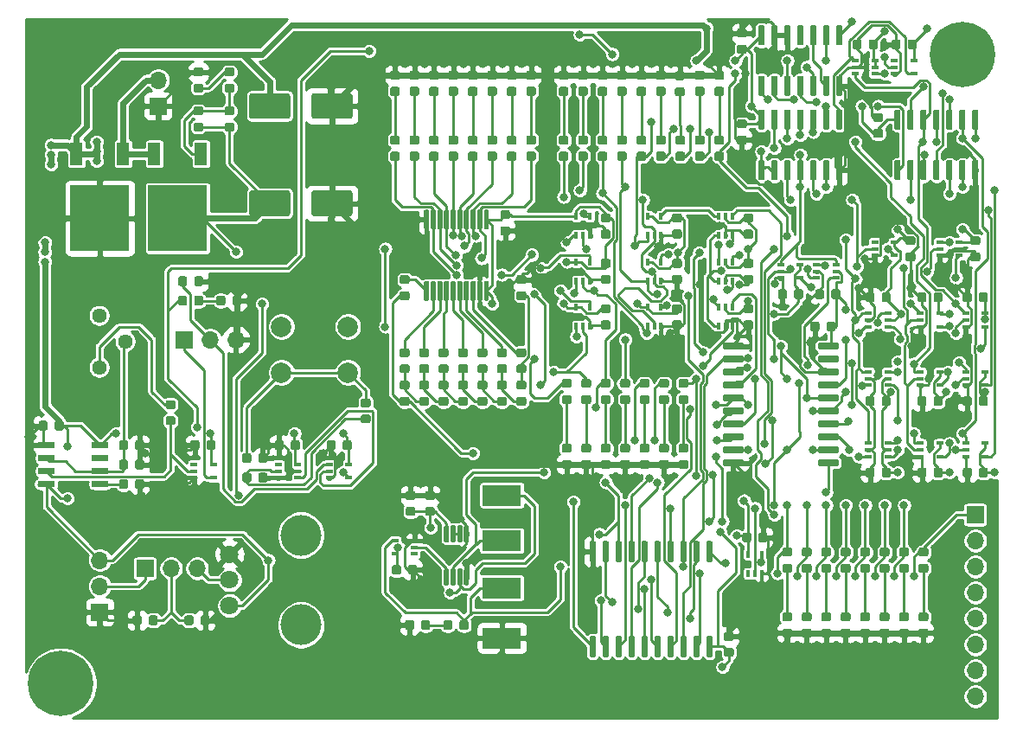
<source format=gbr>
G04 #@! TF.GenerationSoftware,KiCad,Pcbnew,(5.1.5)-3*
G04 #@! TF.CreationDate,2020-08-26T15:35:28+02:00*
G04 #@! TF.ProjectId,SA-ADC,53412d41-4443-42e6-9b69-6361645f7063,v0.3*
G04 #@! TF.SameCoordinates,Original*
G04 #@! TF.FileFunction,Copper,L1,Top*
G04 #@! TF.FilePolarity,Positive*
%FSLAX46Y46*%
G04 Gerber Fmt 4.6, Leading zero omitted, Abs format (unit mm)*
G04 Created by KiCad (PCBNEW (5.1.5)-3) date 2020-08-26 15:35:28*
%MOMM*%
%LPD*%
G04 APERTURE LIST*
%ADD10R,0.650000X0.400000*%
%ADD11C,0.100000*%
%ADD12O,1.700000X1.700000*%
%ADD13R,1.700000X1.700000*%
%ADD14R,0.400000X0.650000*%
%ADD15R,3.800000X2.000000*%
%ADD16C,0.800000*%
%ADD17C,6.400000*%
%ADD18C,1.800000*%
%ADD19C,4.000000*%
%ADD20C,1.440000*%
%ADD21C,2.000000*%
%ADD22R,1.200000X2.200000*%
%ADD23R,5.800000X6.400000*%
%ADD24C,0.600000*%
%ADD25C,0.250000*%
%ADD26C,0.254000*%
G04 APERTURE END LIST*
D10*
X113345000Y-90325001D03*
X113345000Y-91625001D03*
X111445000Y-90975001D03*
X111445000Y-91625001D03*
X111445000Y-90325001D03*
X131130000Y-99075000D03*
X131130000Y-97775000D03*
X133030000Y-98425000D03*
X133030000Y-97775000D03*
X133030000Y-99075000D03*
G04 #@! TA.AperFunction,SMDPad,CuDef*
D11*
G36*
X110577691Y-73821053D02*
G01*
X110598926Y-73824203D01*
X110619750Y-73829419D01*
X110639962Y-73836651D01*
X110659368Y-73845830D01*
X110677781Y-73856866D01*
X110695024Y-73869654D01*
X110710930Y-73884070D01*
X110725346Y-73899976D01*
X110738134Y-73917219D01*
X110749170Y-73935632D01*
X110758349Y-73955038D01*
X110765581Y-73975250D01*
X110770797Y-73996074D01*
X110773947Y-74017309D01*
X110775000Y-74038750D01*
X110775000Y-74551250D01*
X110773947Y-74572691D01*
X110770797Y-74593926D01*
X110765581Y-74614750D01*
X110758349Y-74634962D01*
X110749170Y-74654368D01*
X110738134Y-74672781D01*
X110725346Y-74690024D01*
X110710930Y-74705930D01*
X110695024Y-74720346D01*
X110677781Y-74733134D01*
X110659368Y-74744170D01*
X110639962Y-74753349D01*
X110619750Y-74760581D01*
X110598926Y-74765797D01*
X110577691Y-74768947D01*
X110556250Y-74770000D01*
X110118750Y-74770000D01*
X110097309Y-74768947D01*
X110076074Y-74765797D01*
X110055250Y-74760581D01*
X110035038Y-74753349D01*
X110015632Y-74744170D01*
X109997219Y-74733134D01*
X109979976Y-74720346D01*
X109964070Y-74705930D01*
X109949654Y-74690024D01*
X109936866Y-74672781D01*
X109925830Y-74654368D01*
X109916651Y-74634962D01*
X109909419Y-74614750D01*
X109904203Y-74593926D01*
X109901053Y-74572691D01*
X109900000Y-74551250D01*
X109900000Y-74038750D01*
X109901053Y-74017309D01*
X109904203Y-73996074D01*
X109909419Y-73975250D01*
X109916651Y-73955038D01*
X109925830Y-73935632D01*
X109936866Y-73917219D01*
X109949654Y-73899976D01*
X109964070Y-73884070D01*
X109979976Y-73869654D01*
X109997219Y-73856866D01*
X110015632Y-73845830D01*
X110035038Y-73836651D01*
X110055250Y-73829419D01*
X110076074Y-73824203D01*
X110097309Y-73821053D01*
X110118750Y-73820000D01*
X110556250Y-73820000D01*
X110577691Y-73821053D01*
G37*
G04 #@! TD.AperFunction*
G04 #@! TA.AperFunction,SMDPad,CuDef*
G36*
X112152691Y-73821053D02*
G01*
X112173926Y-73824203D01*
X112194750Y-73829419D01*
X112214962Y-73836651D01*
X112234368Y-73845830D01*
X112252781Y-73856866D01*
X112270024Y-73869654D01*
X112285930Y-73884070D01*
X112300346Y-73899976D01*
X112313134Y-73917219D01*
X112324170Y-73935632D01*
X112333349Y-73955038D01*
X112340581Y-73975250D01*
X112345797Y-73996074D01*
X112348947Y-74017309D01*
X112350000Y-74038750D01*
X112350000Y-74551250D01*
X112348947Y-74572691D01*
X112345797Y-74593926D01*
X112340581Y-74614750D01*
X112333349Y-74634962D01*
X112324170Y-74654368D01*
X112313134Y-74672781D01*
X112300346Y-74690024D01*
X112285930Y-74705930D01*
X112270024Y-74720346D01*
X112252781Y-74733134D01*
X112234368Y-74744170D01*
X112214962Y-74753349D01*
X112194750Y-74760581D01*
X112173926Y-74765797D01*
X112152691Y-74768947D01*
X112131250Y-74770000D01*
X111693750Y-74770000D01*
X111672309Y-74768947D01*
X111651074Y-74765797D01*
X111630250Y-74760581D01*
X111610038Y-74753349D01*
X111590632Y-74744170D01*
X111572219Y-74733134D01*
X111554976Y-74720346D01*
X111539070Y-74705930D01*
X111524654Y-74690024D01*
X111511866Y-74672781D01*
X111500830Y-74654368D01*
X111491651Y-74634962D01*
X111484419Y-74614750D01*
X111479203Y-74593926D01*
X111476053Y-74572691D01*
X111475000Y-74551250D01*
X111475000Y-74038750D01*
X111476053Y-74017309D01*
X111479203Y-73996074D01*
X111484419Y-73975250D01*
X111491651Y-73955038D01*
X111500830Y-73935632D01*
X111511866Y-73917219D01*
X111524654Y-73899976D01*
X111539070Y-73884070D01*
X111554976Y-73869654D01*
X111572219Y-73856866D01*
X111590632Y-73845830D01*
X111610038Y-73836651D01*
X111630250Y-73829419D01*
X111651074Y-73824203D01*
X111672309Y-73821053D01*
X111693750Y-73820000D01*
X112131250Y-73820000D01*
X112152691Y-73821053D01*
G37*
G04 #@! TD.AperFunction*
D10*
X121600000Y-90325001D03*
X121600000Y-91625001D03*
X119700000Y-90975001D03*
X119700000Y-91625001D03*
X119700000Y-90325001D03*
G04 #@! TA.AperFunction,SMDPad,CuDef*
D11*
G36*
X110577691Y-71916053D02*
G01*
X110598926Y-71919203D01*
X110619750Y-71924419D01*
X110639962Y-71931651D01*
X110659368Y-71940830D01*
X110677781Y-71951866D01*
X110695024Y-71964654D01*
X110710930Y-71979070D01*
X110725346Y-71994976D01*
X110738134Y-72012219D01*
X110749170Y-72030632D01*
X110758349Y-72050038D01*
X110765581Y-72070250D01*
X110770797Y-72091074D01*
X110773947Y-72112309D01*
X110775000Y-72133750D01*
X110775000Y-72646250D01*
X110773947Y-72667691D01*
X110770797Y-72688926D01*
X110765581Y-72709750D01*
X110758349Y-72729962D01*
X110749170Y-72749368D01*
X110738134Y-72767781D01*
X110725346Y-72785024D01*
X110710930Y-72800930D01*
X110695024Y-72815346D01*
X110677781Y-72828134D01*
X110659368Y-72839170D01*
X110639962Y-72848349D01*
X110619750Y-72855581D01*
X110598926Y-72860797D01*
X110577691Y-72863947D01*
X110556250Y-72865000D01*
X110118750Y-72865000D01*
X110097309Y-72863947D01*
X110076074Y-72860797D01*
X110055250Y-72855581D01*
X110035038Y-72848349D01*
X110015632Y-72839170D01*
X109997219Y-72828134D01*
X109979976Y-72815346D01*
X109964070Y-72800930D01*
X109949654Y-72785024D01*
X109936866Y-72767781D01*
X109925830Y-72749368D01*
X109916651Y-72729962D01*
X109909419Y-72709750D01*
X109904203Y-72688926D01*
X109901053Y-72667691D01*
X109900000Y-72646250D01*
X109900000Y-72133750D01*
X109901053Y-72112309D01*
X109904203Y-72091074D01*
X109909419Y-72070250D01*
X109916651Y-72050038D01*
X109925830Y-72030632D01*
X109936866Y-72012219D01*
X109949654Y-71994976D01*
X109964070Y-71979070D01*
X109979976Y-71964654D01*
X109997219Y-71951866D01*
X110015632Y-71940830D01*
X110035038Y-71931651D01*
X110055250Y-71924419D01*
X110076074Y-71919203D01*
X110097309Y-71916053D01*
X110118750Y-71915000D01*
X110556250Y-71915000D01*
X110577691Y-71916053D01*
G37*
G04 #@! TD.AperFunction*
G04 #@! TA.AperFunction,SMDPad,CuDef*
G36*
X112152691Y-71916053D02*
G01*
X112173926Y-71919203D01*
X112194750Y-71924419D01*
X112214962Y-71931651D01*
X112234368Y-71940830D01*
X112252781Y-71951866D01*
X112270024Y-71964654D01*
X112285930Y-71979070D01*
X112300346Y-71994976D01*
X112313134Y-72012219D01*
X112324170Y-72030632D01*
X112333349Y-72050038D01*
X112340581Y-72070250D01*
X112345797Y-72091074D01*
X112348947Y-72112309D01*
X112350000Y-72133750D01*
X112350000Y-72646250D01*
X112348947Y-72667691D01*
X112345797Y-72688926D01*
X112340581Y-72709750D01*
X112333349Y-72729962D01*
X112324170Y-72749368D01*
X112313134Y-72767781D01*
X112300346Y-72785024D01*
X112285930Y-72800930D01*
X112270024Y-72815346D01*
X112252781Y-72828134D01*
X112234368Y-72839170D01*
X112214962Y-72848349D01*
X112194750Y-72855581D01*
X112173926Y-72860797D01*
X112152691Y-72863947D01*
X112131250Y-72865000D01*
X111693750Y-72865000D01*
X111672309Y-72863947D01*
X111651074Y-72860797D01*
X111630250Y-72855581D01*
X111610038Y-72848349D01*
X111590632Y-72839170D01*
X111572219Y-72828134D01*
X111554976Y-72815346D01*
X111539070Y-72800930D01*
X111524654Y-72785024D01*
X111511866Y-72767781D01*
X111500830Y-72749368D01*
X111491651Y-72729962D01*
X111484419Y-72709750D01*
X111479203Y-72688926D01*
X111476053Y-72667691D01*
X111475000Y-72646250D01*
X111475000Y-72133750D01*
X111476053Y-72112309D01*
X111479203Y-72091074D01*
X111484419Y-72070250D01*
X111491651Y-72050038D01*
X111500830Y-72030632D01*
X111511866Y-72012219D01*
X111524654Y-71994976D01*
X111539070Y-71979070D01*
X111554976Y-71964654D01*
X111572219Y-71951866D01*
X111590632Y-71940830D01*
X111610038Y-71931651D01*
X111630250Y-71924419D01*
X111651074Y-71919203D01*
X111672309Y-71916053D01*
X111693750Y-71915000D01*
X112131250Y-71915000D01*
X112152691Y-71916053D01*
G37*
G04 #@! TD.AperFunction*
D12*
X115570000Y-78105000D03*
X113030000Y-78105000D03*
D13*
X110490000Y-78105000D03*
G04 #@! TA.AperFunction,SMDPad,CuDef*
D11*
G36*
X148232691Y-81961053D02*
G01*
X148253926Y-81964203D01*
X148274750Y-81969419D01*
X148294962Y-81976651D01*
X148314368Y-81985830D01*
X148332781Y-81996866D01*
X148350024Y-82009654D01*
X148365930Y-82024070D01*
X148380346Y-82039976D01*
X148393134Y-82057219D01*
X148404170Y-82075632D01*
X148413349Y-82095038D01*
X148420581Y-82115250D01*
X148425797Y-82136074D01*
X148428947Y-82157309D01*
X148430000Y-82178750D01*
X148430000Y-82616250D01*
X148428947Y-82637691D01*
X148425797Y-82658926D01*
X148420581Y-82679750D01*
X148413349Y-82699962D01*
X148404170Y-82719368D01*
X148393134Y-82737781D01*
X148380346Y-82755024D01*
X148365930Y-82770930D01*
X148350024Y-82785346D01*
X148332781Y-82798134D01*
X148314368Y-82809170D01*
X148294962Y-82818349D01*
X148274750Y-82825581D01*
X148253926Y-82830797D01*
X148232691Y-82833947D01*
X148211250Y-82835000D01*
X147698750Y-82835000D01*
X147677309Y-82833947D01*
X147656074Y-82830797D01*
X147635250Y-82825581D01*
X147615038Y-82818349D01*
X147595632Y-82809170D01*
X147577219Y-82798134D01*
X147559976Y-82785346D01*
X147544070Y-82770930D01*
X147529654Y-82755024D01*
X147516866Y-82737781D01*
X147505830Y-82719368D01*
X147496651Y-82699962D01*
X147489419Y-82679750D01*
X147484203Y-82658926D01*
X147481053Y-82637691D01*
X147480000Y-82616250D01*
X147480000Y-82178750D01*
X147481053Y-82157309D01*
X147484203Y-82136074D01*
X147489419Y-82115250D01*
X147496651Y-82095038D01*
X147505830Y-82075632D01*
X147516866Y-82057219D01*
X147529654Y-82039976D01*
X147544070Y-82024070D01*
X147559976Y-82009654D01*
X147577219Y-81996866D01*
X147595632Y-81985830D01*
X147615038Y-81976651D01*
X147635250Y-81969419D01*
X147656074Y-81964203D01*
X147677309Y-81961053D01*
X147698750Y-81960000D01*
X148211250Y-81960000D01*
X148232691Y-81961053D01*
G37*
G04 #@! TD.AperFunction*
G04 #@! TA.AperFunction,SMDPad,CuDef*
G36*
X148232691Y-83536053D02*
G01*
X148253926Y-83539203D01*
X148274750Y-83544419D01*
X148294962Y-83551651D01*
X148314368Y-83560830D01*
X148332781Y-83571866D01*
X148350024Y-83584654D01*
X148365930Y-83599070D01*
X148380346Y-83614976D01*
X148393134Y-83632219D01*
X148404170Y-83650632D01*
X148413349Y-83670038D01*
X148420581Y-83690250D01*
X148425797Y-83711074D01*
X148428947Y-83732309D01*
X148430000Y-83753750D01*
X148430000Y-84191250D01*
X148428947Y-84212691D01*
X148425797Y-84233926D01*
X148420581Y-84254750D01*
X148413349Y-84274962D01*
X148404170Y-84294368D01*
X148393134Y-84312781D01*
X148380346Y-84330024D01*
X148365930Y-84345930D01*
X148350024Y-84360346D01*
X148332781Y-84373134D01*
X148314368Y-84384170D01*
X148294962Y-84393349D01*
X148274750Y-84400581D01*
X148253926Y-84405797D01*
X148232691Y-84408947D01*
X148211250Y-84410000D01*
X147698750Y-84410000D01*
X147677309Y-84408947D01*
X147656074Y-84405797D01*
X147635250Y-84400581D01*
X147615038Y-84393349D01*
X147595632Y-84384170D01*
X147577219Y-84373134D01*
X147559976Y-84360346D01*
X147544070Y-84345930D01*
X147529654Y-84330024D01*
X147516866Y-84312781D01*
X147505830Y-84294368D01*
X147496651Y-84274962D01*
X147489419Y-84254750D01*
X147484203Y-84233926D01*
X147481053Y-84212691D01*
X147480000Y-84191250D01*
X147480000Y-83753750D01*
X147481053Y-83732309D01*
X147484203Y-83711074D01*
X147489419Y-83690250D01*
X147496651Y-83670038D01*
X147505830Y-83650632D01*
X147516866Y-83632219D01*
X147529654Y-83614976D01*
X147544070Y-83599070D01*
X147559976Y-83584654D01*
X147577219Y-83571866D01*
X147595632Y-83560830D01*
X147615038Y-83551651D01*
X147635250Y-83544419D01*
X147656074Y-83539203D01*
X147677309Y-83536053D01*
X147698750Y-83535000D01*
X148211250Y-83535000D01*
X148232691Y-83536053D01*
G37*
G04 #@! TD.AperFunction*
D14*
X162862500Y-66042500D03*
X164162500Y-66042500D03*
X163512500Y-67942500D03*
X163512500Y-66042500D03*
X164162500Y-67942500D03*
X162862500Y-67942500D03*
D15*
X141605000Y-107315000D03*
G04 #@! TA.AperFunction,SMDPad,CuDef*
D11*
G36*
X174065191Y-76361053D02*
G01*
X174086426Y-76364203D01*
X174107250Y-76369419D01*
X174127462Y-76376651D01*
X174146868Y-76385830D01*
X174165281Y-76396866D01*
X174182524Y-76409654D01*
X174198430Y-76424070D01*
X174212846Y-76439976D01*
X174225634Y-76457219D01*
X174236670Y-76475632D01*
X174245849Y-76495038D01*
X174253081Y-76515250D01*
X174258297Y-76536074D01*
X174261447Y-76557309D01*
X174262500Y-76578750D01*
X174262500Y-77091250D01*
X174261447Y-77112691D01*
X174258297Y-77133926D01*
X174253081Y-77154750D01*
X174245849Y-77174962D01*
X174236670Y-77194368D01*
X174225634Y-77212781D01*
X174212846Y-77230024D01*
X174198430Y-77245930D01*
X174182524Y-77260346D01*
X174165281Y-77273134D01*
X174146868Y-77284170D01*
X174127462Y-77293349D01*
X174107250Y-77300581D01*
X174086426Y-77305797D01*
X174065191Y-77308947D01*
X174043750Y-77310000D01*
X173606250Y-77310000D01*
X173584809Y-77308947D01*
X173563574Y-77305797D01*
X173542750Y-77300581D01*
X173522538Y-77293349D01*
X173503132Y-77284170D01*
X173484719Y-77273134D01*
X173467476Y-77260346D01*
X173451570Y-77245930D01*
X173437154Y-77230024D01*
X173424366Y-77212781D01*
X173413330Y-77194368D01*
X173404151Y-77174962D01*
X173396919Y-77154750D01*
X173391703Y-77133926D01*
X173388553Y-77112691D01*
X173387500Y-77091250D01*
X173387500Y-76578750D01*
X173388553Y-76557309D01*
X173391703Y-76536074D01*
X173396919Y-76515250D01*
X173404151Y-76495038D01*
X173413330Y-76475632D01*
X173424366Y-76457219D01*
X173437154Y-76439976D01*
X173451570Y-76424070D01*
X173467476Y-76409654D01*
X173484719Y-76396866D01*
X173503132Y-76385830D01*
X173522538Y-76376651D01*
X173542750Y-76369419D01*
X173563574Y-76364203D01*
X173584809Y-76361053D01*
X173606250Y-76360000D01*
X174043750Y-76360000D01*
X174065191Y-76361053D01*
G37*
G04 #@! TD.AperFunction*
G04 #@! TA.AperFunction,SMDPad,CuDef*
G36*
X172490191Y-76361053D02*
G01*
X172511426Y-76364203D01*
X172532250Y-76369419D01*
X172552462Y-76376651D01*
X172571868Y-76385830D01*
X172590281Y-76396866D01*
X172607524Y-76409654D01*
X172623430Y-76424070D01*
X172637846Y-76439976D01*
X172650634Y-76457219D01*
X172661670Y-76475632D01*
X172670849Y-76495038D01*
X172678081Y-76515250D01*
X172683297Y-76536074D01*
X172686447Y-76557309D01*
X172687500Y-76578750D01*
X172687500Y-77091250D01*
X172686447Y-77112691D01*
X172683297Y-77133926D01*
X172678081Y-77154750D01*
X172670849Y-77174962D01*
X172661670Y-77194368D01*
X172650634Y-77212781D01*
X172637846Y-77230024D01*
X172623430Y-77245930D01*
X172607524Y-77260346D01*
X172590281Y-77273134D01*
X172571868Y-77284170D01*
X172552462Y-77293349D01*
X172532250Y-77300581D01*
X172511426Y-77305797D01*
X172490191Y-77308947D01*
X172468750Y-77310000D01*
X172031250Y-77310000D01*
X172009809Y-77308947D01*
X171988574Y-77305797D01*
X171967750Y-77300581D01*
X171947538Y-77293349D01*
X171928132Y-77284170D01*
X171909719Y-77273134D01*
X171892476Y-77260346D01*
X171876570Y-77245930D01*
X171862154Y-77230024D01*
X171849366Y-77212781D01*
X171838330Y-77194368D01*
X171829151Y-77174962D01*
X171821919Y-77154750D01*
X171816703Y-77133926D01*
X171813553Y-77112691D01*
X171812500Y-77091250D01*
X171812500Y-76578750D01*
X171813553Y-76557309D01*
X171816703Y-76536074D01*
X171821919Y-76515250D01*
X171829151Y-76495038D01*
X171838330Y-76475632D01*
X171849366Y-76457219D01*
X171862154Y-76439976D01*
X171876570Y-76424070D01*
X171892476Y-76409654D01*
X171909719Y-76396866D01*
X171928132Y-76385830D01*
X171947538Y-76376651D01*
X171967750Y-76369419D01*
X171988574Y-76364203D01*
X172009809Y-76361053D01*
X172031250Y-76360000D01*
X172468750Y-76360000D01*
X172490191Y-76361053D01*
G37*
G04 #@! TD.AperFunction*
D10*
X178115000Y-50785000D03*
X178115000Y-52085000D03*
X176215000Y-51435000D03*
X178115000Y-51435000D03*
X176215000Y-52085000D03*
X176215000Y-50785000D03*
G04 #@! TA.AperFunction,SMDPad,CuDef*
D11*
G36*
X169822691Y-98471053D02*
G01*
X169843926Y-98474203D01*
X169864750Y-98479419D01*
X169884962Y-98486651D01*
X169904368Y-98495830D01*
X169922781Y-98506866D01*
X169940024Y-98519654D01*
X169955930Y-98534070D01*
X169970346Y-98549976D01*
X169983134Y-98567219D01*
X169994170Y-98585632D01*
X170003349Y-98605038D01*
X170010581Y-98625250D01*
X170015797Y-98646074D01*
X170018947Y-98667309D01*
X170020000Y-98688750D01*
X170020000Y-99126250D01*
X170018947Y-99147691D01*
X170015797Y-99168926D01*
X170010581Y-99189750D01*
X170003349Y-99209962D01*
X169994170Y-99229368D01*
X169983134Y-99247781D01*
X169970346Y-99265024D01*
X169955930Y-99280930D01*
X169940024Y-99295346D01*
X169922781Y-99308134D01*
X169904368Y-99319170D01*
X169884962Y-99328349D01*
X169864750Y-99335581D01*
X169843926Y-99340797D01*
X169822691Y-99343947D01*
X169801250Y-99345000D01*
X169288750Y-99345000D01*
X169267309Y-99343947D01*
X169246074Y-99340797D01*
X169225250Y-99335581D01*
X169205038Y-99328349D01*
X169185632Y-99319170D01*
X169167219Y-99308134D01*
X169149976Y-99295346D01*
X169134070Y-99280930D01*
X169119654Y-99265024D01*
X169106866Y-99247781D01*
X169095830Y-99229368D01*
X169086651Y-99209962D01*
X169079419Y-99189750D01*
X169074203Y-99168926D01*
X169071053Y-99147691D01*
X169070000Y-99126250D01*
X169070000Y-98688750D01*
X169071053Y-98667309D01*
X169074203Y-98646074D01*
X169079419Y-98625250D01*
X169086651Y-98605038D01*
X169095830Y-98585632D01*
X169106866Y-98567219D01*
X169119654Y-98549976D01*
X169134070Y-98534070D01*
X169149976Y-98519654D01*
X169167219Y-98506866D01*
X169185632Y-98495830D01*
X169205038Y-98486651D01*
X169225250Y-98479419D01*
X169246074Y-98474203D01*
X169267309Y-98471053D01*
X169288750Y-98470000D01*
X169801250Y-98470000D01*
X169822691Y-98471053D01*
G37*
G04 #@! TD.AperFunction*
G04 #@! TA.AperFunction,SMDPad,CuDef*
G36*
X169822691Y-100046053D02*
G01*
X169843926Y-100049203D01*
X169864750Y-100054419D01*
X169884962Y-100061651D01*
X169904368Y-100070830D01*
X169922781Y-100081866D01*
X169940024Y-100094654D01*
X169955930Y-100109070D01*
X169970346Y-100124976D01*
X169983134Y-100142219D01*
X169994170Y-100160632D01*
X170003349Y-100180038D01*
X170010581Y-100200250D01*
X170015797Y-100221074D01*
X170018947Y-100242309D01*
X170020000Y-100263750D01*
X170020000Y-100701250D01*
X170018947Y-100722691D01*
X170015797Y-100743926D01*
X170010581Y-100764750D01*
X170003349Y-100784962D01*
X169994170Y-100804368D01*
X169983134Y-100822781D01*
X169970346Y-100840024D01*
X169955930Y-100855930D01*
X169940024Y-100870346D01*
X169922781Y-100883134D01*
X169904368Y-100894170D01*
X169884962Y-100903349D01*
X169864750Y-100910581D01*
X169843926Y-100915797D01*
X169822691Y-100918947D01*
X169801250Y-100920000D01*
X169288750Y-100920000D01*
X169267309Y-100918947D01*
X169246074Y-100915797D01*
X169225250Y-100910581D01*
X169205038Y-100903349D01*
X169185632Y-100894170D01*
X169167219Y-100883134D01*
X169149976Y-100870346D01*
X169134070Y-100855930D01*
X169119654Y-100840024D01*
X169106866Y-100822781D01*
X169095830Y-100804368D01*
X169086651Y-100784962D01*
X169079419Y-100764750D01*
X169074203Y-100743926D01*
X169071053Y-100722691D01*
X169070000Y-100701250D01*
X169070000Y-100263750D01*
X169071053Y-100242309D01*
X169074203Y-100221074D01*
X169079419Y-100200250D01*
X169086651Y-100180038D01*
X169095830Y-100160632D01*
X169106866Y-100142219D01*
X169119654Y-100124976D01*
X169134070Y-100109070D01*
X169149976Y-100094654D01*
X169167219Y-100081866D01*
X169185632Y-100070830D01*
X169205038Y-100061651D01*
X169225250Y-100054419D01*
X169246074Y-100049203D01*
X169267309Y-100046053D01*
X169288750Y-100045000D01*
X169801250Y-100045000D01*
X169822691Y-100046053D01*
G37*
G04 #@! TD.AperFunction*
G04 #@! TA.AperFunction,SMDPad,CuDef*
G36*
X181252691Y-104821053D02*
G01*
X181273926Y-104824203D01*
X181294750Y-104829419D01*
X181314962Y-104836651D01*
X181334368Y-104845830D01*
X181352781Y-104856866D01*
X181370024Y-104869654D01*
X181385930Y-104884070D01*
X181400346Y-104899976D01*
X181413134Y-104917219D01*
X181424170Y-104935632D01*
X181433349Y-104955038D01*
X181440581Y-104975250D01*
X181445797Y-104996074D01*
X181448947Y-105017309D01*
X181450000Y-105038750D01*
X181450000Y-105476250D01*
X181448947Y-105497691D01*
X181445797Y-105518926D01*
X181440581Y-105539750D01*
X181433349Y-105559962D01*
X181424170Y-105579368D01*
X181413134Y-105597781D01*
X181400346Y-105615024D01*
X181385930Y-105630930D01*
X181370024Y-105645346D01*
X181352781Y-105658134D01*
X181334368Y-105669170D01*
X181314962Y-105678349D01*
X181294750Y-105685581D01*
X181273926Y-105690797D01*
X181252691Y-105693947D01*
X181231250Y-105695000D01*
X180718750Y-105695000D01*
X180697309Y-105693947D01*
X180676074Y-105690797D01*
X180655250Y-105685581D01*
X180635038Y-105678349D01*
X180615632Y-105669170D01*
X180597219Y-105658134D01*
X180579976Y-105645346D01*
X180564070Y-105630930D01*
X180549654Y-105615024D01*
X180536866Y-105597781D01*
X180525830Y-105579368D01*
X180516651Y-105559962D01*
X180509419Y-105539750D01*
X180504203Y-105518926D01*
X180501053Y-105497691D01*
X180500000Y-105476250D01*
X180500000Y-105038750D01*
X180501053Y-105017309D01*
X180504203Y-104996074D01*
X180509419Y-104975250D01*
X180516651Y-104955038D01*
X180525830Y-104935632D01*
X180536866Y-104917219D01*
X180549654Y-104899976D01*
X180564070Y-104884070D01*
X180579976Y-104869654D01*
X180597219Y-104856866D01*
X180615632Y-104845830D01*
X180635038Y-104836651D01*
X180655250Y-104829419D01*
X180676074Y-104824203D01*
X180697309Y-104821053D01*
X180718750Y-104820000D01*
X181231250Y-104820000D01*
X181252691Y-104821053D01*
G37*
G04 #@! TD.AperFunction*
G04 #@! TA.AperFunction,SMDPad,CuDef*
G36*
X181252691Y-106396053D02*
G01*
X181273926Y-106399203D01*
X181294750Y-106404419D01*
X181314962Y-106411651D01*
X181334368Y-106420830D01*
X181352781Y-106431866D01*
X181370024Y-106444654D01*
X181385930Y-106459070D01*
X181400346Y-106474976D01*
X181413134Y-106492219D01*
X181424170Y-106510632D01*
X181433349Y-106530038D01*
X181440581Y-106550250D01*
X181445797Y-106571074D01*
X181448947Y-106592309D01*
X181450000Y-106613750D01*
X181450000Y-107051250D01*
X181448947Y-107072691D01*
X181445797Y-107093926D01*
X181440581Y-107114750D01*
X181433349Y-107134962D01*
X181424170Y-107154368D01*
X181413134Y-107172781D01*
X181400346Y-107190024D01*
X181385930Y-107205930D01*
X181370024Y-107220346D01*
X181352781Y-107233134D01*
X181334368Y-107244170D01*
X181314962Y-107253349D01*
X181294750Y-107260581D01*
X181273926Y-107265797D01*
X181252691Y-107268947D01*
X181231250Y-107270000D01*
X180718750Y-107270000D01*
X180697309Y-107268947D01*
X180676074Y-107265797D01*
X180655250Y-107260581D01*
X180635038Y-107253349D01*
X180615632Y-107244170D01*
X180597219Y-107233134D01*
X180579976Y-107220346D01*
X180564070Y-107205930D01*
X180549654Y-107190024D01*
X180536866Y-107172781D01*
X180525830Y-107154368D01*
X180516651Y-107134962D01*
X180509419Y-107114750D01*
X180504203Y-107093926D01*
X180501053Y-107072691D01*
X180500000Y-107051250D01*
X180500000Y-106613750D01*
X180501053Y-106592309D01*
X180504203Y-106571074D01*
X180509419Y-106550250D01*
X180516651Y-106530038D01*
X180525830Y-106510632D01*
X180536866Y-106492219D01*
X180549654Y-106474976D01*
X180564070Y-106459070D01*
X180579976Y-106444654D01*
X180597219Y-106431866D01*
X180615632Y-106420830D01*
X180635038Y-106411651D01*
X180655250Y-106404419D01*
X180676074Y-106399203D01*
X180697309Y-106396053D01*
X180718750Y-106395000D01*
X181231250Y-106395000D01*
X181252691Y-106396053D01*
G37*
G04 #@! TD.AperFunction*
G04 #@! TA.AperFunction,SMDPad,CuDef*
G36*
X144740191Y-53373553D02*
G01*
X144761426Y-53376703D01*
X144782250Y-53381919D01*
X144802462Y-53389151D01*
X144821868Y-53398330D01*
X144840281Y-53409366D01*
X144857524Y-53422154D01*
X144873430Y-53436570D01*
X144887846Y-53452476D01*
X144900634Y-53469719D01*
X144911670Y-53488132D01*
X144920849Y-53507538D01*
X144928081Y-53527750D01*
X144933297Y-53548574D01*
X144936447Y-53569809D01*
X144937500Y-53591250D01*
X144937500Y-54028750D01*
X144936447Y-54050191D01*
X144933297Y-54071426D01*
X144928081Y-54092250D01*
X144920849Y-54112462D01*
X144911670Y-54131868D01*
X144900634Y-54150281D01*
X144887846Y-54167524D01*
X144873430Y-54183430D01*
X144857524Y-54197846D01*
X144840281Y-54210634D01*
X144821868Y-54221670D01*
X144802462Y-54230849D01*
X144782250Y-54238081D01*
X144761426Y-54243297D01*
X144740191Y-54246447D01*
X144718750Y-54247500D01*
X144206250Y-54247500D01*
X144184809Y-54246447D01*
X144163574Y-54243297D01*
X144142750Y-54238081D01*
X144122538Y-54230849D01*
X144103132Y-54221670D01*
X144084719Y-54210634D01*
X144067476Y-54197846D01*
X144051570Y-54183430D01*
X144037154Y-54167524D01*
X144024366Y-54150281D01*
X144013330Y-54131868D01*
X144004151Y-54112462D01*
X143996919Y-54092250D01*
X143991703Y-54071426D01*
X143988553Y-54050191D01*
X143987500Y-54028750D01*
X143987500Y-53591250D01*
X143988553Y-53569809D01*
X143991703Y-53548574D01*
X143996919Y-53527750D01*
X144004151Y-53507538D01*
X144013330Y-53488132D01*
X144024366Y-53469719D01*
X144037154Y-53452476D01*
X144051570Y-53436570D01*
X144067476Y-53422154D01*
X144084719Y-53409366D01*
X144103132Y-53398330D01*
X144122538Y-53389151D01*
X144142750Y-53381919D01*
X144163574Y-53376703D01*
X144184809Y-53373553D01*
X144206250Y-53372500D01*
X144718750Y-53372500D01*
X144740191Y-53373553D01*
G37*
G04 #@! TD.AperFunction*
G04 #@! TA.AperFunction,SMDPad,CuDef*
G36*
X144740191Y-51798553D02*
G01*
X144761426Y-51801703D01*
X144782250Y-51806919D01*
X144802462Y-51814151D01*
X144821868Y-51823330D01*
X144840281Y-51834366D01*
X144857524Y-51847154D01*
X144873430Y-51861570D01*
X144887846Y-51877476D01*
X144900634Y-51894719D01*
X144911670Y-51913132D01*
X144920849Y-51932538D01*
X144928081Y-51952750D01*
X144933297Y-51973574D01*
X144936447Y-51994809D01*
X144937500Y-52016250D01*
X144937500Y-52453750D01*
X144936447Y-52475191D01*
X144933297Y-52496426D01*
X144928081Y-52517250D01*
X144920849Y-52537462D01*
X144911670Y-52556868D01*
X144900634Y-52575281D01*
X144887846Y-52592524D01*
X144873430Y-52608430D01*
X144857524Y-52622846D01*
X144840281Y-52635634D01*
X144821868Y-52646670D01*
X144802462Y-52655849D01*
X144782250Y-52663081D01*
X144761426Y-52668297D01*
X144740191Y-52671447D01*
X144718750Y-52672500D01*
X144206250Y-52672500D01*
X144184809Y-52671447D01*
X144163574Y-52668297D01*
X144142750Y-52663081D01*
X144122538Y-52655849D01*
X144103132Y-52646670D01*
X144084719Y-52635634D01*
X144067476Y-52622846D01*
X144051570Y-52608430D01*
X144037154Y-52592524D01*
X144024366Y-52575281D01*
X144013330Y-52556868D01*
X144004151Y-52537462D01*
X143996919Y-52517250D01*
X143991703Y-52496426D01*
X143988553Y-52475191D01*
X143987500Y-52453750D01*
X143987500Y-52016250D01*
X143988553Y-51994809D01*
X143991703Y-51973574D01*
X143996919Y-51952750D01*
X144004151Y-51932538D01*
X144013330Y-51913132D01*
X144024366Y-51894719D01*
X144037154Y-51877476D01*
X144051570Y-51861570D01*
X144067476Y-51847154D01*
X144084719Y-51834366D01*
X144103132Y-51823330D01*
X144122538Y-51814151D01*
X144142750Y-51806919D01*
X144163574Y-51801703D01*
X144184809Y-51798553D01*
X144206250Y-51797500D01*
X144718750Y-51797500D01*
X144740191Y-51798553D01*
G37*
G04 #@! TD.AperFunction*
G04 #@! TA.AperFunction,SMDPad,CuDef*
G36*
X142835191Y-53373553D02*
G01*
X142856426Y-53376703D01*
X142877250Y-53381919D01*
X142897462Y-53389151D01*
X142916868Y-53398330D01*
X142935281Y-53409366D01*
X142952524Y-53422154D01*
X142968430Y-53436570D01*
X142982846Y-53452476D01*
X142995634Y-53469719D01*
X143006670Y-53488132D01*
X143015849Y-53507538D01*
X143023081Y-53527750D01*
X143028297Y-53548574D01*
X143031447Y-53569809D01*
X143032500Y-53591250D01*
X143032500Y-54028750D01*
X143031447Y-54050191D01*
X143028297Y-54071426D01*
X143023081Y-54092250D01*
X143015849Y-54112462D01*
X143006670Y-54131868D01*
X142995634Y-54150281D01*
X142982846Y-54167524D01*
X142968430Y-54183430D01*
X142952524Y-54197846D01*
X142935281Y-54210634D01*
X142916868Y-54221670D01*
X142897462Y-54230849D01*
X142877250Y-54238081D01*
X142856426Y-54243297D01*
X142835191Y-54246447D01*
X142813750Y-54247500D01*
X142301250Y-54247500D01*
X142279809Y-54246447D01*
X142258574Y-54243297D01*
X142237750Y-54238081D01*
X142217538Y-54230849D01*
X142198132Y-54221670D01*
X142179719Y-54210634D01*
X142162476Y-54197846D01*
X142146570Y-54183430D01*
X142132154Y-54167524D01*
X142119366Y-54150281D01*
X142108330Y-54131868D01*
X142099151Y-54112462D01*
X142091919Y-54092250D01*
X142086703Y-54071426D01*
X142083553Y-54050191D01*
X142082500Y-54028750D01*
X142082500Y-53591250D01*
X142083553Y-53569809D01*
X142086703Y-53548574D01*
X142091919Y-53527750D01*
X142099151Y-53507538D01*
X142108330Y-53488132D01*
X142119366Y-53469719D01*
X142132154Y-53452476D01*
X142146570Y-53436570D01*
X142162476Y-53422154D01*
X142179719Y-53409366D01*
X142198132Y-53398330D01*
X142217538Y-53389151D01*
X142237750Y-53381919D01*
X142258574Y-53376703D01*
X142279809Y-53373553D01*
X142301250Y-53372500D01*
X142813750Y-53372500D01*
X142835191Y-53373553D01*
G37*
G04 #@! TD.AperFunction*
G04 #@! TA.AperFunction,SMDPad,CuDef*
G36*
X142835191Y-51798553D02*
G01*
X142856426Y-51801703D01*
X142877250Y-51806919D01*
X142897462Y-51814151D01*
X142916868Y-51823330D01*
X142935281Y-51834366D01*
X142952524Y-51847154D01*
X142968430Y-51861570D01*
X142982846Y-51877476D01*
X142995634Y-51894719D01*
X143006670Y-51913132D01*
X143015849Y-51932538D01*
X143023081Y-51952750D01*
X143028297Y-51973574D01*
X143031447Y-51994809D01*
X143032500Y-52016250D01*
X143032500Y-52453750D01*
X143031447Y-52475191D01*
X143028297Y-52496426D01*
X143023081Y-52517250D01*
X143015849Y-52537462D01*
X143006670Y-52556868D01*
X142995634Y-52575281D01*
X142982846Y-52592524D01*
X142968430Y-52608430D01*
X142952524Y-52622846D01*
X142935281Y-52635634D01*
X142916868Y-52646670D01*
X142897462Y-52655849D01*
X142877250Y-52663081D01*
X142856426Y-52668297D01*
X142835191Y-52671447D01*
X142813750Y-52672500D01*
X142301250Y-52672500D01*
X142279809Y-52671447D01*
X142258574Y-52668297D01*
X142237750Y-52663081D01*
X142217538Y-52655849D01*
X142198132Y-52646670D01*
X142179719Y-52635634D01*
X142162476Y-52622846D01*
X142146570Y-52608430D01*
X142132154Y-52592524D01*
X142119366Y-52575281D01*
X142108330Y-52556868D01*
X142099151Y-52537462D01*
X142091919Y-52517250D01*
X142086703Y-52496426D01*
X142083553Y-52475191D01*
X142082500Y-52453750D01*
X142082500Y-52016250D01*
X142083553Y-51994809D01*
X142086703Y-51973574D01*
X142091919Y-51952750D01*
X142099151Y-51932538D01*
X142108330Y-51913132D01*
X142119366Y-51894719D01*
X142132154Y-51877476D01*
X142146570Y-51861570D01*
X142162476Y-51847154D01*
X142179719Y-51834366D01*
X142198132Y-51823330D01*
X142217538Y-51814151D01*
X142237750Y-51806919D01*
X142258574Y-51801703D01*
X142279809Y-51798553D01*
X142301250Y-51797500D01*
X142813750Y-51797500D01*
X142835191Y-51798553D01*
G37*
G04 #@! TD.AperFunction*
G04 #@! TA.AperFunction,SMDPad,CuDef*
G36*
X142835191Y-58148553D02*
G01*
X142856426Y-58151703D01*
X142877250Y-58156919D01*
X142897462Y-58164151D01*
X142916868Y-58173330D01*
X142935281Y-58184366D01*
X142952524Y-58197154D01*
X142968430Y-58211570D01*
X142982846Y-58227476D01*
X142995634Y-58244719D01*
X143006670Y-58263132D01*
X143015849Y-58282538D01*
X143023081Y-58302750D01*
X143028297Y-58323574D01*
X143031447Y-58344809D01*
X143032500Y-58366250D01*
X143032500Y-58803750D01*
X143031447Y-58825191D01*
X143028297Y-58846426D01*
X143023081Y-58867250D01*
X143015849Y-58887462D01*
X143006670Y-58906868D01*
X142995634Y-58925281D01*
X142982846Y-58942524D01*
X142968430Y-58958430D01*
X142952524Y-58972846D01*
X142935281Y-58985634D01*
X142916868Y-58996670D01*
X142897462Y-59005849D01*
X142877250Y-59013081D01*
X142856426Y-59018297D01*
X142835191Y-59021447D01*
X142813750Y-59022500D01*
X142301250Y-59022500D01*
X142279809Y-59021447D01*
X142258574Y-59018297D01*
X142237750Y-59013081D01*
X142217538Y-59005849D01*
X142198132Y-58996670D01*
X142179719Y-58985634D01*
X142162476Y-58972846D01*
X142146570Y-58958430D01*
X142132154Y-58942524D01*
X142119366Y-58925281D01*
X142108330Y-58906868D01*
X142099151Y-58887462D01*
X142091919Y-58867250D01*
X142086703Y-58846426D01*
X142083553Y-58825191D01*
X142082500Y-58803750D01*
X142082500Y-58366250D01*
X142083553Y-58344809D01*
X142086703Y-58323574D01*
X142091919Y-58302750D01*
X142099151Y-58282538D01*
X142108330Y-58263132D01*
X142119366Y-58244719D01*
X142132154Y-58227476D01*
X142146570Y-58211570D01*
X142162476Y-58197154D01*
X142179719Y-58184366D01*
X142198132Y-58173330D01*
X142217538Y-58164151D01*
X142237750Y-58156919D01*
X142258574Y-58151703D01*
X142279809Y-58148553D01*
X142301250Y-58147500D01*
X142813750Y-58147500D01*
X142835191Y-58148553D01*
G37*
G04 #@! TD.AperFunction*
G04 #@! TA.AperFunction,SMDPad,CuDef*
G36*
X142835191Y-59723553D02*
G01*
X142856426Y-59726703D01*
X142877250Y-59731919D01*
X142897462Y-59739151D01*
X142916868Y-59748330D01*
X142935281Y-59759366D01*
X142952524Y-59772154D01*
X142968430Y-59786570D01*
X142982846Y-59802476D01*
X142995634Y-59819719D01*
X143006670Y-59838132D01*
X143015849Y-59857538D01*
X143023081Y-59877750D01*
X143028297Y-59898574D01*
X143031447Y-59919809D01*
X143032500Y-59941250D01*
X143032500Y-60378750D01*
X143031447Y-60400191D01*
X143028297Y-60421426D01*
X143023081Y-60442250D01*
X143015849Y-60462462D01*
X143006670Y-60481868D01*
X142995634Y-60500281D01*
X142982846Y-60517524D01*
X142968430Y-60533430D01*
X142952524Y-60547846D01*
X142935281Y-60560634D01*
X142916868Y-60571670D01*
X142897462Y-60580849D01*
X142877250Y-60588081D01*
X142856426Y-60593297D01*
X142835191Y-60596447D01*
X142813750Y-60597500D01*
X142301250Y-60597500D01*
X142279809Y-60596447D01*
X142258574Y-60593297D01*
X142237750Y-60588081D01*
X142217538Y-60580849D01*
X142198132Y-60571670D01*
X142179719Y-60560634D01*
X142162476Y-60547846D01*
X142146570Y-60533430D01*
X142132154Y-60517524D01*
X142119366Y-60500281D01*
X142108330Y-60481868D01*
X142099151Y-60462462D01*
X142091919Y-60442250D01*
X142086703Y-60421426D01*
X142083553Y-60400191D01*
X142082500Y-60378750D01*
X142082500Y-59941250D01*
X142083553Y-59919809D01*
X142086703Y-59898574D01*
X142091919Y-59877750D01*
X142099151Y-59857538D01*
X142108330Y-59838132D01*
X142119366Y-59819719D01*
X142132154Y-59802476D01*
X142146570Y-59786570D01*
X142162476Y-59772154D01*
X142179719Y-59759366D01*
X142198132Y-59748330D01*
X142217538Y-59739151D01*
X142237750Y-59731919D01*
X142258574Y-59726703D01*
X142279809Y-59723553D01*
X142301250Y-59722500D01*
X142813750Y-59722500D01*
X142835191Y-59723553D01*
G37*
G04 #@! TD.AperFunction*
G04 #@! TA.AperFunction,SMDPad,CuDef*
G36*
X167169703Y-55605722D02*
G01*
X167184264Y-55607882D01*
X167198543Y-55611459D01*
X167212403Y-55616418D01*
X167225710Y-55622712D01*
X167238336Y-55630280D01*
X167250159Y-55639048D01*
X167261066Y-55648934D01*
X167270952Y-55659841D01*
X167279720Y-55671664D01*
X167287288Y-55684290D01*
X167293582Y-55697597D01*
X167298541Y-55711457D01*
X167302118Y-55725736D01*
X167304278Y-55740297D01*
X167305000Y-55755000D01*
X167305000Y-57405000D01*
X167304278Y-57419703D01*
X167302118Y-57434264D01*
X167298541Y-57448543D01*
X167293582Y-57462403D01*
X167287288Y-57475710D01*
X167279720Y-57488336D01*
X167270952Y-57500159D01*
X167261066Y-57511066D01*
X167250159Y-57520952D01*
X167238336Y-57529720D01*
X167225710Y-57537288D01*
X167212403Y-57543582D01*
X167198543Y-57548541D01*
X167184264Y-57552118D01*
X167169703Y-57554278D01*
X167155000Y-57555000D01*
X166855000Y-57555000D01*
X166840297Y-57554278D01*
X166825736Y-57552118D01*
X166811457Y-57548541D01*
X166797597Y-57543582D01*
X166784290Y-57537288D01*
X166771664Y-57529720D01*
X166759841Y-57520952D01*
X166748934Y-57511066D01*
X166739048Y-57500159D01*
X166730280Y-57488336D01*
X166722712Y-57475710D01*
X166716418Y-57462403D01*
X166711459Y-57448543D01*
X166707882Y-57434264D01*
X166705722Y-57419703D01*
X166705000Y-57405000D01*
X166705000Y-55755000D01*
X166705722Y-55740297D01*
X166707882Y-55725736D01*
X166711459Y-55711457D01*
X166716418Y-55697597D01*
X166722712Y-55684290D01*
X166730280Y-55671664D01*
X166739048Y-55659841D01*
X166748934Y-55648934D01*
X166759841Y-55639048D01*
X166771664Y-55630280D01*
X166784290Y-55622712D01*
X166797597Y-55616418D01*
X166811457Y-55611459D01*
X166825736Y-55607882D01*
X166840297Y-55605722D01*
X166855000Y-55605000D01*
X167155000Y-55605000D01*
X167169703Y-55605722D01*
G37*
G04 #@! TD.AperFunction*
G04 #@! TA.AperFunction,SMDPad,CuDef*
G36*
X168439703Y-55605722D02*
G01*
X168454264Y-55607882D01*
X168468543Y-55611459D01*
X168482403Y-55616418D01*
X168495710Y-55622712D01*
X168508336Y-55630280D01*
X168520159Y-55639048D01*
X168531066Y-55648934D01*
X168540952Y-55659841D01*
X168549720Y-55671664D01*
X168557288Y-55684290D01*
X168563582Y-55697597D01*
X168568541Y-55711457D01*
X168572118Y-55725736D01*
X168574278Y-55740297D01*
X168575000Y-55755000D01*
X168575000Y-57405000D01*
X168574278Y-57419703D01*
X168572118Y-57434264D01*
X168568541Y-57448543D01*
X168563582Y-57462403D01*
X168557288Y-57475710D01*
X168549720Y-57488336D01*
X168540952Y-57500159D01*
X168531066Y-57511066D01*
X168520159Y-57520952D01*
X168508336Y-57529720D01*
X168495710Y-57537288D01*
X168482403Y-57543582D01*
X168468543Y-57548541D01*
X168454264Y-57552118D01*
X168439703Y-57554278D01*
X168425000Y-57555000D01*
X168125000Y-57555000D01*
X168110297Y-57554278D01*
X168095736Y-57552118D01*
X168081457Y-57548541D01*
X168067597Y-57543582D01*
X168054290Y-57537288D01*
X168041664Y-57529720D01*
X168029841Y-57520952D01*
X168018934Y-57511066D01*
X168009048Y-57500159D01*
X168000280Y-57488336D01*
X167992712Y-57475710D01*
X167986418Y-57462403D01*
X167981459Y-57448543D01*
X167977882Y-57434264D01*
X167975722Y-57419703D01*
X167975000Y-57405000D01*
X167975000Y-55755000D01*
X167975722Y-55740297D01*
X167977882Y-55725736D01*
X167981459Y-55711457D01*
X167986418Y-55697597D01*
X167992712Y-55684290D01*
X168000280Y-55671664D01*
X168009048Y-55659841D01*
X168018934Y-55648934D01*
X168029841Y-55639048D01*
X168041664Y-55630280D01*
X168054290Y-55622712D01*
X168067597Y-55616418D01*
X168081457Y-55611459D01*
X168095736Y-55607882D01*
X168110297Y-55605722D01*
X168125000Y-55605000D01*
X168425000Y-55605000D01*
X168439703Y-55605722D01*
G37*
G04 #@! TD.AperFunction*
G04 #@! TA.AperFunction,SMDPad,CuDef*
G36*
X169709703Y-55605722D02*
G01*
X169724264Y-55607882D01*
X169738543Y-55611459D01*
X169752403Y-55616418D01*
X169765710Y-55622712D01*
X169778336Y-55630280D01*
X169790159Y-55639048D01*
X169801066Y-55648934D01*
X169810952Y-55659841D01*
X169819720Y-55671664D01*
X169827288Y-55684290D01*
X169833582Y-55697597D01*
X169838541Y-55711457D01*
X169842118Y-55725736D01*
X169844278Y-55740297D01*
X169845000Y-55755000D01*
X169845000Y-57405000D01*
X169844278Y-57419703D01*
X169842118Y-57434264D01*
X169838541Y-57448543D01*
X169833582Y-57462403D01*
X169827288Y-57475710D01*
X169819720Y-57488336D01*
X169810952Y-57500159D01*
X169801066Y-57511066D01*
X169790159Y-57520952D01*
X169778336Y-57529720D01*
X169765710Y-57537288D01*
X169752403Y-57543582D01*
X169738543Y-57548541D01*
X169724264Y-57552118D01*
X169709703Y-57554278D01*
X169695000Y-57555000D01*
X169395000Y-57555000D01*
X169380297Y-57554278D01*
X169365736Y-57552118D01*
X169351457Y-57548541D01*
X169337597Y-57543582D01*
X169324290Y-57537288D01*
X169311664Y-57529720D01*
X169299841Y-57520952D01*
X169288934Y-57511066D01*
X169279048Y-57500159D01*
X169270280Y-57488336D01*
X169262712Y-57475710D01*
X169256418Y-57462403D01*
X169251459Y-57448543D01*
X169247882Y-57434264D01*
X169245722Y-57419703D01*
X169245000Y-57405000D01*
X169245000Y-55755000D01*
X169245722Y-55740297D01*
X169247882Y-55725736D01*
X169251459Y-55711457D01*
X169256418Y-55697597D01*
X169262712Y-55684290D01*
X169270280Y-55671664D01*
X169279048Y-55659841D01*
X169288934Y-55648934D01*
X169299841Y-55639048D01*
X169311664Y-55630280D01*
X169324290Y-55622712D01*
X169337597Y-55616418D01*
X169351457Y-55611459D01*
X169365736Y-55607882D01*
X169380297Y-55605722D01*
X169395000Y-55605000D01*
X169695000Y-55605000D01*
X169709703Y-55605722D01*
G37*
G04 #@! TD.AperFunction*
G04 #@! TA.AperFunction,SMDPad,CuDef*
G36*
X170979703Y-55605722D02*
G01*
X170994264Y-55607882D01*
X171008543Y-55611459D01*
X171022403Y-55616418D01*
X171035710Y-55622712D01*
X171048336Y-55630280D01*
X171060159Y-55639048D01*
X171071066Y-55648934D01*
X171080952Y-55659841D01*
X171089720Y-55671664D01*
X171097288Y-55684290D01*
X171103582Y-55697597D01*
X171108541Y-55711457D01*
X171112118Y-55725736D01*
X171114278Y-55740297D01*
X171115000Y-55755000D01*
X171115000Y-57405000D01*
X171114278Y-57419703D01*
X171112118Y-57434264D01*
X171108541Y-57448543D01*
X171103582Y-57462403D01*
X171097288Y-57475710D01*
X171089720Y-57488336D01*
X171080952Y-57500159D01*
X171071066Y-57511066D01*
X171060159Y-57520952D01*
X171048336Y-57529720D01*
X171035710Y-57537288D01*
X171022403Y-57543582D01*
X171008543Y-57548541D01*
X170994264Y-57552118D01*
X170979703Y-57554278D01*
X170965000Y-57555000D01*
X170665000Y-57555000D01*
X170650297Y-57554278D01*
X170635736Y-57552118D01*
X170621457Y-57548541D01*
X170607597Y-57543582D01*
X170594290Y-57537288D01*
X170581664Y-57529720D01*
X170569841Y-57520952D01*
X170558934Y-57511066D01*
X170549048Y-57500159D01*
X170540280Y-57488336D01*
X170532712Y-57475710D01*
X170526418Y-57462403D01*
X170521459Y-57448543D01*
X170517882Y-57434264D01*
X170515722Y-57419703D01*
X170515000Y-57405000D01*
X170515000Y-55755000D01*
X170515722Y-55740297D01*
X170517882Y-55725736D01*
X170521459Y-55711457D01*
X170526418Y-55697597D01*
X170532712Y-55684290D01*
X170540280Y-55671664D01*
X170549048Y-55659841D01*
X170558934Y-55648934D01*
X170569841Y-55639048D01*
X170581664Y-55630280D01*
X170594290Y-55622712D01*
X170607597Y-55616418D01*
X170621457Y-55611459D01*
X170635736Y-55607882D01*
X170650297Y-55605722D01*
X170665000Y-55605000D01*
X170965000Y-55605000D01*
X170979703Y-55605722D01*
G37*
G04 #@! TD.AperFunction*
G04 #@! TA.AperFunction,SMDPad,CuDef*
G36*
X172249703Y-55605722D02*
G01*
X172264264Y-55607882D01*
X172278543Y-55611459D01*
X172292403Y-55616418D01*
X172305710Y-55622712D01*
X172318336Y-55630280D01*
X172330159Y-55639048D01*
X172341066Y-55648934D01*
X172350952Y-55659841D01*
X172359720Y-55671664D01*
X172367288Y-55684290D01*
X172373582Y-55697597D01*
X172378541Y-55711457D01*
X172382118Y-55725736D01*
X172384278Y-55740297D01*
X172385000Y-55755000D01*
X172385000Y-57405000D01*
X172384278Y-57419703D01*
X172382118Y-57434264D01*
X172378541Y-57448543D01*
X172373582Y-57462403D01*
X172367288Y-57475710D01*
X172359720Y-57488336D01*
X172350952Y-57500159D01*
X172341066Y-57511066D01*
X172330159Y-57520952D01*
X172318336Y-57529720D01*
X172305710Y-57537288D01*
X172292403Y-57543582D01*
X172278543Y-57548541D01*
X172264264Y-57552118D01*
X172249703Y-57554278D01*
X172235000Y-57555000D01*
X171935000Y-57555000D01*
X171920297Y-57554278D01*
X171905736Y-57552118D01*
X171891457Y-57548541D01*
X171877597Y-57543582D01*
X171864290Y-57537288D01*
X171851664Y-57529720D01*
X171839841Y-57520952D01*
X171828934Y-57511066D01*
X171819048Y-57500159D01*
X171810280Y-57488336D01*
X171802712Y-57475710D01*
X171796418Y-57462403D01*
X171791459Y-57448543D01*
X171787882Y-57434264D01*
X171785722Y-57419703D01*
X171785000Y-57405000D01*
X171785000Y-55755000D01*
X171785722Y-55740297D01*
X171787882Y-55725736D01*
X171791459Y-55711457D01*
X171796418Y-55697597D01*
X171802712Y-55684290D01*
X171810280Y-55671664D01*
X171819048Y-55659841D01*
X171828934Y-55648934D01*
X171839841Y-55639048D01*
X171851664Y-55630280D01*
X171864290Y-55622712D01*
X171877597Y-55616418D01*
X171891457Y-55611459D01*
X171905736Y-55607882D01*
X171920297Y-55605722D01*
X171935000Y-55605000D01*
X172235000Y-55605000D01*
X172249703Y-55605722D01*
G37*
G04 #@! TD.AperFunction*
G04 #@! TA.AperFunction,SMDPad,CuDef*
G36*
X173519703Y-55605722D02*
G01*
X173534264Y-55607882D01*
X173548543Y-55611459D01*
X173562403Y-55616418D01*
X173575710Y-55622712D01*
X173588336Y-55630280D01*
X173600159Y-55639048D01*
X173611066Y-55648934D01*
X173620952Y-55659841D01*
X173629720Y-55671664D01*
X173637288Y-55684290D01*
X173643582Y-55697597D01*
X173648541Y-55711457D01*
X173652118Y-55725736D01*
X173654278Y-55740297D01*
X173655000Y-55755000D01*
X173655000Y-57405000D01*
X173654278Y-57419703D01*
X173652118Y-57434264D01*
X173648541Y-57448543D01*
X173643582Y-57462403D01*
X173637288Y-57475710D01*
X173629720Y-57488336D01*
X173620952Y-57500159D01*
X173611066Y-57511066D01*
X173600159Y-57520952D01*
X173588336Y-57529720D01*
X173575710Y-57537288D01*
X173562403Y-57543582D01*
X173548543Y-57548541D01*
X173534264Y-57552118D01*
X173519703Y-57554278D01*
X173505000Y-57555000D01*
X173205000Y-57555000D01*
X173190297Y-57554278D01*
X173175736Y-57552118D01*
X173161457Y-57548541D01*
X173147597Y-57543582D01*
X173134290Y-57537288D01*
X173121664Y-57529720D01*
X173109841Y-57520952D01*
X173098934Y-57511066D01*
X173089048Y-57500159D01*
X173080280Y-57488336D01*
X173072712Y-57475710D01*
X173066418Y-57462403D01*
X173061459Y-57448543D01*
X173057882Y-57434264D01*
X173055722Y-57419703D01*
X173055000Y-57405000D01*
X173055000Y-55755000D01*
X173055722Y-55740297D01*
X173057882Y-55725736D01*
X173061459Y-55711457D01*
X173066418Y-55697597D01*
X173072712Y-55684290D01*
X173080280Y-55671664D01*
X173089048Y-55659841D01*
X173098934Y-55648934D01*
X173109841Y-55639048D01*
X173121664Y-55630280D01*
X173134290Y-55622712D01*
X173147597Y-55616418D01*
X173161457Y-55611459D01*
X173175736Y-55607882D01*
X173190297Y-55605722D01*
X173205000Y-55605000D01*
X173505000Y-55605000D01*
X173519703Y-55605722D01*
G37*
G04 #@! TD.AperFunction*
G04 #@! TA.AperFunction,SMDPad,CuDef*
G36*
X174789703Y-55605722D02*
G01*
X174804264Y-55607882D01*
X174818543Y-55611459D01*
X174832403Y-55616418D01*
X174845710Y-55622712D01*
X174858336Y-55630280D01*
X174870159Y-55639048D01*
X174881066Y-55648934D01*
X174890952Y-55659841D01*
X174899720Y-55671664D01*
X174907288Y-55684290D01*
X174913582Y-55697597D01*
X174918541Y-55711457D01*
X174922118Y-55725736D01*
X174924278Y-55740297D01*
X174925000Y-55755000D01*
X174925000Y-57405000D01*
X174924278Y-57419703D01*
X174922118Y-57434264D01*
X174918541Y-57448543D01*
X174913582Y-57462403D01*
X174907288Y-57475710D01*
X174899720Y-57488336D01*
X174890952Y-57500159D01*
X174881066Y-57511066D01*
X174870159Y-57520952D01*
X174858336Y-57529720D01*
X174845710Y-57537288D01*
X174832403Y-57543582D01*
X174818543Y-57548541D01*
X174804264Y-57552118D01*
X174789703Y-57554278D01*
X174775000Y-57555000D01*
X174475000Y-57555000D01*
X174460297Y-57554278D01*
X174445736Y-57552118D01*
X174431457Y-57548541D01*
X174417597Y-57543582D01*
X174404290Y-57537288D01*
X174391664Y-57529720D01*
X174379841Y-57520952D01*
X174368934Y-57511066D01*
X174359048Y-57500159D01*
X174350280Y-57488336D01*
X174342712Y-57475710D01*
X174336418Y-57462403D01*
X174331459Y-57448543D01*
X174327882Y-57434264D01*
X174325722Y-57419703D01*
X174325000Y-57405000D01*
X174325000Y-55755000D01*
X174325722Y-55740297D01*
X174327882Y-55725736D01*
X174331459Y-55711457D01*
X174336418Y-55697597D01*
X174342712Y-55684290D01*
X174350280Y-55671664D01*
X174359048Y-55659841D01*
X174368934Y-55648934D01*
X174379841Y-55639048D01*
X174391664Y-55630280D01*
X174404290Y-55622712D01*
X174417597Y-55616418D01*
X174431457Y-55611459D01*
X174445736Y-55607882D01*
X174460297Y-55605722D01*
X174475000Y-55605000D01*
X174775000Y-55605000D01*
X174789703Y-55605722D01*
G37*
G04 #@! TD.AperFunction*
G04 #@! TA.AperFunction,SMDPad,CuDef*
G36*
X174789703Y-60555722D02*
G01*
X174804264Y-60557882D01*
X174818543Y-60561459D01*
X174832403Y-60566418D01*
X174845710Y-60572712D01*
X174858336Y-60580280D01*
X174870159Y-60589048D01*
X174881066Y-60598934D01*
X174890952Y-60609841D01*
X174899720Y-60621664D01*
X174907288Y-60634290D01*
X174913582Y-60647597D01*
X174918541Y-60661457D01*
X174922118Y-60675736D01*
X174924278Y-60690297D01*
X174925000Y-60705000D01*
X174925000Y-62355000D01*
X174924278Y-62369703D01*
X174922118Y-62384264D01*
X174918541Y-62398543D01*
X174913582Y-62412403D01*
X174907288Y-62425710D01*
X174899720Y-62438336D01*
X174890952Y-62450159D01*
X174881066Y-62461066D01*
X174870159Y-62470952D01*
X174858336Y-62479720D01*
X174845710Y-62487288D01*
X174832403Y-62493582D01*
X174818543Y-62498541D01*
X174804264Y-62502118D01*
X174789703Y-62504278D01*
X174775000Y-62505000D01*
X174475000Y-62505000D01*
X174460297Y-62504278D01*
X174445736Y-62502118D01*
X174431457Y-62498541D01*
X174417597Y-62493582D01*
X174404290Y-62487288D01*
X174391664Y-62479720D01*
X174379841Y-62470952D01*
X174368934Y-62461066D01*
X174359048Y-62450159D01*
X174350280Y-62438336D01*
X174342712Y-62425710D01*
X174336418Y-62412403D01*
X174331459Y-62398543D01*
X174327882Y-62384264D01*
X174325722Y-62369703D01*
X174325000Y-62355000D01*
X174325000Y-60705000D01*
X174325722Y-60690297D01*
X174327882Y-60675736D01*
X174331459Y-60661457D01*
X174336418Y-60647597D01*
X174342712Y-60634290D01*
X174350280Y-60621664D01*
X174359048Y-60609841D01*
X174368934Y-60598934D01*
X174379841Y-60589048D01*
X174391664Y-60580280D01*
X174404290Y-60572712D01*
X174417597Y-60566418D01*
X174431457Y-60561459D01*
X174445736Y-60557882D01*
X174460297Y-60555722D01*
X174475000Y-60555000D01*
X174775000Y-60555000D01*
X174789703Y-60555722D01*
G37*
G04 #@! TD.AperFunction*
G04 #@! TA.AperFunction,SMDPad,CuDef*
G36*
X173519703Y-60555722D02*
G01*
X173534264Y-60557882D01*
X173548543Y-60561459D01*
X173562403Y-60566418D01*
X173575710Y-60572712D01*
X173588336Y-60580280D01*
X173600159Y-60589048D01*
X173611066Y-60598934D01*
X173620952Y-60609841D01*
X173629720Y-60621664D01*
X173637288Y-60634290D01*
X173643582Y-60647597D01*
X173648541Y-60661457D01*
X173652118Y-60675736D01*
X173654278Y-60690297D01*
X173655000Y-60705000D01*
X173655000Y-62355000D01*
X173654278Y-62369703D01*
X173652118Y-62384264D01*
X173648541Y-62398543D01*
X173643582Y-62412403D01*
X173637288Y-62425710D01*
X173629720Y-62438336D01*
X173620952Y-62450159D01*
X173611066Y-62461066D01*
X173600159Y-62470952D01*
X173588336Y-62479720D01*
X173575710Y-62487288D01*
X173562403Y-62493582D01*
X173548543Y-62498541D01*
X173534264Y-62502118D01*
X173519703Y-62504278D01*
X173505000Y-62505000D01*
X173205000Y-62505000D01*
X173190297Y-62504278D01*
X173175736Y-62502118D01*
X173161457Y-62498541D01*
X173147597Y-62493582D01*
X173134290Y-62487288D01*
X173121664Y-62479720D01*
X173109841Y-62470952D01*
X173098934Y-62461066D01*
X173089048Y-62450159D01*
X173080280Y-62438336D01*
X173072712Y-62425710D01*
X173066418Y-62412403D01*
X173061459Y-62398543D01*
X173057882Y-62384264D01*
X173055722Y-62369703D01*
X173055000Y-62355000D01*
X173055000Y-60705000D01*
X173055722Y-60690297D01*
X173057882Y-60675736D01*
X173061459Y-60661457D01*
X173066418Y-60647597D01*
X173072712Y-60634290D01*
X173080280Y-60621664D01*
X173089048Y-60609841D01*
X173098934Y-60598934D01*
X173109841Y-60589048D01*
X173121664Y-60580280D01*
X173134290Y-60572712D01*
X173147597Y-60566418D01*
X173161457Y-60561459D01*
X173175736Y-60557882D01*
X173190297Y-60555722D01*
X173205000Y-60555000D01*
X173505000Y-60555000D01*
X173519703Y-60555722D01*
G37*
G04 #@! TD.AperFunction*
G04 #@! TA.AperFunction,SMDPad,CuDef*
G36*
X172249703Y-60555722D02*
G01*
X172264264Y-60557882D01*
X172278543Y-60561459D01*
X172292403Y-60566418D01*
X172305710Y-60572712D01*
X172318336Y-60580280D01*
X172330159Y-60589048D01*
X172341066Y-60598934D01*
X172350952Y-60609841D01*
X172359720Y-60621664D01*
X172367288Y-60634290D01*
X172373582Y-60647597D01*
X172378541Y-60661457D01*
X172382118Y-60675736D01*
X172384278Y-60690297D01*
X172385000Y-60705000D01*
X172385000Y-62355000D01*
X172384278Y-62369703D01*
X172382118Y-62384264D01*
X172378541Y-62398543D01*
X172373582Y-62412403D01*
X172367288Y-62425710D01*
X172359720Y-62438336D01*
X172350952Y-62450159D01*
X172341066Y-62461066D01*
X172330159Y-62470952D01*
X172318336Y-62479720D01*
X172305710Y-62487288D01*
X172292403Y-62493582D01*
X172278543Y-62498541D01*
X172264264Y-62502118D01*
X172249703Y-62504278D01*
X172235000Y-62505000D01*
X171935000Y-62505000D01*
X171920297Y-62504278D01*
X171905736Y-62502118D01*
X171891457Y-62498541D01*
X171877597Y-62493582D01*
X171864290Y-62487288D01*
X171851664Y-62479720D01*
X171839841Y-62470952D01*
X171828934Y-62461066D01*
X171819048Y-62450159D01*
X171810280Y-62438336D01*
X171802712Y-62425710D01*
X171796418Y-62412403D01*
X171791459Y-62398543D01*
X171787882Y-62384264D01*
X171785722Y-62369703D01*
X171785000Y-62355000D01*
X171785000Y-60705000D01*
X171785722Y-60690297D01*
X171787882Y-60675736D01*
X171791459Y-60661457D01*
X171796418Y-60647597D01*
X171802712Y-60634290D01*
X171810280Y-60621664D01*
X171819048Y-60609841D01*
X171828934Y-60598934D01*
X171839841Y-60589048D01*
X171851664Y-60580280D01*
X171864290Y-60572712D01*
X171877597Y-60566418D01*
X171891457Y-60561459D01*
X171905736Y-60557882D01*
X171920297Y-60555722D01*
X171935000Y-60555000D01*
X172235000Y-60555000D01*
X172249703Y-60555722D01*
G37*
G04 #@! TD.AperFunction*
G04 #@! TA.AperFunction,SMDPad,CuDef*
G36*
X170979703Y-60555722D02*
G01*
X170994264Y-60557882D01*
X171008543Y-60561459D01*
X171022403Y-60566418D01*
X171035710Y-60572712D01*
X171048336Y-60580280D01*
X171060159Y-60589048D01*
X171071066Y-60598934D01*
X171080952Y-60609841D01*
X171089720Y-60621664D01*
X171097288Y-60634290D01*
X171103582Y-60647597D01*
X171108541Y-60661457D01*
X171112118Y-60675736D01*
X171114278Y-60690297D01*
X171115000Y-60705000D01*
X171115000Y-62355000D01*
X171114278Y-62369703D01*
X171112118Y-62384264D01*
X171108541Y-62398543D01*
X171103582Y-62412403D01*
X171097288Y-62425710D01*
X171089720Y-62438336D01*
X171080952Y-62450159D01*
X171071066Y-62461066D01*
X171060159Y-62470952D01*
X171048336Y-62479720D01*
X171035710Y-62487288D01*
X171022403Y-62493582D01*
X171008543Y-62498541D01*
X170994264Y-62502118D01*
X170979703Y-62504278D01*
X170965000Y-62505000D01*
X170665000Y-62505000D01*
X170650297Y-62504278D01*
X170635736Y-62502118D01*
X170621457Y-62498541D01*
X170607597Y-62493582D01*
X170594290Y-62487288D01*
X170581664Y-62479720D01*
X170569841Y-62470952D01*
X170558934Y-62461066D01*
X170549048Y-62450159D01*
X170540280Y-62438336D01*
X170532712Y-62425710D01*
X170526418Y-62412403D01*
X170521459Y-62398543D01*
X170517882Y-62384264D01*
X170515722Y-62369703D01*
X170515000Y-62355000D01*
X170515000Y-60705000D01*
X170515722Y-60690297D01*
X170517882Y-60675736D01*
X170521459Y-60661457D01*
X170526418Y-60647597D01*
X170532712Y-60634290D01*
X170540280Y-60621664D01*
X170549048Y-60609841D01*
X170558934Y-60598934D01*
X170569841Y-60589048D01*
X170581664Y-60580280D01*
X170594290Y-60572712D01*
X170607597Y-60566418D01*
X170621457Y-60561459D01*
X170635736Y-60557882D01*
X170650297Y-60555722D01*
X170665000Y-60555000D01*
X170965000Y-60555000D01*
X170979703Y-60555722D01*
G37*
G04 #@! TD.AperFunction*
G04 #@! TA.AperFunction,SMDPad,CuDef*
G36*
X169709703Y-60555722D02*
G01*
X169724264Y-60557882D01*
X169738543Y-60561459D01*
X169752403Y-60566418D01*
X169765710Y-60572712D01*
X169778336Y-60580280D01*
X169790159Y-60589048D01*
X169801066Y-60598934D01*
X169810952Y-60609841D01*
X169819720Y-60621664D01*
X169827288Y-60634290D01*
X169833582Y-60647597D01*
X169838541Y-60661457D01*
X169842118Y-60675736D01*
X169844278Y-60690297D01*
X169845000Y-60705000D01*
X169845000Y-62355000D01*
X169844278Y-62369703D01*
X169842118Y-62384264D01*
X169838541Y-62398543D01*
X169833582Y-62412403D01*
X169827288Y-62425710D01*
X169819720Y-62438336D01*
X169810952Y-62450159D01*
X169801066Y-62461066D01*
X169790159Y-62470952D01*
X169778336Y-62479720D01*
X169765710Y-62487288D01*
X169752403Y-62493582D01*
X169738543Y-62498541D01*
X169724264Y-62502118D01*
X169709703Y-62504278D01*
X169695000Y-62505000D01*
X169395000Y-62505000D01*
X169380297Y-62504278D01*
X169365736Y-62502118D01*
X169351457Y-62498541D01*
X169337597Y-62493582D01*
X169324290Y-62487288D01*
X169311664Y-62479720D01*
X169299841Y-62470952D01*
X169288934Y-62461066D01*
X169279048Y-62450159D01*
X169270280Y-62438336D01*
X169262712Y-62425710D01*
X169256418Y-62412403D01*
X169251459Y-62398543D01*
X169247882Y-62384264D01*
X169245722Y-62369703D01*
X169245000Y-62355000D01*
X169245000Y-60705000D01*
X169245722Y-60690297D01*
X169247882Y-60675736D01*
X169251459Y-60661457D01*
X169256418Y-60647597D01*
X169262712Y-60634290D01*
X169270280Y-60621664D01*
X169279048Y-60609841D01*
X169288934Y-60598934D01*
X169299841Y-60589048D01*
X169311664Y-60580280D01*
X169324290Y-60572712D01*
X169337597Y-60566418D01*
X169351457Y-60561459D01*
X169365736Y-60557882D01*
X169380297Y-60555722D01*
X169395000Y-60555000D01*
X169695000Y-60555000D01*
X169709703Y-60555722D01*
G37*
G04 #@! TD.AperFunction*
G04 #@! TA.AperFunction,SMDPad,CuDef*
G36*
X168439703Y-60555722D02*
G01*
X168454264Y-60557882D01*
X168468543Y-60561459D01*
X168482403Y-60566418D01*
X168495710Y-60572712D01*
X168508336Y-60580280D01*
X168520159Y-60589048D01*
X168531066Y-60598934D01*
X168540952Y-60609841D01*
X168549720Y-60621664D01*
X168557288Y-60634290D01*
X168563582Y-60647597D01*
X168568541Y-60661457D01*
X168572118Y-60675736D01*
X168574278Y-60690297D01*
X168575000Y-60705000D01*
X168575000Y-62355000D01*
X168574278Y-62369703D01*
X168572118Y-62384264D01*
X168568541Y-62398543D01*
X168563582Y-62412403D01*
X168557288Y-62425710D01*
X168549720Y-62438336D01*
X168540952Y-62450159D01*
X168531066Y-62461066D01*
X168520159Y-62470952D01*
X168508336Y-62479720D01*
X168495710Y-62487288D01*
X168482403Y-62493582D01*
X168468543Y-62498541D01*
X168454264Y-62502118D01*
X168439703Y-62504278D01*
X168425000Y-62505000D01*
X168125000Y-62505000D01*
X168110297Y-62504278D01*
X168095736Y-62502118D01*
X168081457Y-62498541D01*
X168067597Y-62493582D01*
X168054290Y-62487288D01*
X168041664Y-62479720D01*
X168029841Y-62470952D01*
X168018934Y-62461066D01*
X168009048Y-62450159D01*
X168000280Y-62438336D01*
X167992712Y-62425710D01*
X167986418Y-62412403D01*
X167981459Y-62398543D01*
X167977882Y-62384264D01*
X167975722Y-62369703D01*
X167975000Y-62355000D01*
X167975000Y-60705000D01*
X167975722Y-60690297D01*
X167977882Y-60675736D01*
X167981459Y-60661457D01*
X167986418Y-60647597D01*
X167992712Y-60634290D01*
X168000280Y-60621664D01*
X168009048Y-60609841D01*
X168018934Y-60598934D01*
X168029841Y-60589048D01*
X168041664Y-60580280D01*
X168054290Y-60572712D01*
X168067597Y-60566418D01*
X168081457Y-60561459D01*
X168095736Y-60557882D01*
X168110297Y-60555722D01*
X168125000Y-60555000D01*
X168425000Y-60555000D01*
X168439703Y-60555722D01*
G37*
G04 #@! TD.AperFunction*
G04 #@! TA.AperFunction,SMDPad,CuDef*
G36*
X167169703Y-60555722D02*
G01*
X167184264Y-60557882D01*
X167198543Y-60561459D01*
X167212403Y-60566418D01*
X167225710Y-60572712D01*
X167238336Y-60580280D01*
X167250159Y-60589048D01*
X167261066Y-60598934D01*
X167270952Y-60609841D01*
X167279720Y-60621664D01*
X167287288Y-60634290D01*
X167293582Y-60647597D01*
X167298541Y-60661457D01*
X167302118Y-60675736D01*
X167304278Y-60690297D01*
X167305000Y-60705000D01*
X167305000Y-62355000D01*
X167304278Y-62369703D01*
X167302118Y-62384264D01*
X167298541Y-62398543D01*
X167293582Y-62412403D01*
X167287288Y-62425710D01*
X167279720Y-62438336D01*
X167270952Y-62450159D01*
X167261066Y-62461066D01*
X167250159Y-62470952D01*
X167238336Y-62479720D01*
X167225710Y-62487288D01*
X167212403Y-62493582D01*
X167198543Y-62498541D01*
X167184264Y-62502118D01*
X167169703Y-62504278D01*
X167155000Y-62505000D01*
X166855000Y-62505000D01*
X166840297Y-62504278D01*
X166825736Y-62502118D01*
X166811457Y-62498541D01*
X166797597Y-62493582D01*
X166784290Y-62487288D01*
X166771664Y-62479720D01*
X166759841Y-62470952D01*
X166748934Y-62461066D01*
X166739048Y-62450159D01*
X166730280Y-62438336D01*
X166722712Y-62425710D01*
X166716418Y-62412403D01*
X166711459Y-62398543D01*
X166707882Y-62384264D01*
X166705722Y-62369703D01*
X166705000Y-62355000D01*
X166705000Y-60705000D01*
X166705722Y-60690297D01*
X166707882Y-60675736D01*
X166711459Y-60661457D01*
X166716418Y-60647597D01*
X166722712Y-60634290D01*
X166730280Y-60621664D01*
X166739048Y-60609841D01*
X166748934Y-60598934D01*
X166759841Y-60589048D01*
X166771664Y-60580280D01*
X166784290Y-60572712D01*
X166797597Y-60566418D01*
X166811457Y-60561459D01*
X166825736Y-60557882D01*
X166840297Y-60555722D01*
X166855000Y-60555000D01*
X167155000Y-60555000D01*
X167169703Y-60555722D01*
G37*
G04 #@! TD.AperFunction*
G04 #@! TA.AperFunction,SMDPad,CuDef*
G36*
X148232691Y-88311053D02*
G01*
X148253926Y-88314203D01*
X148274750Y-88319419D01*
X148294962Y-88326651D01*
X148314368Y-88335830D01*
X148332781Y-88346866D01*
X148350024Y-88359654D01*
X148365930Y-88374070D01*
X148380346Y-88389976D01*
X148393134Y-88407219D01*
X148404170Y-88425632D01*
X148413349Y-88445038D01*
X148420581Y-88465250D01*
X148425797Y-88486074D01*
X148428947Y-88507309D01*
X148430000Y-88528750D01*
X148430000Y-88966250D01*
X148428947Y-88987691D01*
X148425797Y-89008926D01*
X148420581Y-89029750D01*
X148413349Y-89049962D01*
X148404170Y-89069368D01*
X148393134Y-89087781D01*
X148380346Y-89105024D01*
X148365930Y-89120930D01*
X148350024Y-89135346D01*
X148332781Y-89148134D01*
X148314368Y-89159170D01*
X148294962Y-89168349D01*
X148274750Y-89175581D01*
X148253926Y-89180797D01*
X148232691Y-89183947D01*
X148211250Y-89185000D01*
X147698750Y-89185000D01*
X147677309Y-89183947D01*
X147656074Y-89180797D01*
X147635250Y-89175581D01*
X147615038Y-89168349D01*
X147595632Y-89159170D01*
X147577219Y-89148134D01*
X147559976Y-89135346D01*
X147544070Y-89120930D01*
X147529654Y-89105024D01*
X147516866Y-89087781D01*
X147505830Y-89069368D01*
X147496651Y-89049962D01*
X147489419Y-89029750D01*
X147484203Y-89008926D01*
X147481053Y-88987691D01*
X147480000Y-88966250D01*
X147480000Y-88528750D01*
X147481053Y-88507309D01*
X147484203Y-88486074D01*
X147489419Y-88465250D01*
X147496651Y-88445038D01*
X147505830Y-88425632D01*
X147516866Y-88407219D01*
X147529654Y-88389976D01*
X147544070Y-88374070D01*
X147559976Y-88359654D01*
X147577219Y-88346866D01*
X147595632Y-88335830D01*
X147615038Y-88326651D01*
X147635250Y-88319419D01*
X147656074Y-88314203D01*
X147677309Y-88311053D01*
X147698750Y-88310000D01*
X148211250Y-88310000D01*
X148232691Y-88311053D01*
G37*
G04 #@! TD.AperFunction*
G04 #@! TA.AperFunction,SMDPad,CuDef*
G36*
X148232691Y-89886053D02*
G01*
X148253926Y-89889203D01*
X148274750Y-89894419D01*
X148294962Y-89901651D01*
X148314368Y-89910830D01*
X148332781Y-89921866D01*
X148350024Y-89934654D01*
X148365930Y-89949070D01*
X148380346Y-89964976D01*
X148393134Y-89982219D01*
X148404170Y-90000632D01*
X148413349Y-90020038D01*
X148420581Y-90040250D01*
X148425797Y-90061074D01*
X148428947Y-90082309D01*
X148430000Y-90103750D01*
X148430000Y-90541250D01*
X148428947Y-90562691D01*
X148425797Y-90583926D01*
X148420581Y-90604750D01*
X148413349Y-90624962D01*
X148404170Y-90644368D01*
X148393134Y-90662781D01*
X148380346Y-90680024D01*
X148365930Y-90695930D01*
X148350024Y-90710346D01*
X148332781Y-90723134D01*
X148314368Y-90734170D01*
X148294962Y-90743349D01*
X148274750Y-90750581D01*
X148253926Y-90755797D01*
X148232691Y-90758947D01*
X148211250Y-90760000D01*
X147698750Y-90760000D01*
X147677309Y-90758947D01*
X147656074Y-90755797D01*
X147635250Y-90750581D01*
X147615038Y-90743349D01*
X147595632Y-90734170D01*
X147577219Y-90723134D01*
X147559976Y-90710346D01*
X147544070Y-90695930D01*
X147529654Y-90680024D01*
X147516866Y-90662781D01*
X147505830Y-90644368D01*
X147496651Y-90624962D01*
X147489419Y-90604750D01*
X147484203Y-90583926D01*
X147481053Y-90562691D01*
X147480000Y-90541250D01*
X147480000Y-90103750D01*
X147481053Y-90082309D01*
X147484203Y-90061074D01*
X147489419Y-90040250D01*
X147496651Y-90020038D01*
X147505830Y-90000632D01*
X147516866Y-89982219D01*
X147529654Y-89964976D01*
X147544070Y-89949070D01*
X147559976Y-89934654D01*
X147577219Y-89921866D01*
X147595632Y-89910830D01*
X147615038Y-89901651D01*
X147635250Y-89894419D01*
X147656074Y-89889203D01*
X147677309Y-89886053D01*
X147698750Y-89885000D01*
X148211250Y-89885000D01*
X148232691Y-89886053D01*
G37*
G04 #@! TD.AperFunction*
G04 #@! TA.AperFunction,SMDPad,CuDef*
G36*
X150137691Y-88311053D02*
G01*
X150158926Y-88314203D01*
X150179750Y-88319419D01*
X150199962Y-88326651D01*
X150219368Y-88335830D01*
X150237781Y-88346866D01*
X150255024Y-88359654D01*
X150270930Y-88374070D01*
X150285346Y-88389976D01*
X150298134Y-88407219D01*
X150309170Y-88425632D01*
X150318349Y-88445038D01*
X150325581Y-88465250D01*
X150330797Y-88486074D01*
X150333947Y-88507309D01*
X150335000Y-88528750D01*
X150335000Y-88966250D01*
X150333947Y-88987691D01*
X150330797Y-89008926D01*
X150325581Y-89029750D01*
X150318349Y-89049962D01*
X150309170Y-89069368D01*
X150298134Y-89087781D01*
X150285346Y-89105024D01*
X150270930Y-89120930D01*
X150255024Y-89135346D01*
X150237781Y-89148134D01*
X150219368Y-89159170D01*
X150199962Y-89168349D01*
X150179750Y-89175581D01*
X150158926Y-89180797D01*
X150137691Y-89183947D01*
X150116250Y-89185000D01*
X149603750Y-89185000D01*
X149582309Y-89183947D01*
X149561074Y-89180797D01*
X149540250Y-89175581D01*
X149520038Y-89168349D01*
X149500632Y-89159170D01*
X149482219Y-89148134D01*
X149464976Y-89135346D01*
X149449070Y-89120930D01*
X149434654Y-89105024D01*
X149421866Y-89087781D01*
X149410830Y-89069368D01*
X149401651Y-89049962D01*
X149394419Y-89029750D01*
X149389203Y-89008926D01*
X149386053Y-88987691D01*
X149385000Y-88966250D01*
X149385000Y-88528750D01*
X149386053Y-88507309D01*
X149389203Y-88486074D01*
X149394419Y-88465250D01*
X149401651Y-88445038D01*
X149410830Y-88425632D01*
X149421866Y-88407219D01*
X149434654Y-88389976D01*
X149449070Y-88374070D01*
X149464976Y-88359654D01*
X149482219Y-88346866D01*
X149500632Y-88335830D01*
X149520038Y-88326651D01*
X149540250Y-88319419D01*
X149561074Y-88314203D01*
X149582309Y-88311053D01*
X149603750Y-88310000D01*
X150116250Y-88310000D01*
X150137691Y-88311053D01*
G37*
G04 #@! TD.AperFunction*
G04 #@! TA.AperFunction,SMDPad,CuDef*
G36*
X150137691Y-89886053D02*
G01*
X150158926Y-89889203D01*
X150179750Y-89894419D01*
X150199962Y-89901651D01*
X150219368Y-89910830D01*
X150237781Y-89921866D01*
X150255024Y-89934654D01*
X150270930Y-89949070D01*
X150285346Y-89964976D01*
X150298134Y-89982219D01*
X150309170Y-90000632D01*
X150318349Y-90020038D01*
X150325581Y-90040250D01*
X150330797Y-90061074D01*
X150333947Y-90082309D01*
X150335000Y-90103750D01*
X150335000Y-90541250D01*
X150333947Y-90562691D01*
X150330797Y-90583926D01*
X150325581Y-90604750D01*
X150318349Y-90624962D01*
X150309170Y-90644368D01*
X150298134Y-90662781D01*
X150285346Y-90680024D01*
X150270930Y-90695930D01*
X150255024Y-90710346D01*
X150237781Y-90723134D01*
X150219368Y-90734170D01*
X150199962Y-90743349D01*
X150179750Y-90750581D01*
X150158926Y-90755797D01*
X150137691Y-90758947D01*
X150116250Y-90760000D01*
X149603750Y-90760000D01*
X149582309Y-90758947D01*
X149561074Y-90755797D01*
X149540250Y-90750581D01*
X149520038Y-90743349D01*
X149500632Y-90734170D01*
X149482219Y-90723134D01*
X149464976Y-90710346D01*
X149449070Y-90695930D01*
X149434654Y-90680024D01*
X149421866Y-90662781D01*
X149410830Y-90644368D01*
X149401651Y-90624962D01*
X149394419Y-90604750D01*
X149389203Y-90583926D01*
X149386053Y-90562691D01*
X149385000Y-90541250D01*
X149385000Y-90103750D01*
X149386053Y-90082309D01*
X149389203Y-90061074D01*
X149394419Y-90040250D01*
X149401651Y-90020038D01*
X149410830Y-90000632D01*
X149421866Y-89982219D01*
X149434654Y-89964976D01*
X149449070Y-89949070D01*
X149464976Y-89934654D01*
X149482219Y-89921866D01*
X149500632Y-89910830D01*
X149520038Y-89901651D01*
X149540250Y-89894419D01*
X149561074Y-89889203D01*
X149582309Y-89886053D01*
X149603750Y-89885000D01*
X150116250Y-89885000D01*
X150137691Y-89886053D01*
G37*
G04 #@! TD.AperFunction*
G04 #@! TA.AperFunction,SMDPad,CuDef*
G36*
X152042691Y-88311053D02*
G01*
X152063926Y-88314203D01*
X152084750Y-88319419D01*
X152104962Y-88326651D01*
X152124368Y-88335830D01*
X152142781Y-88346866D01*
X152160024Y-88359654D01*
X152175930Y-88374070D01*
X152190346Y-88389976D01*
X152203134Y-88407219D01*
X152214170Y-88425632D01*
X152223349Y-88445038D01*
X152230581Y-88465250D01*
X152235797Y-88486074D01*
X152238947Y-88507309D01*
X152240000Y-88528750D01*
X152240000Y-88966250D01*
X152238947Y-88987691D01*
X152235797Y-89008926D01*
X152230581Y-89029750D01*
X152223349Y-89049962D01*
X152214170Y-89069368D01*
X152203134Y-89087781D01*
X152190346Y-89105024D01*
X152175930Y-89120930D01*
X152160024Y-89135346D01*
X152142781Y-89148134D01*
X152124368Y-89159170D01*
X152104962Y-89168349D01*
X152084750Y-89175581D01*
X152063926Y-89180797D01*
X152042691Y-89183947D01*
X152021250Y-89185000D01*
X151508750Y-89185000D01*
X151487309Y-89183947D01*
X151466074Y-89180797D01*
X151445250Y-89175581D01*
X151425038Y-89168349D01*
X151405632Y-89159170D01*
X151387219Y-89148134D01*
X151369976Y-89135346D01*
X151354070Y-89120930D01*
X151339654Y-89105024D01*
X151326866Y-89087781D01*
X151315830Y-89069368D01*
X151306651Y-89049962D01*
X151299419Y-89029750D01*
X151294203Y-89008926D01*
X151291053Y-88987691D01*
X151290000Y-88966250D01*
X151290000Y-88528750D01*
X151291053Y-88507309D01*
X151294203Y-88486074D01*
X151299419Y-88465250D01*
X151306651Y-88445038D01*
X151315830Y-88425632D01*
X151326866Y-88407219D01*
X151339654Y-88389976D01*
X151354070Y-88374070D01*
X151369976Y-88359654D01*
X151387219Y-88346866D01*
X151405632Y-88335830D01*
X151425038Y-88326651D01*
X151445250Y-88319419D01*
X151466074Y-88314203D01*
X151487309Y-88311053D01*
X151508750Y-88310000D01*
X152021250Y-88310000D01*
X152042691Y-88311053D01*
G37*
G04 #@! TD.AperFunction*
G04 #@! TA.AperFunction,SMDPad,CuDef*
G36*
X152042691Y-89886053D02*
G01*
X152063926Y-89889203D01*
X152084750Y-89894419D01*
X152104962Y-89901651D01*
X152124368Y-89910830D01*
X152142781Y-89921866D01*
X152160024Y-89934654D01*
X152175930Y-89949070D01*
X152190346Y-89964976D01*
X152203134Y-89982219D01*
X152214170Y-90000632D01*
X152223349Y-90020038D01*
X152230581Y-90040250D01*
X152235797Y-90061074D01*
X152238947Y-90082309D01*
X152240000Y-90103750D01*
X152240000Y-90541250D01*
X152238947Y-90562691D01*
X152235797Y-90583926D01*
X152230581Y-90604750D01*
X152223349Y-90624962D01*
X152214170Y-90644368D01*
X152203134Y-90662781D01*
X152190346Y-90680024D01*
X152175930Y-90695930D01*
X152160024Y-90710346D01*
X152142781Y-90723134D01*
X152124368Y-90734170D01*
X152104962Y-90743349D01*
X152084750Y-90750581D01*
X152063926Y-90755797D01*
X152042691Y-90758947D01*
X152021250Y-90760000D01*
X151508750Y-90760000D01*
X151487309Y-90758947D01*
X151466074Y-90755797D01*
X151445250Y-90750581D01*
X151425038Y-90743349D01*
X151405632Y-90734170D01*
X151387219Y-90723134D01*
X151369976Y-90710346D01*
X151354070Y-90695930D01*
X151339654Y-90680024D01*
X151326866Y-90662781D01*
X151315830Y-90644368D01*
X151306651Y-90624962D01*
X151299419Y-90604750D01*
X151294203Y-90583926D01*
X151291053Y-90562691D01*
X151290000Y-90541250D01*
X151290000Y-90103750D01*
X151291053Y-90082309D01*
X151294203Y-90061074D01*
X151299419Y-90040250D01*
X151306651Y-90020038D01*
X151315830Y-90000632D01*
X151326866Y-89982219D01*
X151339654Y-89964976D01*
X151354070Y-89949070D01*
X151369976Y-89934654D01*
X151387219Y-89921866D01*
X151405632Y-89910830D01*
X151425038Y-89901651D01*
X151445250Y-89894419D01*
X151466074Y-89889203D01*
X151487309Y-89886053D01*
X151508750Y-89885000D01*
X152021250Y-89885000D01*
X152042691Y-89886053D01*
G37*
G04 #@! TD.AperFunction*
G04 #@! TA.AperFunction,SMDPad,CuDef*
G36*
X153947691Y-88311053D02*
G01*
X153968926Y-88314203D01*
X153989750Y-88319419D01*
X154009962Y-88326651D01*
X154029368Y-88335830D01*
X154047781Y-88346866D01*
X154065024Y-88359654D01*
X154080930Y-88374070D01*
X154095346Y-88389976D01*
X154108134Y-88407219D01*
X154119170Y-88425632D01*
X154128349Y-88445038D01*
X154135581Y-88465250D01*
X154140797Y-88486074D01*
X154143947Y-88507309D01*
X154145000Y-88528750D01*
X154145000Y-88966250D01*
X154143947Y-88987691D01*
X154140797Y-89008926D01*
X154135581Y-89029750D01*
X154128349Y-89049962D01*
X154119170Y-89069368D01*
X154108134Y-89087781D01*
X154095346Y-89105024D01*
X154080930Y-89120930D01*
X154065024Y-89135346D01*
X154047781Y-89148134D01*
X154029368Y-89159170D01*
X154009962Y-89168349D01*
X153989750Y-89175581D01*
X153968926Y-89180797D01*
X153947691Y-89183947D01*
X153926250Y-89185000D01*
X153413750Y-89185000D01*
X153392309Y-89183947D01*
X153371074Y-89180797D01*
X153350250Y-89175581D01*
X153330038Y-89168349D01*
X153310632Y-89159170D01*
X153292219Y-89148134D01*
X153274976Y-89135346D01*
X153259070Y-89120930D01*
X153244654Y-89105024D01*
X153231866Y-89087781D01*
X153220830Y-89069368D01*
X153211651Y-89049962D01*
X153204419Y-89029750D01*
X153199203Y-89008926D01*
X153196053Y-88987691D01*
X153195000Y-88966250D01*
X153195000Y-88528750D01*
X153196053Y-88507309D01*
X153199203Y-88486074D01*
X153204419Y-88465250D01*
X153211651Y-88445038D01*
X153220830Y-88425632D01*
X153231866Y-88407219D01*
X153244654Y-88389976D01*
X153259070Y-88374070D01*
X153274976Y-88359654D01*
X153292219Y-88346866D01*
X153310632Y-88335830D01*
X153330038Y-88326651D01*
X153350250Y-88319419D01*
X153371074Y-88314203D01*
X153392309Y-88311053D01*
X153413750Y-88310000D01*
X153926250Y-88310000D01*
X153947691Y-88311053D01*
G37*
G04 #@! TD.AperFunction*
G04 #@! TA.AperFunction,SMDPad,CuDef*
G36*
X153947691Y-89886053D02*
G01*
X153968926Y-89889203D01*
X153989750Y-89894419D01*
X154009962Y-89901651D01*
X154029368Y-89910830D01*
X154047781Y-89921866D01*
X154065024Y-89934654D01*
X154080930Y-89949070D01*
X154095346Y-89964976D01*
X154108134Y-89982219D01*
X154119170Y-90000632D01*
X154128349Y-90020038D01*
X154135581Y-90040250D01*
X154140797Y-90061074D01*
X154143947Y-90082309D01*
X154145000Y-90103750D01*
X154145000Y-90541250D01*
X154143947Y-90562691D01*
X154140797Y-90583926D01*
X154135581Y-90604750D01*
X154128349Y-90624962D01*
X154119170Y-90644368D01*
X154108134Y-90662781D01*
X154095346Y-90680024D01*
X154080930Y-90695930D01*
X154065024Y-90710346D01*
X154047781Y-90723134D01*
X154029368Y-90734170D01*
X154009962Y-90743349D01*
X153989750Y-90750581D01*
X153968926Y-90755797D01*
X153947691Y-90758947D01*
X153926250Y-90760000D01*
X153413750Y-90760000D01*
X153392309Y-90758947D01*
X153371074Y-90755797D01*
X153350250Y-90750581D01*
X153330038Y-90743349D01*
X153310632Y-90734170D01*
X153292219Y-90723134D01*
X153274976Y-90710346D01*
X153259070Y-90695930D01*
X153244654Y-90680024D01*
X153231866Y-90662781D01*
X153220830Y-90644368D01*
X153211651Y-90624962D01*
X153204419Y-90604750D01*
X153199203Y-90583926D01*
X153196053Y-90562691D01*
X153195000Y-90541250D01*
X153195000Y-90103750D01*
X153196053Y-90082309D01*
X153199203Y-90061074D01*
X153204419Y-90040250D01*
X153211651Y-90020038D01*
X153220830Y-90000632D01*
X153231866Y-89982219D01*
X153244654Y-89964976D01*
X153259070Y-89949070D01*
X153274976Y-89934654D01*
X153292219Y-89921866D01*
X153310632Y-89910830D01*
X153330038Y-89901651D01*
X153350250Y-89894419D01*
X153371074Y-89889203D01*
X153392309Y-89886053D01*
X153413750Y-89885000D01*
X153926250Y-89885000D01*
X153947691Y-89886053D01*
G37*
G04 #@! TD.AperFunction*
G04 #@! TA.AperFunction,SMDPad,CuDef*
G36*
X155852691Y-88311053D02*
G01*
X155873926Y-88314203D01*
X155894750Y-88319419D01*
X155914962Y-88326651D01*
X155934368Y-88335830D01*
X155952781Y-88346866D01*
X155970024Y-88359654D01*
X155985930Y-88374070D01*
X156000346Y-88389976D01*
X156013134Y-88407219D01*
X156024170Y-88425632D01*
X156033349Y-88445038D01*
X156040581Y-88465250D01*
X156045797Y-88486074D01*
X156048947Y-88507309D01*
X156050000Y-88528750D01*
X156050000Y-88966250D01*
X156048947Y-88987691D01*
X156045797Y-89008926D01*
X156040581Y-89029750D01*
X156033349Y-89049962D01*
X156024170Y-89069368D01*
X156013134Y-89087781D01*
X156000346Y-89105024D01*
X155985930Y-89120930D01*
X155970024Y-89135346D01*
X155952781Y-89148134D01*
X155934368Y-89159170D01*
X155914962Y-89168349D01*
X155894750Y-89175581D01*
X155873926Y-89180797D01*
X155852691Y-89183947D01*
X155831250Y-89185000D01*
X155318750Y-89185000D01*
X155297309Y-89183947D01*
X155276074Y-89180797D01*
X155255250Y-89175581D01*
X155235038Y-89168349D01*
X155215632Y-89159170D01*
X155197219Y-89148134D01*
X155179976Y-89135346D01*
X155164070Y-89120930D01*
X155149654Y-89105024D01*
X155136866Y-89087781D01*
X155125830Y-89069368D01*
X155116651Y-89049962D01*
X155109419Y-89029750D01*
X155104203Y-89008926D01*
X155101053Y-88987691D01*
X155100000Y-88966250D01*
X155100000Y-88528750D01*
X155101053Y-88507309D01*
X155104203Y-88486074D01*
X155109419Y-88465250D01*
X155116651Y-88445038D01*
X155125830Y-88425632D01*
X155136866Y-88407219D01*
X155149654Y-88389976D01*
X155164070Y-88374070D01*
X155179976Y-88359654D01*
X155197219Y-88346866D01*
X155215632Y-88335830D01*
X155235038Y-88326651D01*
X155255250Y-88319419D01*
X155276074Y-88314203D01*
X155297309Y-88311053D01*
X155318750Y-88310000D01*
X155831250Y-88310000D01*
X155852691Y-88311053D01*
G37*
G04 #@! TD.AperFunction*
G04 #@! TA.AperFunction,SMDPad,CuDef*
G36*
X155852691Y-89886053D02*
G01*
X155873926Y-89889203D01*
X155894750Y-89894419D01*
X155914962Y-89901651D01*
X155934368Y-89910830D01*
X155952781Y-89921866D01*
X155970024Y-89934654D01*
X155985930Y-89949070D01*
X156000346Y-89964976D01*
X156013134Y-89982219D01*
X156024170Y-90000632D01*
X156033349Y-90020038D01*
X156040581Y-90040250D01*
X156045797Y-90061074D01*
X156048947Y-90082309D01*
X156050000Y-90103750D01*
X156050000Y-90541250D01*
X156048947Y-90562691D01*
X156045797Y-90583926D01*
X156040581Y-90604750D01*
X156033349Y-90624962D01*
X156024170Y-90644368D01*
X156013134Y-90662781D01*
X156000346Y-90680024D01*
X155985930Y-90695930D01*
X155970024Y-90710346D01*
X155952781Y-90723134D01*
X155934368Y-90734170D01*
X155914962Y-90743349D01*
X155894750Y-90750581D01*
X155873926Y-90755797D01*
X155852691Y-90758947D01*
X155831250Y-90760000D01*
X155318750Y-90760000D01*
X155297309Y-90758947D01*
X155276074Y-90755797D01*
X155255250Y-90750581D01*
X155235038Y-90743349D01*
X155215632Y-90734170D01*
X155197219Y-90723134D01*
X155179976Y-90710346D01*
X155164070Y-90695930D01*
X155149654Y-90680024D01*
X155136866Y-90662781D01*
X155125830Y-90644368D01*
X155116651Y-90624962D01*
X155109419Y-90604750D01*
X155104203Y-90583926D01*
X155101053Y-90562691D01*
X155100000Y-90541250D01*
X155100000Y-90103750D01*
X155101053Y-90082309D01*
X155104203Y-90061074D01*
X155109419Y-90040250D01*
X155116651Y-90020038D01*
X155125830Y-90000632D01*
X155136866Y-89982219D01*
X155149654Y-89964976D01*
X155164070Y-89949070D01*
X155179976Y-89934654D01*
X155197219Y-89921866D01*
X155215632Y-89910830D01*
X155235038Y-89901651D01*
X155255250Y-89894419D01*
X155276074Y-89889203D01*
X155297309Y-89886053D01*
X155318750Y-89885000D01*
X155831250Y-89885000D01*
X155852691Y-89886053D01*
G37*
G04 #@! TD.AperFunction*
G04 #@! TA.AperFunction,SMDPad,CuDef*
G36*
X157757691Y-88311053D02*
G01*
X157778926Y-88314203D01*
X157799750Y-88319419D01*
X157819962Y-88326651D01*
X157839368Y-88335830D01*
X157857781Y-88346866D01*
X157875024Y-88359654D01*
X157890930Y-88374070D01*
X157905346Y-88389976D01*
X157918134Y-88407219D01*
X157929170Y-88425632D01*
X157938349Y-88445038D01*
X157945581Y-88465250D01*
X157950797Y-88486074D01*
X157953947Y-88507309D01*
X157955000Y-88528750D01*
X157955000Y-88966250D01*
X157953947Y-88987691D01*
X157950797Y-89008926D01*
X157945581Y-89029750D01*
X157938349Y-89049962D01*
X157929170Y-89069368D01*
X157918134Y-89087781D01*
X157905346Y-89105024D01*
X157890930Y-89120930D01*
X157875024Y-89135346D01*
X157857781Y-89148134D01*
X157839368Y-89159170D01*
X157819962Y-89168349D01*
X157799750Y-89175581D01*
X157778926Y-89180797D01*
X157757691Y-89183947D01*
X157736250Y-89185000D01*
X157223750Y-89185000D01*
X157202309Y-89183947D01*
X157181074Y-89180797D01*
X157160250Y-89175581D01*
X157140038Y-89168349D01*
X157120632Y-89159170D01*
X157102219Y-89148134D01*
X157084976Y-89135346D01*
X157069070Y-89120930D01*
X157054654Y-89105024D01*
X157041866Y-89087781D01*
X157030830Y-89069368D01*
X157021651Y-89049962D01*
X157014419Y-89029750D01*
X157009203Y-89008926D01*
X157006053Y-88987691D01*
X157005000Y-88966250D01*
X157005000Y-88528750D01*
X157006053Y-88507309D01*
X157009203Y-88486074D01*
X157014419Y-88465250D01*
X157021651Y-88445038D01*
X157030830Y-88425632D01*
X157041866Y-88407219D01*
X157054654Y-88389976D01*
X157069070Y-88374070D01*
X157084976Y-88359654D01*
X157102219Y-88346866D01*
X157120632Y-88335830D01*
X157140038Y-88326651D01*
X157160250Y-88319419D01*
X157181074Y-88314203D01*
X157202309Y-88311053D01*
X157223750Y-88310000D01*
X157736250Y-88310000D01*
X157757691Y-88311053D01*
G37*
G04 #@! TD.AperFunction*
G04 #@! TA.AperFunction,SMDPad,CuDef*
G36*
X157757691Y-89886053D02*
G01*
X157778926Y-89889203D01*
X157799750Y-89894419D01*
X157819962Y-89901651D01*
X157839368Y-89910830D01*
X157857781Y-89921866D01*
X157875024Y-89934654D01*
X157890930Y-89949070D01*
X157905346Y-89964976D01*
X157918134Y-89982219D01*
X157929170Y-90000632D01*
X157938349Y-90020038D01*
X157945581Y-90040250D01*
X157950797Y-90061074D01*
X157953947Y-90082309D01*
X157955000Y-90103750D01*
X157955000Y-90541250D01*
X157953947Y-90562691D01*
X157950797Y-90583926D01*
X157945581Y-90604750D01*
X157938349Y-90624962D01*
X157929170Y-90644368D01*
X157918134Y-90662781D01*
X157905346Y-90680024D01*
X157890930Y-90695930D01*
X157875024Y-90710346D01*
X157857781Y-90723134D01*
X157839368Y-90734170D01*
X157819962Y-90743349D01*
X157799750Y-90750581D01*
X157778926Y-90755797D01*
X157757691Y-90758947D01*
X157736250Y-90760000D01*
X157223750Y-90760000D01*
X157202309Y-90758947D01*
X157181074Y-90755797D01*
X157160250Y-90750581D01*
X157140038Y-90743349D01*
X157120632Y-90734170D01*
X157102219Y-90723134D01*
X157084976Y-90710346D01*
X157069070Y-90695930D01*
X157054654Y-90680024D01*
X157041866Y-90662781D01*
X157030830Y-90644368D01*
X157021651Y-90624962D01*
X157014419Y-90604750D01*
X157009203Y-90583926D01*
X157006053Y-90562691D01*
X157005000Y-90541250D01*
X157005000Y-90103750D01*
X157006053Y-90082309D01*
X157009203Y-90061074D01*
X157014419Y-90040250D01*
X157021651Y-90020038D01*
X157030830Y-90000632D01*
X157041866Y-89982219D01*
X157054654Y-89964976D01*
X157069070Y-89949070D01*
X157084976Y-89934654D01*
X157102219Y-89921866D01*
X157120632Y-89910830D01*
X157140038Y-89901651D01*
X157160250Y-89894419D01*
X157181074Y-89889203D01*
X157202309Y-89886053D01*
X157223750Y-89885000D01*
X157736250Y-89885000D01*
X157757691Y-89886053D01*
G37*
G04 #@! TD.AperFunction*
G04 #@! TA.AperFunction,SMDPad,CuDef*
G36*
X159662691Y-88311053D02*
G01*
X159683926Y-88314203D01*
X159704750Y-88319419D01*
X159724962Y-88326651D01*
X159744368Y-88335830D01*
X159762781Y-88346866D01*
X159780024Y-88359654D01*
X159795930Y-88374070D01*
X159810346Y-88389976D01*
X159823134Y-88407219D01*
X159834170Y-88425632D01*
X159843349Y-88445038D01*
X159850581Y-88465250D01*
X159855797Y-88486074D01*
X159858947Y-88507309D01*
X159860000Y-88528750D01*
X159860000Y-88966250D01*
X159858947Y-88987691D01*
X159855797Y-89008926D01*
X159850581Y-89029750D01*
X159843349Y-89049962D01*
X159834170Y-89069368D01*
X159823134Y-89087781D01*
X159810346Y-89105024D01*
X159795930Y-89120930D01*
X159780024Y-89135346D01*
X159762781Y-89148134D01*
X159744368Y-89159170D01*
X159724962Y-89168349D01*
X159704750Y-89175581D01*
X159683926Y-89180797D01*
X159662691Y-89183947D01*
X159641250Y-89185000D01*
X159128750Y-89185000D01*
X159107309Y-89183947D01*
X159086074Y-89180797D01*
X159065250Y-89175581D01*
X159045038Y-89168349D01*
X159025632Y-89159170D01*
X159007219Y-89148134D01*
X158989976Y-89135346D01*
X158974070Y-89120930D01*
X158959654Y-89105024D01*
X158946866Y-89087781D01*
X158935830Y-89069368D01*
X158926651Y-89049962D01*
X158919419Y-89029750D01*
X158914203Y-89008926D01*
X158911053Y-88987691D01*
X158910000Y-88966250D01*
X158910000Y-88528750D01*
X158911053Y-88507309D01*
X158914203Y-88486074D01*
X158919419Y-88465250D01*
X158926651Y-88445038D01*
X158935830Y-88425632D01*
X158946866Y-88407219D01*
X158959654Y-88389976D01*
X158974070Y-88374070D01*
X158989976Y-88359654D01*
X159007219Y-88346866D01*
X159025632Y-88335830D01*
X159045038Y-88326651D01*
X159065250Y-88319419D01*
X159086074Y-88314203D01*
X159107309Y-88311053D01*
X159128750Y-88310000D01*
X159641250Y-88310000D01*
X159662691Y-88311053D01*
G37*
G04 #@! TD.AperFunction*
G04 #@! TA.AperFunction,SMDPad,CuDef*
G36*
X159662691Y-89886053D02*
G01*
X159683926Y-89889203D01*
X159704750Y-89894419D01*
X159724962Y-89901651D01*
X159744368Y-89910830D01*
X159762781Y-89921866D01*
X159780024Y-89934654D01*
X159795930Y-89949070D01*
X159810346Y-89964976D01*
X159823134Y-89982219D01*
X159834170Y-90000632D01*
X159843349Y-90020038D01*
X159850581Y-90040250D01*
X159855797Y-90061074D01*
X159858947Y-90082309D01*
X159860000Y-90103750D01*
X159860000Y-90541250D01*
X159858947Y-90562691D01*
X159855797Y-90583926D01*
X159850581Y-90604750D01*
X159843349Y-90624962D01*
X159834170Y-90644368D01*
X159823134Y-90662781D01*
X159810346Y-90680024D01*
X159795930Y-90695930D01*
X159780024Y-90710346D01*
X159762781Y-90723134D01*
X159744368Y-90734170D01*
X159724962Y-90743349D01*
X159704750Y-90750581D01*
X159683926Y-90755797D01*
X159662691Y-90758947D01*
X159641250Y-90760000D01*
X159128750Y-90760000D01*
X159107309Y-90758947D01*
X159086074Y-90755797D01*
X159065250Y-90750581D01*
X159045038Y-90743349D01*
X159025632Y-90734170D01*
X159007219Y-90723134D01*
X158989976Y-90710346D01*
X158974070Y-90695930D01*
X158959654Y-90680024D01*
X158946866Y-90662781D01*
X158935830Y-90644368D01*
X158926651Y-90624962D01*
X158919419Y-90604750D01*
X158914203Y-90583926D01*
X158911053Y-90562691D01*
X158910000Y-90541250D01*
X158910000Y-90103750D01*
X158911053Y-90082309D01*
X158914203Y-90061074D01*
X158919419Y-90040250D01*
X158926651Y-90020038D01*
X158935830Y-90000632D01*
X158946866Y-89982219D01*
X158959654Y-89964976D01*
X158974070Y-89949070D01*
X158989976Y-89934654D01*
X159007219Y-89921866D01*
X159025632Y-89910830D01*
X159045038Y-89901651D01*
X159065250Y-89894419D01*
X159086074Y-89889203D01*
X159107309Y-89886053D01*
X159128750Y-89885000D01*
X159641250Y-89885000D01*
X159662691Y-89886053D01*
G37*
G04 #@! TD.AperFunction*
G04 #@! TA.AperFunction,SMDPad,CuDef*
G36*
X114327692Y-73821053D02*
G01*
X114348927Y-73824203D01*
X114369751Y-73829419D01*
X114389963Y-73836651D01*
X114409369Y-73845830D01*
X114427782Y-73856866D01*
X114445025Y-73869654D01*
X114460931Y-73884070D01*
X114475347Y-73899976D01*
X114488135Y-73917219D01*
X114499171Y-73935632D01*
X114508350Y-73955038D01*
X114515582Y-73975250D01*
X114520798Y-73996074D01*
X114523948Y-74017309D01*
X114525001Y-74038750D01*
X114525001Y-74551250D01*
X114523948Y-74572691D01*
X114520798Y-74593926D01*
X114515582Y-74614750D01*
X114508350Y-74634962D01*
X114499171Y-74654368D01*
X114488135Y-74672781D01*
X114475347Y-74690024D01*
X114460931Y-74705930D01*
X114445025Y-74720346D01*
X114427782Y-74733134D01*
X114409369Y-74744170D01*
X114389963Y-74753349D01*
X114369751Y-74760581D01*
X114348927Y-74765797D01*
X114327692Y-74768947D01*
X114306251Y-74770000D01*
X113868751Y-74770000D01*
X113847310Y-74768947D01*
X113826075Y-74765797D01*
X113805251Y-74760581D01*
X113785039Y-74753349D01*
X113765633Y-74744170D01*
X113747220Y-74733134D01*
X113729977Y-74720346D01*
X113714071Y-74705930D01*
X113699655Y-74690024D01*
X113686867Y-74672781D01*
X113675831Y-74654368D01*
X113666652Y-74634962D01*
X113659420Y-74614750D01*
X113654204Y-74593926D01*
X113651054Y-74572691D01*
X113650001Y-74551250D01*
X113650001Y-74038750D01*
X113651054Y-74017309D01*
X113654204Y-73996074D01*
X113659420Y-73975250D01*
X113666652Y-73955038D01*
X113675831Y-73935632D01*
X113686867Y-73917219D01*
X113699655Y-73899976D01*
X113714071Y-73884070D01*
X113729977Y-73869654D01*
X113747220Y-73856866D01*
X113765633Y-73845830D01*
X113785039Y-73836651D01*
X113805251Y-73829419D01*
X113826075Y-73824203D01*
X113847310Y-73821053D01*
X113868751Y-73820000D01*
X114306251Y-73820000D01*
X114327692Y-73821053D01*
G37*
G04 #@! TD.AperFunction*
G04 #@! TA.AperFunction,SMDPad,CuDef*
G36*
X115902692Y-73821053D02*
G01*
X115923927Y-73824203D01*
X115944751Y-73829419D01*
X115964963Y-73836651D01*
X115984369Y-73845830D01*
X116002782Y-73856866D01*
X116020025Y-73869654D01*
X116035931Y-73884070D01*
X116050347Y-73899976D01*
X116063135Y-73917219D01*
X116074171Y-73935632D01*
X116083350Y-73955038D01*
X116090582Y-73975250D01*
X116095798Y-73996074D01*
X116098948Y-74017309D01*
X116100001Y-74038750D01*
X116100001Y-74551250D01*
X116098948Y-74572691D01*
X116095798Y-74593926D01*
X116090582Y-74614750D01*
X116083350Y-74634962D01*
X116074171Y-74654368D01*
X116063135Y-74672781D01*
X116050347Y-74690024D01*
X116035931Y-74705930D01*
X116020025Y-74720346D01*
X116002782Y-74733134D01*
X115984369Y-74744170D01*
X115964963Y-74753349D01*
X115944751Y-74760581D01*
X115923927Y-74765797D01*
X115902692Y-74768947D01*
X115881251Y-74770000D01*
X115443751Y-74770000D01*
X115422310Y-74768947D01*
X115401075Y-74765797D01*
X115380251Y-74760581D01*
X115360039Y-74753349D01*
X115340633Y-74744170D01*
X115322220Y-74733134D01*
X115304977Y-74720346D01*
X115289071Y-74705930D01*
X115274655Y-74690024D01*
X115261867Y-74672781D01*
X115250831Y-74654368D01*
X115241652Y-74634962D01*
X115234420Y-74614750D01*
X115229204Y-74593926D01*
X115226054Y-74572691D01*
X115225001Y-74551250D01*
X115225001Y-74038750D01*
X115226054Y-74017309D01*
X115229204Y-73996074D01*
X115234420Y-73975250D01*
X115241652Y-73955038D01*
X115250831Y-73935632D01*
X115261867Y-73917219D01*
X115274655Y-73899976D01*
X115289071Y-73884070D01*
X115304977Y-73869654D01*
X115322220Y-73856866D01*
X115340633Y-73845830D01*
X115360039Y-73836651D01*
X115380251Y-73829419D01*
X115401075Y-73824203D01*
X115422310Y-73821053D01*
X115443751Y-73820000D01*
X115881251Y-73820000D01*
X115902692Y-73821053D01*
G37*
G04 #@! TD.AperFunction*
G04 #@! TA.AperFunction,SMDPad,CuDef*
G36*
X169822691Y-104821053D02*
G01*
X169843926Y-104824203D01*
X169864750Y-104829419D01*
X169884962Y-104836651D01*
X169904368Y-104845830D01*
X169922781Y-104856866D01*
X169940024Y-104869654D01*
X169955930Y-104884070D01*
X169970346Y-104899976D01*
X169983134Y-104917219D01*
X169994170Y-104935632D01*
X170003349Y-104955038D01*
X170010581Y-104975250D01*
X170015797Y-104996074D01*
X170018947Y-105017309D01*
X170020000Y-105038750D01*
X170020000Y-105476250D01*
X170018947Y-105497691D01*
X170015797Y-105518926D01*
X170010581Y-105539750D01*
X170003349Y-105559962D01*
X169994170Y-105579368D01*
X169983134Y-105597781D01*
X169970346Y-105615024D01*
X169955930Y-105630930D01*
X169940024Y-105645346D01*
X169922781Y-105658134D01*
X169904368Y-105669170D01*
X169884962Y-105678349D01*
X169864750Y-105685581D01*
X169843926Y-105690797D01*
X169822691Y-105693947D01*
X169801250Y-105695000D01*
X169288750Y-105695000D01*
X169267309Y-105693947D01*
X169246074Y-105690797D01*
X169225250Y-105685581D01*
X169205038Y-105678349D01*
X169185632Y-105669170D01*
X169167219Y-105658134D01*
X169149976Y-105645346D01*
X169134070Y-105630930D01*
X169119654Y-105615024D01*
X169106866Y-105597781D01*
X169095830Y-105579368D01*
X169086651Y-105559962D01*
X169079419Y-105539750D01*
X169074203Y-105518926D01*
X169071053Y-105497691D01*
X169070000Y-105476250D01*
X169070000Y-105038750D01*
X169071053Y-105017309D01*
X169074203Y-104996074D01*
X169079419Y-104975250D01*
X169086651Y-104955038D01*
X169095830Y-104935632D01*
X169106866Y-104917219D01*
X169119654Y-104899976D01*
X169134070Y-104884070D01*
X169149976Y-104869654D01*
X169167219Y-104856866D01*
X169185632Y-104845830D01*
X169205038Y-104836651D01*
X169225250Y-104829419D01*
X169246074Y-104824203D01*
X169267309Y-104821053D01*
X169288750Y-104820000D01*
X169801250Y-104820000D01*
X169822691Y-104821053D01*
G37*
G04 #@! TD.AperFunction*
G04 #@! TA.AperFunction,SMDPad,CuDef*
G36*
X169822691Y-106396053D02*
G01*
X169843926Y-106399203D01*
X169864750Y-106404419D01*
X169884962Y-106411651D01*
X169904368Y-106420830D01*
X169922781Y-106431866D01*
X169940024Y-106444654D01*
X169955930Y-106459070D01*
X169970346Y-106474976D01*
X169983134Y-106492219D01*
X169994170Y-106510632D01*
X170003349Y-106530038D01*
X170010581Y-106550250D01*
X170015797Y-106571074D01*
X170018947Y-106592309D01*
X170020000Y-106613750D01*
X170020000Y-107051250D01*
X170018947Y-107072691D01*
X170015797Y-107093926D01*
X170010581Y-107114750D01*
X170003349Y-107134962D01*
X169994170Y-107154368D01*
X169983134Y-107172781D01*
X169970346Y-107190024D01*
X169955930Y-107205930D01*
X169940024Y-107220346D01*
X169922781Y-107233134D01*
X169904368Y-107244170D01*
X169884962Y-107253349D01*
X169864750Y-107260581D01*
X169843926Y-107265797D01*
X169822691Y-107268947D01*
X169801250Y-107270000D01*
X169288750Y-107270000D01*
X169267309Y-107268947D01*
X169246074Y-107265797D01*
X169225250Y-107260581D01*
X169205038Y-107253349D01*
X169185632Y-107244170D01*
X169167219Y-107233134D01*
X169149976Y-107220346D01*
X169134070Y-107205930D01*
X169119654Y-107190024D01*
X169106866Y-107172781D01*
X169095830Y-107154368D01*
X169086651Y-107134962D01*
X169079419Y-107114750D01*
X169074203Y-107093926D01*
X169071053Y-107072691D01*
X169070000Y-107051250D01*
X169070000Y-106613750D01*
X169071053Y-106592309D01*
X169074203Y-106571074D01*
X169079419Y-106550250D01*
X169086651Y-106530038D01*
X169095830Y-106510632D01*
X169106866Y-106492219D01*
X169119654Y-106474976D01*
X169134070Y-106459070D01*
X169149976Y-106444654D01*
X169167219Y-106431866D01*
X169185632Y-106420830D01*
X169205038Y-106411651D01*
X169225250Y-106404419D01*
X169246074Y-106399203D01*
X169267309Y-106396053D01*
X169288750Y-106395000D01*
X169801250Y-106395000D01*
X169822691Y-106396053D01*
G37*
G04 #@! TD.AperFunction*
G04 #@! TA.AperFunction,SMDPad,CuDef*
G36*
X171727691Y-104821053D02*
G01*
X171748926Y-104824203D01*
X171769750Y-104829419D01*
X171789962Y-104836651D01*
X171809368Y-104845830D01*
X171827781Y-104856866D01*
X171845024Y-104869654D01*
X171860930Y-104884070D01*
X171875346Y-104899976D01*
X171888134Y-104917219D01*
X171899170Y-104935632D01*
X171908349Y-104955038D01*
X171915581Y-104975250D01*
X171920797Y-104996074D01*
X171923947Y-105017309D01*
X171925000Y-105038750D01*
X171925000Y-105476250D01*
X171923947Y-105497691D01*
X171920797Y-105518926D01*
X171915581Y-105539750D01*
X171908349Y-105559962D01*
X171899170Y-105579368D01*
X171888134Y-105597781D01*
X171875346Y-105615024D01*
X171860930Y-105630930D01*
X171845024Y-105645346D01*
X171827781Y-105658134D01*
X171809368Y-105669170D01*
X171789962Y-105678349D01*
X171769750Y-105685581D01*
X171748926Y-105690797D01*
X171727691Y-105693947D01*
X171706250Y-105695000D01*
X171193750Y-105695000D01*
X171172309Y-105693947D01*
X171151074Y-105690797D01*
X171130250Y-105685581D01*
X171110038Y-105678349D01*
X171090632Y-105669170D01*
X171072219Y-105658134D01*
X171054976Y-105645346D01*
X171039070Y-105630930D01*
X171024654Y-105615024D01*
X171011866Y-105597781D01*
X171000830Y-105579368D01*
X170991651Y-105559962D01*
X170984419Y-105539750D01*
X170979203Y-105518926D01*
X170976053Y-105497691D01*
X170975000Y-105476250D01*
X170975000Y-105038750D01*
X170976053Y-105017309D01*
X170979203Y-104996074D01*
X170984419Y-104975250D01*
X170991651Y-104955038D01*
X171000830Y-104935632D01*
X171011866Y-104917219D01*
X171024654Y-104899976D01*
X171039070Y-104884070D01*
X171054976Y-104869654D01*
X171072219Y-104856866D01*
X171090632Y-104845830D01*
X171110038Y-104836651D01*
X171130250Y-104829419D01*
X171151074Y-104824203D01*
X171172309Y-104821053D01*
X171193750Y-104820000D01*
X171706250Y-104820000D01*
X171727691Y-104821053D01*
G37*
G04 #@! TD.AperFunction*
G04 #@! TA.AperFunction,SMDPad,CuDef*
G36*
X171727691Y-106396053D02*
G01*
X171748926Y-106399203D01*
X171769750Y-106404419D01*
X171789962Y-106411651D01*
X171809368Y-106420830D01*
X171827781Y-106431866D01*
X171845024Y-106444654D01*
X171860930Y-106459070D01*
X171875346Y-106474976D01*
X171888134Y-106492219D01*
X171899170Y-106510632D01*
X171908349Y-106530038D01*
X171915581Y-106550250D01*
X171920797Y-106571074D01*
X171923947Y-106592309D01*
X171925000Y-106613750D01*
X171925000Y-107051250D01*
X171923947Y-107072691D01*
X171920797Y-107093926D01*
X171915581Y-107114750D01*
X171908349Y-107134962D01*
X171899170Y-107154368D01*
X171888134Y-107172781D01*
X171875346Y-107190024D01*
X171860930Y-107205930D01*
X171845024Y-107220346D01*
X171827781Y-107233134D01*
X171809368Y-107244170D01*
X171789962Y-107253349D01*
X171769750Y-107260581D01*
X171748926Y-107265797D01*
X171727691Y-107268947D01*
X171706250Y-107270000D01*
X171193750Y-107270000D01*
X171172309Y-107268947D01*
X171151074Y-107265797D01*
X171130250Y-107260581D01*
X171110038Y-107253349D01*
X171090632Y-107244170D01*
X171072219Y-107233134D01*
X171054976Y-107220346D01*
X171039070Y-107205930D01*
X171024654Y-107190024D01*
X171011866Y-107172781D01*
X171000830Y-107154368D01*
X170991651Y-107134962D01*
X170984419Y-107114750D01*
X170979203Y-107093926D01*
X170976053Y-107072691D01*
X170975000Y-107051250D01*
X170975000Y-106613750D01*
X170976053Y-106592309D01*
X170979203Y-106571074D01*
X170984419Y-106550250D01*
X170991651Y-106530038D01*
X171000830Y-106510632D01*
X171011866Y-106492219D01*
X171024654Y-106474976D01*
X171039070Y-106459070D01*
X171054976Y-106444654D01*
X171072219Y-106431866D01*
X171090632Y-106420830D01*
X171110038Y-106411651D01*
X171130250Y-106404419D01*
X171151074Y-106399203D01*
X171172309Y-106396053D01*
X171193750Y-106395000D01*
X171706250Y-106395000D01*
X171727691Y-106396053D01*
G37*
G04 #@! TD.AperFunction*
G04 #@! TA.AperFunction,SMDPad,CuDef*
G36*
X173632691Y-104821053D02*
G01*
X173653926Y-104824203D01*
X173674750Y-104829419D01*
X173694962Y-104836651D01*
X173714368Y-104845830D01*
X173732781Y-104856866D01*
X173750024Y-104869654D01*
X173765930Y-104884070D01*
X173780346Y-104899976D01*
X173793134Y-104917219D01*
X173804170Y-104935632D01*
X173813349Y-104955038D01*
X173820581Y-104975250D01*
X173825797Y-104996074D01*
X173828947Y-105017309D01*
X173830000Y-105038750D01*
X173830000Y-105476250D01*
X173828947Y-105497691D01*
X173825797Y-105518926D01*
X173820581Y-105539750D01*
X173813349Y-105559962D01*
X173804170Y-105579368D01*
X173793134Y-105597781D01*
X173780346Y-105615024D01*
X173765930Y-105630930D01*
X173750024Y-105645346D01*
X173732781Y-105658134D01*
X173714368Y-105669170D01*
X173694962Y-105678349D01*
X173674750Y-105685581D01*
X173653926Y-105690797D01*
X173632691Y-105693947D01*
X173611250Y-105695000D01*
X173098750Y-105695000D01*
X173077309Y-105693947D01*
X173056074Y-105690797D01*
X173035250Y-105685581D01*
X173015038Y-105678349D01*
X172995632Y-105669170D01*
X172977219Y-105658134D01*
X172959976Y-105645346D01*
X172944070Y-105630930D01*
X172929654Y-105615024D01*
X172916866Y-105597781D01*
X172905830Y-105579368D01*
X172896651Y-105559962D01*
X172889419Y-105539750D01*
X172884203Y-105518926D01*
X172881053Y-105497691D01*
X172880000Y-105476250D01*
X172880000Y-105038750D01*
X172881053Y-105017309D01*
X172884203Y-104996074D01*
X172889419Y-104975250D01*
X172896651Y-104955038D01*
X172905830Y-104935632D01*
X172916866Y-104917219D01*
X172929654Y-104899976D01*
X172944070Y-104884070D01*
X172959976Y-104869654D01*
X172977219Y-104856866D01*
X172995632Y-104845830D01*
X173015038Y-104836651D01*
X173035250Y-104829419D01*
X173056074Y-104824203D01*
X173077309Y-104821053D01*
X173098750Y-104820000D01*
X173611250Y-104820000D01*
X173632691Y-104821053D01*
G37*
G04 #@! TD.AperFunction*
G04 #@! TA.AperFunction,SMDPad,CuDef*
G36*
X173632691Y-106396053D02*
G01*
X173653926Y-106399203D01*
X173674750Y-106404419D01*
X173694962Y-106411651D01*
X173714368Y-106420830D01*
X173732781Y-106431866D01*
X173750024Y-106444654D01*
X173765930Y-106459070D01*
X173780346Y-106474976D01*
X173793134Y-106492219D01*
X173804170Y-106510632D01*
X173813349Y-106530038D01*
X173820581Y-106550250D01*
X173825797Y-106571074D01*
X173828947Y-106592309D01*
X173830000Y-106613750D01*
X173830000Y-107051250D01*
X173828947Y-107072691D01*
X173825797Y-107093926D01*
X173820581Y-107114750D01*
X173813349Y-107134962D01*
X173804170Y-107154368D01*
X173793134Y-107172781D01*
X173780346Y-107190024D01*
X173765930Y-107205930D01*
X173750024Y-107220346D01*
X173732781Y-107233134D01*
X173714368Y-107244170D01*
X173694962Y-107253349D01*
X173674750Y-107260581D01*
X173653926Y-107265797D01*
X173632691Y-107268947D01*
X173611250Y-107270000D01*
X173098750Y-107270000D01*
X173077309Y-107268947D01*
X173056074Y-107265797D01*
X173035250Y-107260581D01*
X173015038Y-107253349D01*
X172995632Y-107244170D01*
X172977219Y-107233134D01*
X172959976Y-107220346D01*
X172944070Y-107205930D01*
X172929654Y-107190024D01*
X172916866Y-107172781D01*
X172905830Y-107154368D01*
X172896651Y-107134962D01*
X172889419Y-107114750D01*
X172884203Y-107093926D01*
X172881053Y-107072691D01*
X172880000Y-107051250D01*
X172880000Y-106613750D01*
X172881053Y-106592309D01*
X172884203Y-106571074D01*
X172889419Y-106550250D01*
X172896651Y-106530038D01*
X172905830Y-106510632D01*
X172916866Y-106492219D01*
X172929654Y-106474976D01*
X172944070Y-106459070D01*
X172959976Y-106444654D01*
X172977219Y-106431866D01*
X172995632Y-106420830D01*
X173015038Y-106411651D01*
X173035250Y-106404419D01*
X173056074Y-106399203D01*
X173077309Y-106396053D01*
X173098750Y-106395000D01*
X173611250Y-106395000D01*
X173632691Y-106396053D01*
G37*
G04 #@! TD.AperFunction*
G04 #@! TA.AperFunction,SMDPad,CuDef*
G36*
X175537691Y-104821053D02*
G01*
X175558926Y-104824203D01*
X175579750Y-104829419D01*
X175599962Y-104836651D01*
X175619368Y-104845830D01*
X175637781Y-104856866D01*
X175655024Y-104869654D01*
X175670930Y-104884070D01*
X175685346Y-104899976D01*
X175698134Y-104917219D01*
X175709170Y-104935632D01*
X175718349Y-104955038D01*
X175725581Y-104975250D01*
X175730797Y-104996074D01*
X175733947Y-105017309D01*
X175735000Y-105038750D01*
X175735000Y-105476250D01*
X175733947Y-105497691D01*
X175730797Y-105518926D01*
X175725581Y-105539750D01*
X175718349Y-105559962D01*
X175709170Y-105579368D01*
X175698134Y-105597781D01*
X175685346Y-105615024D01*
X175670930Y-105630930D01*
X175655024Y-105645346D01*
X175637781Y-105658134D01*
X175619368Y-105669170D01*
X175599962Y-105678349D01*
X175579750Y-105685581D01*
X175558926Y-105690797D01*
X175537691Y-105693947D01*
X175516250Y-105695000D01*
X175003750Y-105695000D01*
X174982309Y-105693947D01*
X174961074Y-105690797D01*
X174940250Y-105685581D01*
X174920038Y-105678349D01*
X174900632Y-105669170D01*
X174882219Y-105658134D01*
X174864976Y-105645346D01*
X174849070Y-105630930D01*
X174834654Y-105615024D01*
X174821866Y-105597781D01*
X174810830Y-105579368D01*
X174801651Y-105559962D01*
X174794419Y-105539750D01*
X174789203Y-105518926D01*
X174786053Y-105497691D01*
X174785000Y-105476250D01*
X174785000Y-105038750D01*
X174786053Y-105017309D01*
X174789203Y-104996074D01*
X174794419Y-104975250D01*
X174801651Y-104955038D01*
X174810830Y-104935632D01*
X174821866Y-104917219D01*
X174834654Y-104899976D01*
X174849070Y-104884070D01*
X174864976Y-104869654D01*
X174882219Y-104856866D01*
X174900632Y-104845830D01*
X174920038Y-104836651D01*
X174940250Y-104829419D01*
X174961074Y-104824203D01*
X174982309Y-104821053D01*
X175003750Y-104820000D01*
X175516250Y-104820000D01*
X175537691Y-104821053D01*
G37*
G04 #@! TD.AperFunction*
G04 #@! TA.AperFunction,SMDPad,CuDef*
G36*
X175537691Y-106396053D02*
G01*
X175558926Y-106399203D01*
X175579750Y-106404419D01*
X175599962Y-106411651D01*
X175619368Y-106420830D01*
X175637781Y-106431866D01*
X175655024Y-106444654D01*
X175670930Y-106459070D01*
X175685346Y-106474976D01*
X175698134Y-106492219D01*
X175709170Y-106510632D01*
X175718349Y-106530038D01*
X175725581Y-106550250D01*
X175730797Y-106571074D01*
X175733947Y-106592309D01*
X175735000Y-106613750D01*
X175735000Y-107051250D01*
X175733947Y-107072691D01*
X175730797Y-107093926D01*
X175725581Y-107114750D01*
X175718349Y-107134962D01*
X175709170Y-107154368D01*
X175698134Y-107172781D01*
X175685346Y-107190024D01*
X175670930Y-107205930D01*
X175655024Y-107220346D01*
X175637781Y-107233134D01*
X175619368Y-107244170D01*
X175599962Y-107253349D01*
X175579750Y-107260581D01*
X175558926Y-107265797D01*
X175537691Y-107268947D01*
X175516250Y-107270000D01*
X175003750Y-107270000D01*
X174982309Y-107268947D01*
X174961074Y-107265797D01*
X174940250Y-107260581D01*
X174920038Y-107253349D01*
X174900632Y-107244170D01*
X174882219Y-107233134D01*
X174864976Y-107220346D01*
X174849070Y-107205930D01*
X174834654Y-107190024D01*
X174821866Y-107172781D01*
X174810830Y-107154368D01*
X174801651Y-107134962D01*
X174794419Y-107114750D01*
X174789203Y-107093926D01*
X174786053Y-107072691D01*
X174785000Y-107051250D01*
X174785000Y-106613750D01*
X174786053Y-106592309D01*
X174789203Y-106571074D01*
X174794419Y-106550250D01*
X174801651Y-106530038D01*
X174810830Y-106510632D01*
X174821866Y-106492219D01*
X174834654Y-106474976D01*
X174849070Y-106459070D01*
X174864976Y-106444654D01*
X174882219Y-106431866D01*
X174900632Y-106420830D01*
X174920038Y-106411651D01*
X174940250Y-106404419D01*
X174961074Y-106399203D01*
X174982309Y-106396053D01*
X175003750Y-106395000D01*
X175516250Y-106395000D01*
X175537691Y-106396053D01*
G37*
G04 #@! TD.AperFunction*
G04 #@! TA.AperFunction,SMDPad,CuDef*
G36*
X177442691Y-104821053D02*
G01*
X177463926Y-104824203D01*
X177484750Y-104829419D01*
X177504962Y-104836651D01*
X177524368Y-104845830D01*
X177542781Y-104856866D01*
X177560024Y-104869654D01*
X177575930Y-104884070D01*
X177590346Y-104899976D01*
X177603134Y-104917219D01*
X177614170Y-104935632D01*
X177623349Y-104955038D01*
X177630581Y-104975250D01*
X177635797Y-104996074D01*
X177638947Y-105017309D01*
X177640000Y-105038750D01*
X177640000Y-105476250D01*
X177638947Y-105497691D01*
X177635797Y-105518926D01*
X177630581Y-105539750D01*
X177623349Y-105559962D01*
X177614170Y-105579368D01*
X177603134Y-105597781D01*
X177590346Y-105615024D01*
X177575930Y-105630930D01*
X177560024Y-105645346D01*
X177542781Y-105658134D01*
X177524368Y-105669170D01*
X177504962Y-105678349D01*
X177484750Y-105685581D01*
X177463926Y-105690797D01*
X177442691Y-105693947D01*
X177421250Y-105695000D01*
X176908750Y-105695000D01*
X176887309Y-105693947D01*
X176866074Y-105690797D01*
X176845250Y-105685581D01*
X176825038Y-105678349D01*
X176805632Y-105669170D01*
X176787219Y-105658134D01*
X176769976Y-105645346D01*
X176754070Y-105630930D01*
X176739654Y-105615024D01*
X176726866Y-105597781D01*
X176715830Y-105579368D01*
X176706651Y-105559962D01*
X176699419Y-105539750D01*
X176694203Y-105518926D01*
X176691053Y-105497691D01*
X176690000Y-105476250D01*
X176690000Y-105038750D01*
X176691053Y-105017309D01*
X176694203Y-104996074D01*
X176699419Y-104975250D01*
X176706651Y-104955038D01*
X176715830Y-104935632D01*
X176726866Y-104917219D01*
X176739654Y-104899976D01*
X176754070Y-104884070D01*
X176769976Y-104869654D01*
X176787219Y-104856866D01*
X176805632Y-104845830D01*
X176825038Y-104836651D01*
X176845250Y-104829419D01*
X176866074Y-104824203D01*
X176887309Y-104821053D01*
X176908750Y-104820000D01*
X177421250Y-104820000D01*
X177442691Y-104821053D01*
G37*
G04 #@! TD.AperFunction*
G04 #@! TA.AperFunction,SMDPad,CuDef*
G36*
X177442691Y-106396053D02*
G01*
X177463926Y-106399203D01*
X177484750Y-106404419D01*
X177504962Y-106411651D01*
X177524368Y-106420830D01*
X177542781Y-106431866D01*
X177560024Y-106444654D01*
X177575930Y-106459070D01*
X177590346Y-106474976D01*
X177603134Y-106492219D01*
X177614170Y-106510632D01*
X177623349Y-106530038D01*
X177630581Y-106550250D01*
X177635797Y-106571074D01*
X177638947Y-106592309D01*
X177640000Y-106613750D01*
X177640000Y-107051250D01*
X177638947Y-107072691D01*
X177635797Y-107093926D01*
X177630581Y-107114750D01*
X177623349Y-107134962D01*
X177614170Y-107154368D01*
X177603134Y-107172781D01*
X177590346Y-107190024D01*
X177575930Y-107205930D01*
X177560024Y-107220346D01*
X177542781Y-107233134D01*
X177524368Y-107244170D01*
X177504962Y-107253349D01*
X177484750Y-107260581D01*
X177463926Y-107265797D01*
X177442691Y-107268947D01*
X177421250Y-107270000D01*
X176908750Y-107270000D01*
X176887309Y-107268947D01*
X176866074Y-107265797D01*
X176845250Y-107260581D01*
X176825038Y-107253349D01*
X176805632Y-107244170D01*
X176787219Y-107233134D01*
X176769976Y-107220346D01*
X176754070Y-107205930D01*
X176739654Y-107190024D01*
X176726866Y-107172781D01*
X176715830Y-107154368D01*
X176706651Y-107134962D01*
X176699419Y-107114750D01*
X176694203Y-107093926D01*
X176691053Y-107072691D01*
X176690000Y-107051250D01*
X176690000Y-106613750D01*
X176691053Y-106592309D01*
X176694203Y-106571074D01*
X176699419Y-106550250D01*
X176706651Y-106530038D01*
X176715830Y-106510632D01*
X176726866Y-106492219D01*
X176739654Y-106474976D01*
X176754070Y-106459070D01*
X176769976Y-106444654D01*
X176787219Y-106431866D01*
X176805632Y-106420830D01*
X176825038Y-106411651D01*
X176845250Y-106404419D01*
X176866074Y-106399203D01*
X176887309Y-106396053D01*
X176908750Y-106395000D01*
X177421250Y-106395000D01*
X177442691Y-106396053D01*
G37*
G04 #@! TD.AperFunction*
G04 #@! TA.AperFunction,SMDPad,CuDef*
G36*
X179347691Y-104821053D02*
G01*
X179368926Y-104824203D01*
X179389750Y-104829419D01*
X179409962Y-104836651D01*
X179429368Y-104845830D01*
X179447781Y-104856866D01*
X179465024Y-104869654D01*
X179480930Y-104884070D01*
X179495346Y-104899976D01*
X179508134Y-104917219D01*
X179519170Y-104935632D01*
X179528349Y-104955038D01*
X179535581Y-104975250D01*
X179540797Y-104996074D01*
X179543947Y-105017309D01*
X179545000Y-105038750D01*
X179545000Y-105476250D01*
X179543947Y-105497691D01*
X179540797Y-105518926D01*
X179535581Y-105539750D01*
X179528349Y-105559962D01*
X179519170Y-105579368D01*
X179508134Y-105597781D01*
X179495346Y-105615024D01*
X179480930Y-105630930D01*
X179465024Y-105645346D01*
X179447781Y-105658134D01*
X179429368Y-105669170D01*
X179409962Y-105678349D01*
X179389750Y-105685581D01*
X179368926Y-105690797D01*
X179347691Y-105693947D01*
X179326250Y-105695000D01*
X178813750Y-105695000D01*
X178792309Y-105693947D01*
X178771074Y-105690797D01*
X178750250Y-105685581D01*
X178730038Y-105678349D01*
X178710632Y-105669170D01*
X178692219Y-105658134D01*
X178674976Y-105645346D01*
X178659070Y-105630930D01*
X178644654Y-105615024D01*
X178631866Y-105597781D01*
X178620830Y-105579368D01*
X178611651Y-105559962D01*
X178604419Y-105539750D01*
X178599203Y-105518926D01*
X178596053Y-105497691D01*
X178595000Y-105476250D01*
X178595000Y-105038750D01*
X178596053Y-105017309D01*
X178599203Y-104996074D01*
X178604419Y-104975250D01*
X178611651Y-104955038D01*
X178620830Y-104935632D01*
X178631866Y-104917219D01*
X178644654Y-104899976D01*
X178659070Y-104884070D01*
X178674976Y-104869654D01*
X178692219Y-104856866D01*
X178710632Y-104845830D01*
X178730038Y-104836651D01*
X178750250Y-104829419D01*
X178771074Y-104824203D01*
X178792309Y-104821053D01*
X178813750Y-104820000D01*
X179326250Y-104820000D01*
X179347691Y-104821053D01*
G37*
G04 #@! TD.AperFunction*
G04 #@! TA.AperFunction,SMDPad,CuDef*
G36*
X179347691Y-106396053D02*
G01*
X179368926Y-106399203D01*
X179389750Y-106404419D01*
X179409962Y-106411651D01*
X179429368Y-106420830D01*
X179447781Y-106431866D01*
X179465024Y-106444654D01*
X179480930Y-106459070D01*
X179495346Y-106474976D01*
X179508134Y-106492219D01*
X179519170Y-106510632D01*
X179528349Y-106530038D01*
X179535581Y-106550250D01*
X179540797Y-106571074D01*
X179543947Y-106592309D01*
X179545000Y-106613750D01*
X179545000Y-107051250D01*
X179543947Y-107072691D01*
X179540797Y-107093926D01*
X179535581Y-107114750D01*
X179528349Y-107134962D01*
X179519170Y-107154368D01*
X179508134Y-107172781D01*
X179495346Y-107190024D01*
X179480930Y-107205930D01*
X179465024Y-107220346D01*
X179447781Y-107233134D01*
X179429368Y-107244170D01*
X179409962Y-107253349D01*
X179389750Y-107260581D01*
X179368926Y-107265797D01*
X179347691Y-107268947D01*
X179326250Y-107270000D01*
X178813750Y-107270000D01*
X178792309Y-107268947D01*
X178771074Y-107265797D01*
X178750250Y-107260581D01*
X178730038Y-107253349D01*
X178710632Y-107244170D01*
X178692219Y-107233134D01*
X178674976Y-107220346D01*
X178659070Y-107205930D01*
X178644654Y-107190024D01*
X178631866Y-107172781D01*
X178620830Y-107154368D01*
X178611651Y-107134962D01*
X178604419Y-107114750D01*
X178599203Y-107093926D01*
X178596053Y-107072691D01*
X178595000Y-107051250D01*
X178595000Y-106613750D01*
X178596053Y-106592309D01*
X178599203Y-106571074D01*
X178604419Y-106550250D01*
X178611651Y-106530038D01*
X178620830Y-106510632D01*
X178631866Y-106492219D01*
X178644654Y-106474976D01*
X178659070Y-106459070D01*
X178674976Y-106444654D01*
X178692219Y-106431866D01*
X178710632Y-106420830D01*
X178730038Y-106411651D01*
X178750250Y-106404419D01*
X178771074Y-106399203D01*
X178792309Y-106396053D01*
X178813750Y-106395000D01*
X179326250Y-106395000D01*
X179347691Y-106396053D01*
G37*
G04 #@! TD.AperFunction*
G04 #@! TA.AperFunction,SMDPad,CuDef*
G36*
X183157691Y-104821053D02*
G01*
X183178926Y-104824203D01*
X183199750Y-104829419D01*
X183219962Y-104836651D01*
X183239368Y-104845830D01*
X183257781Y-104856866D01*
X183275024Y-104869654D01*
X183290930Y-104884070D01*
X183305346Y-104899976D01*
X183318134Y-104917219D01*
X183329170Y-104935632D01*
X183338349Y-104955038D01*
X183345581Y-104975250D01*
X183350797Y-104996074D01*
X183353947Y-105017309D01*
X183355000Y-105038750D01*
X183355000Y-105476250D01*
X183353947Y-105497691D01*
X183350797Y-105518926D01*
X183345581Y-105539750D01*
X183338349Y-105559962D01*
X183329170Y-105579368D01*
X183318134Y-105597781D01*
X183305346Y-105615024D01*
X183290930Y-105630930D01*
X183275024Y-105645346D01*
X183257781Y-105658134D01*
X183239368Y-105669170D01*
X183219962Y-105678349D01*
X183199750Y-105685581D01*
X183178926Y-105690797D01*
X183157691Y-105693947D01*
X183136250Y-105695000D01*
X182623750Y-105695000D01*
X182602309Y-105693947D01*
X182581074Y-105690797D01*
X182560250Y-105685581D01*
X182540038Y-105678349D01*
X182520632Y-105669170D01*
X182502219Y-105658134D01*
X182484976Y-105645346D01*
X182469070Y-105630930D01*
X182454654Y-105615024D01*
X182441866Y-105597781D01*
X182430830Y-105579368D01*
X182421651Y-105559962D01*
X182414419Y-105539750D01*
X182409203Y-105518926D01*
X182406053Y-105497691D01*
X182405000Y-105476250D01*
X182405000Y-105038750D01*
X182406053Y-105017309D01*
X182409203Y-104996074D01*
X182414419Y-104975250D01*
X182421651Y-104955038D01*
X182430830Y-104935632D01*
X182441866Y-104917219D01*
X182454654Y-104899976D01*
X182469070Y-104884070D01*
X182484976Y-104869654D01*
X182502219Y-104856866D01*
X182520632Y-104845830D01*
X182540038Y-104836651D01*
X182560250Y-104829419D01*
X182581074Y-104824203D01*
X182602309Y-104821053D01*
X182623750Y-104820000D01*
X183136250Y-104820000D01*
X183157691Y-104821053D01*
G37*
G04 #@! TD.AperFunction*
G04 #@! TA.AperFunction,SMDPad,CuDef*
G36*
X183157691Y-106396053D02*
G01*
X183178926Y-106399203D01*
X183199750Y-106404419D01*
X183219962Y-106411651D01*
X183239368Y-106420830D01*
X183257781Y-106431866D01*
X183275024Y-106444654D01*
X183290930Y-106459070D01*
X183305346Y-106474976D01*
X183318134Y-106492219D01*
X183329170Y-106510632D01*
X183338349Y-106530038D01*
X183345581Y-106550250D01*
X183350797Y-106571074D01*
X183353947Y-106592309D01*
X183355000Y-106613750D01*
X183355000Y-107051250D01*
X183353947Y-107072691D01*
X183350797Y-107093926D01*
X183345581Y-107114750D01*
X183338349Y-107134962D01*
X183329170Y-107154368D01*
X183318134Y-107172781D01*
X183305346Y-107190024D01*
X183290930Y-107205930D01*
X183275024Y-107220346D01*
X183257781Y-107233134D01*
X183239368Y-107244170D01*
X183219962Y-107253349D01*
X183199750Y-107260581D01*
X183178926Y-107265797D01*
X183157691Y-107268947D01*
X183136250Y-107270000D01*
X182623750Y-107270000D01*
X182602309Y-107268947D01*
X182581074Y-107265797D01*
X182560250Y-107260581D01*
X182540038Y-107253349D01*
X182520632Y-107244170D01*
X182502219Y-107233134D01*
X182484976Y-107220346D01*
X182469070Y-107205930D01*
X182454654Y-107190024D01*
X182441866Y-107172781D01*
X182430830Y-107154368D01*
X182421651Y-107134962D01*
X182414419Y-107114750D01*
X182409203Y-107093926D01*
X182406053Y-107072691D01*
X182405000Y-107051250D01*
X182405000Y-106613750D01*
X182406053Y-106592309D01*
X182409203Y-106571074D01*
X182414419Y-106550250D01*
X182421651Y-106530038D01*
X182430830Y-106510632D01*
X182441866Y-106492219D01*
X182454654Y-106474976D01*
X182469070Y-106459070D01*
X182484976Y-106444654D01*
X182502219Y-106431866D01*
X182520632Y-106420830D01*
X182540038Y-106411651D01*
X182560250Y-106404419D01*
X182581074Y-106399203D01*
X182602309Y-106396053D01*
X182623750Y-106395000D01*
X183136250Y-106395000D01*
X183157691Y-106396053D01*
G37*
G04 #@! TD.AperFunction*
G04 #@! TA.AperFunction,SMDPad,CuDef*
G36*
X134377691Y-105571053D02*
G01*
X134398926Y-105574203D01*
X134419750Y-105579419D01*
X134439962Y-105586651D01*
X134459368Y-105595830D01*
X134477781Y-105606866D01*
X134495024Y-105619654D01*
X134510930Y-105634070D01*
X134525346Y-105649976D01*
X134538134Y-105667219D01*
X134549170Y-105685632D01*
X134558349Y-105705038D01*
X134565581Y-105725250D01*
X134570797Y-105746074D01*
X134573947Y-105767309D01*
X134575000Y-105788750D01*
X134575000Y-106301250D01*
X134573947Y-106322691D01*
X134570797Y-106343926D01*
X134565581Y-106364750D01*
X134558349Y-106384962D01*
X134549170Y-106404368D01*
X134538134Y-106422781D01*
X134525346Y-106440024D01*
X134510930Y-106455930D01*
X134495024Y-106470346D01*
X134477781Y-106483134D01*
X134459368Y-106494170D01*
X134439962Y-106503349D01*
X134419750Y-106510581D01*
X134398926Y-106515797D01*
X134377691Y-106518947D01*
X134356250Y-106520000D01*
X133918750Y-106520000D01*
X133897309Y-106518947D01*
X133876074Y-106515797D01*
X133855250Y-106510581D01*
X133835038Y-106503349D01*
X133815632Y-106494170D01*
X133797219Y-106483134D01*
X133779976Y-106470346D01*
X133764070Y-106455930D01*
X133749654Y-106440024D01*
X133736866Y-106422781D01*
X133725830Y-106404368D01*
X133716651Y-106384962D01*
X133709419Y-106364750D01*
X133704203Y-106343926D01*
X133701053Y-106322691D01*
X133700000Y-106301250D01*
X133700000Y-105788750D01*
X133701053Y-105767309D01*
X133704203Y-105746074D01*
X133709419Y-105725250D01*
X133716651Y-105705038D01*
X133725830Y-105685632D01*
X133736866Y-105667219D01*
X133749654Y-105649976D01*
X133764070Y-105634070D01*
X133779976Y-105619654D01*
X133797219Y-105606866D01*
X133815632Y-105595830D01*
X133835038Y-105586651D01*
X133855250Y-105579419D01*
X133876074Y-105574203D01*
X133897309Y-105571053D01*
X133918750Y-105570000D01*
X134356250Y-105570000D01*
X134377691Y-105571053D01*
G37*
G04 #@! TD.AperFunction*
G04 #@! TA.AperFunction,SMDPad,CuDef*
G36*
X132802691Y-105571053D02*
G01*
X132823926Y-105574203D01*
X132844750Y-105579419D01*
X132864962Y-105586651D01*
X132884368Y-105595830D01*
X132902781Y-105606866D01*
X132920024Y-105619654D01*
X132935930Y-105634070D01*
X132950346Y-105649976D01*
X132963134Y-105667219D01*
X132974170Y-105685632D01*
X132983349Y-105705038D01*
X132990581Y-105725250D01*
X132995797Y-105746074D01*
X132998947Y-105767309D01*
X133000000Y-105788750D01*
X133000000Y-106301250D01*
X132998947Y-106322691D01*
X132995797Y-106343926D01*
X132990581Y-106364750D01*
X132983349Y-106384962D01*
X132974170Y-106404368D01*
X132963134Y-106422781D01*
X132950346Y-106440024D01*
X132935930Y-106455930D01*
X132920024Y-106470346D01*
X132902781Y-106483134D01*
X132884368Y-106494170D01*
X132864962Y-106503349D01*
X132844750Y-106510581D01*
X132823926Y-106515797D01*
X132802691Y-106518947D01*
X132781250Y-106520000D01*
X132343750Y-106520000D01*
X132322309Y-106518947D01*
X132301074Y-106515797D01*
X132280250Y-106510581D01*
X132260038Y-106503349D01*
X132240632Y-106494170D01*
X132222219Y-106483134D01*
X132204976Y-106470346D01*
X132189070Y-106455930D01*
X132174654Y-106440024D01*
X132161866Y-106422781D01*
X132150830Y-106404368D01*
X132141651Y-106384962D01*
X132134419Y-106364750D01*
X132129203Y-106343926D01*
X132126053Y-106322691D01*
X132125000Y-106301250D01*
X132125000Y-105788750D01*
X132126053Y-105767309D01*
X132129203Y-105746074D01*
X132134419Y-105725250D01*
X132141651Y-105705038D01*
X132150830Y-105685632D01*
X132161866Y-105667219D01*
X132174654Y-105649976D01*
X132189070Y-105634070D01*
X132204976Y-105619654D01*
X132222219Y-105606866D01*
X132240632Y-105595830D01*
X132260038Y-105586651D01*
X132280250Y-105579419D01*
X132301074Y-105574203D01*
X132322309Y-105571053D01*
X132343750Y-105570000D01*
X132781250Y-105570000D01*
X132802691Y-105571053D01*
G37*
G04 #@! TD.AperFunction*
G04 #@! TA.AperFunction,SMDPad,CuDef*
G36*
X131405191Y-53373553D02*
G01*
X131426426Y-53376703D01*
X131447250Y-53381919D01*
X131467462Y-53389151D01*
X131486868Y-53398330D01*
X131505281Y-53409366D01*
X131522524Y-53422154D01*
X131538430Y-53436570D01*
X131552846Y-53452476D01*
X131565634Y-53469719D01*
X131576670Y-53488132D01*
X131585849Y-53507538D01*
X131593081Y-53527750D01*
X131598297Y-53548574D01*
X131601447Y-53569809D01*
X131602500Y-53591250D01*
X131602500Y-54028750D01*
X131601447Y-54050191D01*
X131598297Y-54071426D01*
X131593081Y-54092250D01*
X131585849Y-54112462D01*
X131576670Y-54131868D01*
X131565634Y-54150281D01*
X131552846Y-54167524D01*
X131538430Y-54183430D01*
X131522524Y-54197846D01*
X131505281Y-54210634D01*
X131486868Y-54221670D01*
X131467462Y-54230849D01*
X131447250Y-54238081D01*
X131426426Y-54243297D01*
X131405191Y-54246447D01*
X131383750Y-54247500D01*
X130871250Y-54247500D01*
X130849809Y-54246447D01*
X130828574Y-54243297D01*
X130807750Y-54238081D01*
X130787538Y-54230849D01*
X130768132Y-54221670D01*
X130749719Y-54210634D01*
X130732476Y-54197846D01*
X130716570Y-54183430D01*
X130702154Y-54167524D01*
X130689366Y-54150281D01*
X130678330Y-54131868D01*
X130669151Y-54112462D01*
X130661919Y-54092250D01*
X130656703Y-54071426D01*
X130653553Y-54050191D01*
X130652500Y-54028750D01*
X130652500Y-53591250D01*
X130653553Y-53569809D01*
X130656703Y-53548574D01*
X130661919Y-53527750D01*
X130669151Y-53507538D01*
X130678330Y-53488132D01*
X130689366Y-53469719D01*
X130702154Y-53452476D01*
X130716570Y-53436570D01*
X130732476Y-53422154D01*
X130749719Y-53409366D01*
X130768132Y-53398330D01*
X130787538Y-53389151D01*
X130807750Y-53381919D01*
X130828574Y-53376703D01*
X130849809Y-53373553D01*
X130871250Y-53372500D01*
X131383750Y-53372500D01*
X131405191Y-53373553D01*
G37*
G04 #@! TD.AperFunction*
G04 #@! TA.AperFunction,SMDPad,CuDef*
G36*
X131405191Y-51798553D02*
G01*
X131426426Y-51801703D01*
X131447250Y-51806919D01*
X131467462Y-51814151D01*
X131486868Y-51823330D01*
X131505281Y-51834366D01*
X131522524Y-51847154D01*
X131538430Y-51861570D01*
X131552846Y-51877476D01*
X131565634Y-51894719D01*
X131576670Y-51913132D01*
X131585849Y-51932538D01*
X131593081Y-51952750D01*
X131598297Y-51973574D01*
X131601447Y-51994809D01*
X131602500Y-52016250D01*
X131602500Y-52453750D01*
X131601447Y-52475191D01*
X131598297Y-52496426D01*
X131593081Y-52517250D01*
X131585849Y-52537462D01*
X131576670Y-52556868D01*
X131565634Y-52575281D01*
X131552846Y-52592524D01*
X131538430Y-52608430D01*
X131522524Y-52622846D01*
X131505281Y-52635634D01*
X131486868Y-52646670D01*
X131467462Y-52655849D01*
X131447250Y-52663081D01*
X131426426Y-52668297D01*
X131405191Y-52671447D01*
X131383750Y-52672500D01*
X130871250Y-52672500D01*
X130849809Y-52671447D01*
X130828574Y-52668297D01*
X130807750Y-52663081D01*
X130787538Y-52655849D01*
X130768132Y-52646670D01*
X130749719Y-52635634D01*
X130732476Y-52622846D01*
X130716570Y-52608430D01*
X130702154Y-52592524D01*
X130689366Y-52575281D01*
X130678330Y-52556868D01*
X130669151Y-52537462D01*
X130661919Y-52517250D01*
X130656703Y-52496426D01*
X130653553Y-52475191D01*
X130652500Y-52453750D01*
X130652500Y-52016250D01*
X130653553Y-51994809D01*
X130656703Y-51973574D01*
X130661919Y-51952750D01*
X130669151Y-51932538D01*
X130678330Y-51913132D01*
X130689366Y-51894719D01*
X130702154Y-51877476D01*
X130716570Y-51861570D01*
X130732476Y-51847154D01*
X130749719Y-51834366D01*
X130768132Y-51823330D01*
X130787538Y-51814151D01*
X130807750Y-51806919D01*
X130828574Y-51801703D01*
X130849809Y-51798553D01*
X130871250Y-51797500D01*
X131383750Y-51797500D01*
X131405191Y-51798553D01*
G37*
G04 #@! TD.AperFunction*
G04 #@! TA.AperFunction,SMDPad,CuDef*
G36*
X133310191Y-53373553D02*
G01*
X133331426Y-53376703D01*
X133352250Y-53381919D01*
X133372462Y-53389151D01*
X133391868Y-53398330D01*
X133410281Y-53409366D01*
X133427524Y-53422154D01*
X133443430Y-53436570D01*
X133457846Y-53452476D01*
X133470634Y-53469719D01*
X133481670Y-53488132D01*
X133490849Y-53507538D01*
X133498081Y-53527750D01*
X133503297Y-53548574D01*
X133506447Y-53569809D01*
X133507500Y-53591250D01*
X133507500Y-54028750D01*
X133506447Y-54050191D01*
X133503297Y-54071426D01*
X133498081Y-54092250D01*
X133490849Y-54112462D01*
X133481670Y-54131868D01*
X133470634Y-54150281D01*
X133457846Y-54167524D01*
X133443430Y-54183430D01*
X133427524Y-54197846D01*
X133410281Y-54210634D01*
X133391868Y-54221670D01*
X133372462Y-54230849D01*
X133352250Y-54238081D01*
X133331426Y-54243297D01*
X133310191Y-54246447D01*
X133288750Y-54247500D01*
X132776250Y-54247500D01*
X132754809Y-54246447D01*
X132733574Y-54243297D01*
X132712750Y-54238081D01*
X132692538Y-54230849D01*
X132673132Y-54221670D01*
X132654719Y-54210634D01*
X132637476Y-54197846D01*
X132621570Y-54183430D01*
X132607154Y-54167524D01*
X132594366Y-54150281D01*
X132583330Y-54131868D01*
X132574151Y-54112462D01*
X132566919Y-54092250D01*
X132561703Y-54071426D01*
X132558553Y-54050191D01*
X132557500Y-54028750D01*
X132557500Y-53591250D01*
X132558553Y-53569809D01*
X132561703Y-53548574D01*
X132566919Y-53527750D01*
X132574151Y-53507538D01*
X132583330Y-53488132D01*
X132594366Y-53469719D01*
X132607154Y-53452476D01*
X132621570Y-53436570D01*
X132637476Y-53422154D01*
X132654719Y-53409366D01*
X132673132Y-53398330D01*
X132692538Y-53389151D01*
X132712750Y-53381919D01*
X132733574Y-53376703D01*
X132754809Y-53373553D01*
X132776250Y-53372500D01*
X133288750Y-53372500D01*
X133310191Y-53373553D01*
G37*
G04 #@! TD.AperFunction*
G04 #@! TA.AperFunction,SMDPad,CuDef*
G36*
X133310191Y-51798553D02*
G01*
X133331426Y-51801703D01*
X133352250Y-51806919D01*
X133372462Y-51814151D01*
X133391868Y-51823330D01*
X133410281Y-51834366D01*
X133427524Y-51847154D01*
X133443430Y-51861570D01*
X133457846Y-51877476D01*
X133470634Y-51894719D01*
X133481670Y-51913132D01*
X133490849Y-51932538D01*
X133498081Y-51952750D01*
X133503297Y-51973574D01*
X133506447Y-51994809D01*
X133507500Y-52016250D01*
X133507500Y-52453750D01*
X133506447Y-52475191D01*
X133503297Y-52496426D01*
X133498081Y-52517250D01*
X133490849Y-52537462D01*
X133481670Y-52556868D01*
X133470634Y-52575281D01*
X133457846Y-52592524D01*
X133443430Y-52608430D01*
X133427524Y-52622846D01*
X133410281Y-52635634D01*
X133391868Y-52646670D01*
X133372462Y-52655849D01*
X133352250Y-52663081D01*
X133331426Y-52668297D01*
X133310191Y-52671447D01*
X133288750Y-52672500D01*
X132776250Y-52672500D01*
X132754809Y-52671447D01*
X132733574Y-52668297D01*
X132712750Y-52663081D01*
X132692538Y-52655849D01*
X132673132Y-52646670D01*
X132654719Y-52635634D01*
X132637476Y-52622846D01*
X132621570Y-52608430D01*
X132607154Y-52592524D01*
X132594366Y-52575281D01*
X132583330Y-52556868D01*
X132574151Y-52537462D01*
X132566919Y-52517250D01*
X132561703Y-52496426D01*
X132558553Y-52475191D01*
X132557500Y-52453750D01*
X132557500Y-52016250D01*
X132558553Y-51994809D01*
X132561703Y-51973574D01*
X132566919Y-51952750D01*
X132574151Y-51932538D01*
X132583330Y-51913132D01*
X132594366Y-51894719D01*
X132607154Y-51877476D01*
X132621570Y-51861570D01*
X132637476Y-51847154D01*
X132654719Y-51834366D01*
X132673132Y-51823330D01*
X132692538Y-51814151D01*
X132712750Y-51806919D01*
X132733574Y-51801703D01*
X132754809Y-51798553D01*
X132776250Y-51797500D01*
X133288750Y-51797500D01*
X133310191Y-51798553D01*
G37*
G04 #@! TD.AperFunction*
G04 #@! TA.AperFunction,SMDPad,CuDef*
G36*
X135215191Y-53373553D02*
G01*
X135236426Y-53376703D01*
X135257250Y-53381919D01*
X135277462Y-53389151D01*
X135296868Y-53398330D01*
X135315281Y-53409366D01*
X135332524Y-53422154D01*
X135348430Y-53436570D01*
X135362846Y-53452476D01*
X135375634Y-53469719D01*
X135386670Y-53488132D01*
X135395849Y-53507538D01*
X135403081Y-53527750D01*
X135408297Y-53548574D01*
X135411447Y-53569809D01*
X135412500Y-53591250D01*
X135412500Y-54028750D01*
X135411447Y-54050191D01*
X135408297Y-54071426D01*
X135403081Y-54092250D01*
X135395849Y-54112462D01*
X135386670Y-54131868D01*
X135375634Y-54150281D01*
X135362846Y-54167524D01*
X135348430Y-54183430D01*
X135332524Y-54197846D01*
X135315281Y-54210634D01*
X135296868Y-54221670D01*
X135277462Y-54230849D01*
X135257250Y-54238081D01*
X135236426Y-54243297D01*
X135215191Y-54246447D01*
X135193750Y-54247500D01*
X134681250Y-54247500D01*
X134659809Y-54246447D01*
X134638574Y-54243297D01*
X134617750Y-54238081D01*
X134597538Y-54230849D01*
X134578132Y-54221670D01*
X134559719Y-54210634D01*
X134542476Y-54197846D01*
X134526570Y-54183430D01*
X134512154Y-54167524D01*
X134499366Y-54150281D01*
X134488330Y-54131868D01*
X134479151Y-54112462D01*
X134471919Y-54092250D01*
X134466703Y-54071426D01*
X134463553Y-54050191D01*
X134462500Y-54028750D01*
X134462500Y-53591250D01*
X134463553Y-53569809D01*
X134466703Y-53548574D01*
X134471919Y-53527750D01*
X134479151Y-53507538D01*
X134488330Y-53488132D01*
X134499366Y-53469719D01*
X134512154Y-53452476D01*
X134526570Y-53436570D01*
X134542476Y-53422154D01*
X134559719Y-53409366D01*
X134578132Y-53398330D01*
X134597538Y-53389151D01*
X134617750Y-53381919D01*
X134638574Y-53376703D01*
X134659809Y-53373553D01*
X134681250Y-53372500D01*
X135193750Y-53372500D01*
X135215191Y-53373553D01*
G37*
G04 #@! TD.AperFunction*
G04 #@! TA.AperFunction,SMDPad,CuDef*
G36*
X135215191Y-51798553D02*
G01*
X135236426Y-51801703D01*
X135257250Y-51806919D01*
X135277462Y-51814151D01*
X135296868Y-51823330D01*
X135315281Y-51834366D01*
X135332524Y-51847154D01*
X135348430Y-51861570D01*
X135362846Y-51877476D01*
X135375634Y-51894719D01*
X135386670Y-51913132D01*
X135395849Y-51932538D01*
X135403081Y-51952750D01*
X135408297Y-51973574D01*
X135411447Y-51994809D01*
X135412500Y-52016250D01*
X135412500Y-52453750D01*
X135411447Y-52475191D01*
X135408297Y-52496426D01*
X135403081Y-52517250D01*
X135395849Y-52537462D01*
X135386670Y-52556868D01*
X135375634Y-52575281D01*
X135362846Y-52592524D01*
X135348430Y-52608430D01*
X135332524Y-52622846D01*
X135315281Y-52635634D01*
X135296868Y-52646670D01*
X135277462Y-52655849D01*
X135257250Y-52663081D01*
X135236426Y-52668297D01*
X135215191Y-52671447D01*
X135193750Y-52672500D01*
X134681250Y-52672500D01*
X134659809Y-52671447D01*
X134638574Y-52668297D01*
X134617750Y-52663081D01*
X134597538Y-52655849D01*
X134578132Y-52646670D01*
X134559719Y-52635634D01*
X134542476Y-52622846D01*
X134526570Y-52608430D01*
X134512154Y-52592524D01*
X134499366Y-52575281D01*
X134488330Y-52556868D01*
X134479151Y-52537462D01*
X134471919Y-52517250D01*
X134466703Y-52496426D01*
X134463553Y-52475191D01*
X134462500Y-52453750D01*
X134462500Y-52016250D01*
X134463553Y-51994809D01*
X134466703Y-51973574D01*
X134471919Y-51952750D01*
X134479151Y-51932538D01*
X134488330Y-51913132D01*
X134499366Y-51894719D01*
X134512154Y-51877476D01*
X134526570Y-51861570D01*
X134542476Y-51847154D01*
X134559719Y-51834366D01*
X134578132Y-51823330D01*
X134597538Y-51814151D01*
X134617750Y-51806919D01*
X134638574Y-51801703D01*
X134659809Y-51798553D01*
X134681250Y-51797500D01*
X135193750Y-51797500D01*
X135215191Y-51798553D01*
G37*
G04 #@! TD.AperFunction*
G04 #@! TA.AperFunction,SMDPad,CuDef*
G36*
X137120191Y-53373553D02*
G01*
X137141426Y-53376703D01*
X137162250Y-53381919D01*
X137182462Y-53389151D01*
X137201868Y-53398330D01*
X137220281Y-53409366D01*
X137237524Y-53422154D01*
X137253430Y-53436570D01*
X137267846Y-53452476D01*
X137280634Y-53469719D01*
X137291670Y-53488132D01*
X137300849Y-53507538D01*
X137308081Y-53527750D01*
X137313297Y-53548574D01*
X137316447Y-53569809D01*
X137317500Y-53591250D01*
X137317500Y-54028750D01*
X137316447Y-54050191D01*
X137313297Y-54071426D01*
X137308081Y-54092250D01*
X137300849Y-54112462D01*
X137291670Y-54131868D01*
X137280634Y-54150281D01*
X137267846Y-54167524D01*
X137253430Y-54183430D01*
X137237524Y-54197846D01*
X137220281Y-54210634D01*
X137201868Y-54221670D01*
X137182462Y-54230849D01*
X137162250Y-54238081D01*
X137141426Y-54243297D01*
X137120191Y-54246447D01*
X137098750Y-54247500D01*
X136586250Y-54247500D01*
X136564809Y-54246447D01*
X136543574Y-54243297D01*
X136522750Y-54238081D01*
X136502538Y-54230849D01*
X136483132Y-54221670D01*
X136464719Y-54210634D01*
X136447476Y-54197846D01*
X136431570Y-54183430D01*
X136417154Y-54167524D01*
X136404366Y-54150281D01*
X136393330Y-54131868D01*
X136384151Y-54112462D01*
X136376919Y-54092250D01*
X136371703Y-54071426D01*
X136368553Y-54050191D01*
X136367500Y-54028750D01*
X136367500Y-53591250D01*
X136368553Y-53569809D01*
X136371703Y-53548574D01*
X136376919Y-53527750D01*
X136384151Y-53507538D01*
X136393330Y-53488132D01*
X136404366Y-53469719D01*
X136417154Y-53452476D01*
X136431570Y-53436570D01*
X136447476Y-53422154D01*
X136464719Y-53409366D01*
X136483132Y-53398330D01*
X136502538Y-53389151D01*
X136522750Y-53381919D01*
X136543574Y-53376703D01*
X136564809Y-53373553D01*
X136586250Y-53372500D01*
X137098750Y-53372500D01*
X137120191Y-53373553D01*
G37*
G04 #@! TD.AperFunction*
G04 #@! TA.AperFunction,SMDPad,CuDef*
G36*
X137120191Y-51798553D02*
G01*
X137141426Y-51801703D01*
X137162250Y-51806919D01*
X137182462Y-51814151D01*
X137201868Y-51823330D01*
X137220281Y-51834366D01*
X137237524Y-51847154D01*
X137253430Y-51861570D01*
X137267846Y-51877476D01*
X137280634Y-51894719D01*
X137291670Y-51913132D01*
X137300849Y-51932538D01*
X137308081Y-51952750D01*
X137313297Y-51973574D01*
X137316447Y-51994809D01*
X137317500Y-52016250D01*
X137317500Y-52453750D01*
X137316447Y-52475191D01*
X137313297Y-52496426D01*
X137308081Y-52517250D01*
X137300849Y-52537462D01*
X137291670Y-52556868D01*
X137280634Y-52575281D01*
X137267846Y-52592524D01*
X137253430Y-52608430D01*
X137237524Y-52622846D01*
X137220281Y-52635634D01*
X137201868Y-52646670D01*
X137182462Y-52655849D01*
X137162250Y-52663081D01*
X137141426Y-52668297D01*
X137120191Y-52671447D01*
X137098750Y-52672500D01*
X136586250Y-52672500D01*
X136564809Y-52671447D01*
X136543574Y-52668297D01*
X136522750Y-52663081D01*
X136502538Y-52655849D01*
X136483132Y-52646670D01*
X136464719Y-52635634D01*
X136447476Y-52622846D01*
X136431570Y-52608430D01*
X136417154Y-52592524D01*
X136404366Y-52575281D01*
X136393330Y-52556868D01*
X136384151Y-52537462D01*
X136376919Y-52517250D01*
X136371703Y-52496426D01*
X136368553Y-52475191D01*
X136367500Y-52453750D01*
X136367500Y-52016250D01*
X136368553Y-51994809D01*
X136371703Y-51973574D01*
X136376919Y-51952750D01*
X136384151Y-51932538D01*
X136393330Y-51913132D01*
X136404366Y-51894719D01*
X136417154Y-51877476D01*
X136431570Y-51861570D01*
X136447476Y-51847154D01*
X136464719Y-51834366D01*
X136483132Y-51823330D01*
X136502538Y-51814151D01*
X136522750Y-51806919D01*
X136543574Y-51801703D01*
X136564809Y-51798553D01*
X136586250Y-51797500D01*
X137098750Y-51797500D01*
X137120191Y-51798553D01*
G37*
G04 #@! TD.AperFunction*
G04 #@! TA.AperFunction,SMDPad,CuDef*
G36*
X139025191Y-53373553D02*
G01*
X139046426Y-53376703D01*
X139067250Y-53381919D01*
X139087462Y-53389151D01*
X139106868Y-53398330D01*
X139125281Y-53409366D01*
X139142524Y-53422154D01*
X139158430Y-53436570D01*
X139172846Y-53452476D01*
X139185634Y-53469719D01*
X139196670Y-53488132D01*
X139205849Y-53507538D01*
X139213081Y-53527750D01*
X139218297Y-53548574D01*
X139221447Y-53569809D01*
X139222500Y-53591250D01*
X139222500Y-54028750D01*
X139221447Y-54050191D01*
X139218297Y-54071426D01*
X139213081Y-54092250D01*
X139205849Y-54112462D01*
X139196670Y-54131868D01*
X139185634Y-54150281D01*
X139172846Y-54167524D01*
X139158430Y-54183430D01*
X139142524Y-54197846D01*
X139125281Y-54210634D01*
X139106868Y-54221670D01*
X139087462Y-54230849D01*
X139067250Y-54238081D01*
X139046426Y-54243297D01*
X139025191Y-54246447D01*
X139003750Y-54247500D01*
X138491250Y-54247500D01*
X138469809Y-54246447D01*
X138448574Y-54243297D01*
X138427750Y-54238081D01*
X138407538Y-54230849D01*
X138388132Y-54221670D01*
X138369719Y-54210634D01*
X138352476Y-54197846D01*
X138336570Y-54183430D01*
X138322154Y-54167524D01*
X138309366Y-54150281D01*
X138298330Y-54131868D01*
X138289151Y-54112462D01*
X138281919Y-54092250D01*
X138276703Y-54071426D01*
X138273553Y-54050191D01*
X138272500Y-54028750D01*
X138272500Y-53591250D01*
X138273553Y-53569809D01*
X138276703Y-53548574D01*
X138281919Y-53527750D01*
X138289151Y-53507538D01*
X138298330Y-53488132D01*
X138309366Y-53469719D01*
X138322154Y-53452476D01*
X138336570Y-53436570D01*
X138352476Y-53422154D01*
X138369719Y-53409366D01*
X138388132Y-53398330D01*
X138407538Y-53389151D01*
X138427750Y-53381919D01*
X138448574Y-53376703D01*
X138469809Y-53373553D01*
X138491250Y-53372500D01*
X139003750Y-53372500D01*
X139025191Y-53373553D01*
G37*
G04 #@! TD.AperFunction*
G04 #@! TA.AperFunction,SMDPad,CuDef*
G36*
X139025191Y-51798553D02*
G01*
X139046426Y-51801703D01*
X139067250Y-51806919D01*
X139087462Y-51814151D01*
X139106868Y-51823330D01*
X139125281Y-51834366D01*
X139142524Y-51847154D01*
X139158430Y-51861570D01*
X139172846Y-51877476D01*
X139185634Y-51894719D01*
X139196670Y-51913132D01*
X139205849Y-51932538D01*
X139213081Y-51952750D01*
X139218297Y-51973574D01*
X139221447Y-51994809D01*
X139222500Y-52016250D01*
X139222500Y-52453750D01*
X139221447Y-52475191D01*
X139218297Y-52496426D01*
X139213081Y-52517250D01*
X139205849Y-52537462D01*
X139196670Y-52556868D01*
X139185634Y-52575281D01*
X139172846Y-52592524D01*
X139158430Y-52608430D01*
X139142524Y-52622846D01*
X139125281Y-52635634D01*
X139106868Y-52646670D01*
X139087462Y-52655849D01*
X139067250Y-52663081D01*
X139046426Y-52668297D01*
X139025191Y-52671447D01*
X139003750Y-52672500D01*
X138491250Y-52672500D01*
X138469809Y-52671447D01*
X138448574Y-52668297D01*
X138427750Y-52663081D01*
X138407538Y-52655849D01*
X138388132Y-52646670D01*
X138369719Y-52635634D01*
X138352476Y-52622846D01*
X138336570Y-52608430D01*
X138322154Y-52592524D01*
X138309366Y-52575281D01*
X138298330Y-52556868D01*
X138289151Y-52537462D01*
X138281919Y-52517250D01*
X138276703Y-52496426D01*
X138273553Y-52475191D01*
X138272500Y-52453750D01*
X138272500Y-52016250D01*
X138273553Y-51994809D01*
X138276703Y-51973574D01*
X138281919Y-51952750D01*
X138289151Y-51932538D01*
X138298330Y-51913132D01*
X138309366Y-51894719D01*
X138322154Y-51877476D01*
X138336570Y-51861570D01*
X138352476Y-51847154D01*
X138369719Y-51834366D01*
X138388132Y-51823330D01*
X138407538Y-51814151D01*
X138427750Y-51806919D01*
X138448574Y-51801703D01*
X138469809Y-51798553D01*
X138491250Y-51797500D01*
X139003750Y-51797500D01*
X139025191Y-51798553D01*
G37*
G04 #@! TD.AperFunction*
G04 #@! TA.AperFunction,SMDPad,CuDef*
G36*
X140930191Y-53373553D02*
G01*
X140951426Y-53376703D01*
X140972250Y-53381919D01*
X140992462Y-53389151D01*
X141011868Y-53398330D01*
X141030281Y-53409366D01*
X141047524Y-53422154D01*
X141063430Y-53436570D01*
X141077846Y-53452476D01*
X141090634Y-53469719D01*
X141101670Y-53488132D01*
X141110849Y-53507538D01*
X141118081Y-53527750D01*
X141123297Y-53548574D01*
X141126447Y-53569809D01*
X141127500Y-53591250D01*
X141127500Y-54028750D01*
X141126447Y-54050191D01*
X141123297Y-54071426D01*
X141118081Y-54092250D01*
X141110849Y-54112462D01*
X141101670Y-54131868D01*
X141090634Y-54150281D01*
X141077846Y-54167524D01*
X141063430Y-54183430D01*
X141047524Y-54197846D01*
X141030281Y-54210634D01*
X141011868Y-54221670D01*
X140992462Y-54230849D01*
X140972250Y-54238081D01*
X140951426Y-54243297D01*
X140930191Y-54246447D01*
X140908750Y-54247500D01*
X140396250Y-54247500D01*
X140374809Y-54246447D01*
X140353574Y-54243297D01*
X140332750Y-54238081D01*
X140312538Y-54230849D01*
X140293132Y-54221670D01*
X140274719Y-54210634D01*
X140257476Y-54197846D01*
X140241570Y-54183430D01*
X140227154Y-54167524D01*
X140214366Y-54150281D01*
X140203330Y-54131868D01*
X140194151Y-54112462D01*
X140186919Y-54092250D01*
X140181703Y-54071426D01*
X140178553Y-54050191D01*
X140177500Y-54028750D01*
X140177500Y-53591250D01*
X140178553Y-53569809D01*
X140181703Y-53548574D01*
X140186919Y-53527750D01*
X140194151Y-53507538D01*
X140203330Y-53488132D01*
X140214366Y-53469719D01*
X140227154Y-53452476D01*
X140241570Y-53436570D01*
X140257476Y-53422154D01*
X140274719Y-53409366D01*
X140293132Y-53398330D01*
X140312538Y-53389151D01*
X140332750Y-53381919D01*
X140353574Y-53376703D01*
X140374809Y-53373553D01*
X140396250Y-53372500D01*
X140908750Y-53372500D01*
X140930191Y-53373553D01*
G37*
G04 #@! TD.AperFunction*
G04 #@! TA.AperFunction,SMDPad,CuDef*
G36*
X140930191Y-51798553D02*
G01*
X140951426Y-51801703D01*
X140972250Y-51806919D01*
X140992462Y-51814151D01*
X141011868Y-51823330D01*
X141030281Y-51834366D01*
X141047524Y-51847154D01*
X141063430Y-51861570D01*
X141077846Y-51877476D01*
X141090634Y-51894719D01*
X141101670Y-51913132D01*
X141110849Y-51932538D01*
X141118081Y-51952750D01*
X141123297Y-51973574D01*
X141126447Y-51994809D01*
X141127500Y-52016250D01*
X141127500Y-52453750D01*
X141126447Y-52475191D01*
X141123297Y-52496426D01*
X141118081Y-52517250D01*
X141110849Y-52537462D01*
X141101670Y-52556868D01*
X141090634Y-52575281D01*
X141077846Y-52592524D01*
X141063430Y-52608430D01*
X141047524Y-52622846D01*
X141030281Y-52635634D01*
X141011868Y-52646670D01*
X140992462Y-52655849D01*
X140972250Y-52663081D01*
X140951426Y-52668297D01*
X140930191Y-52671447D01*
X140908750Y-52672500D01*
X140396250Y-52672500D01*
X140374809Y-52671447D01*
X140353574Y-52668297D01*
X140332750Y-52663081D01*
X140312538Y-52655849D01*
X140293132Y-52646670D01*
X140274719Y-52635634D01*
X140257476Y-52622846D01*
X140241570Y-52608430D01*
X140227154Y-52592524D01*
X140214366Y-52575281D01*
X140203330Y-52556868D01*
X140194151Y-52537462D01*
X140186919Y-52517250D01*
X140181703Y-52496426D01*
X140178553Y-52475191D01*
X140177500Y-52453750D01*
X140177500Y-52016250D01*
X140178553Y-51994809D01*
X140181703Y-51973574D01*
X140186919Y-51952750D01*
X140194151Y-51932538D01*
X140203330Y-51913132D01*
X140214366Y-51894719D01*
X140227154Y-51877476D01*
X140241570Y-51861570D01*
X140257476Y-51847154D01*
X140274719Y-51834366D01*
X140293132Y-51823330D01*
X140312538Y-51814151D01*
X140332750Y-51806919D01*
X140353574Y-51801703D01*
X140374809Y-51798553D01*
X140396250Y-51797500D01*
X140908750Y-51797500D01*
X140930191Y-51798553D01*
G37*
G04 #@! TD.AperFunction*
G04 #@! TA.AperFunction,SMDPad,CuDef*
G36*
X163155191Y-53373553D02*
G01*
X163176426Y-53376703D01*
X163197250Y-53381919D01*
X163217462Y-53389151D01*
X163236868Y-53398330D01*
X163255281Y-53409366D01*
X163272524Y-53422154D01*
X163288430Y-53436570D01*
X163302846Y-53452476D01*
X163315634Y-53469719D01*
X163326670Y-53488132D01*
X163335849Y-53507538D01*
X163343081Y-53527750D01*
X163348297Y-53548574D01*
X163351447Y-53569809D01*
X163352500Y-53591250D01*
X163352500Y-54028750D01*
X163351447Y-54050191D01*
X163348297Y-54071426D01*
X163343081Y-54092250D01*
X163335849Y-54112462D01*
X163326670Y-54131868D01*
X163315634Y-54150281D01*
X163302846Y-54167524D01*
X163288430Y-54183430D01*
X163272524Y-54197846D01*
X163255281Y-54210634D01*
X163236868Y-54221670D01*
X163217462Y-54230849D01*
X163197250Y-54238081D01*
X163176426Y-54243297D01*
X163155191Y-54246447D01*
X163133750Y-54247500D01*
X162621250Y-54247500D01*
X162599809Y-54246447D01*
X162578574Y-54243297D01*
X162557750Y-54238081D01*
X162537538Y-54230849D01*
X162518132Y-54221670D01*
X162499719Y-54210634D01*
X162482476Y-54197846D01*
X162466570Y-54183430D01*
X162452154Y-54167524D01*
X162439366Y-54150281D01*
X162428330Y-54131868D01*
X162419151Y-54112462D01*
X162411919Y-54092250D01*
X162406703Y-54071426D01*
X162403553Y-54050191D01*
X162402500Y-54028750D01*
X162402500Y-53591250D01*
X162403553Y-53569809D01*
X162406703Y-53548574D01*
X162411919Y-53527750D01*
X162419151Y-53507538D01*
X162428330Y-53488132D01*
X162439366Y-53469719D01*
X162452154Y-53452476D01*
X162466570Y-53436570D01*
X162482476Y-53422154D01*
X162499719Y-53409366D01*
X162518132Y-53398330D01*
X162537538Y-53389151D01*
X162557750Y-53381919D01*
X162578574Y-53376703D01*
X162599809Y-53373553D01*
X162621250Y-53372500D01*
X163133750Y-53372500D01*
X163155191Y-53373553D01*
G37*
G04 #@! TD.AperFunction*
G04 #@! TA.AperFunction,SMDPad,CuDef*
G36*
X163155191Y-51798553D02*
G01*
X163176426Y-51801703D01*
X163197250Y-51806919D01*
X163217462Y-51814151D01*
X163236868Y-51823330D01*
X163255281Y-51834366D01*
X163272524Y-51847154D01*
X163288430Y-51861570D01*
X163302846Y-51877476D01*
X163315634Y-51894719D01*
X163326670Y-51913132D01*
X163335849Y-51932538D01*
X163343081Y-51952750D01*
X163348297Y-51973574D01*
X163351447Y-51994809D01*
X163352500Y-52016250D01*
X163352500Y-52453750D01*
X163351447Y-52475191D01*
X163348297Y-52496426D01*
X163343081Y-52517250D01*
X163335849Y-52537462D01*
X163326670Y-52556868D01*
X163315634Y-52575281D01*
X163302846Y-52592524D01*
X163288430Y-52608430D01*
X163272524Y-52622846D01*
X163255281Y-52635634D01*
X163236868Y-52646670D01*
X163217462Y-52655849D01*
X163197250Y-52663081D01*
X163176426Y-52668297D01*
X163155191Y-52671447D01*
X163133750Y-52672500D01*
X162621250Y-52672500D01*
X162599809Y-52671447D01*
X162578574Y-52668297D01*
X162557750Y-52663081D01*
X162537538Y-52655849D01*
X162518132Y-52646670D01*
X162499719Y-52635634D01*
X162482476Y-52622846D01*
X162466570Y-52608430D01*
X162452154Y-52592524D01*
X162439366Y-52575281D01*
X162428330Y-52556868D01*
X162419151Y-52537462D01*
X162411919Y-52517250D01*
X162406703Y-52496426D01*
X162403553Y-52475191D01*
X162402500Y-52453750D01*
X162402500Y-52016250D01*
X162403553Y-51994809D01*
X162406703Y-51973574D01*
X162411919Y-51952750D01*
X162419151Y-51932538D01*
X162428330Y-51913132D01*
X162439366Y-51894719D01*
X162452154Y-51877476D01*
X162466570Y-51861570D01*
X162482476Y-51847154D01*
X162499719Y-51834366D01*
X162518132Y-51823330D01*
X162537538Y-51814151D01*
X162557750Y-51806919D01*
X162578574Y-51801703D01*
X162599809Y-51798553D01*
X162621250Y-51797500D01*
X163133750Y-51797500D01*
X163155191Y-51798553D01*
G37*
G04 #@! TD.AperFunction*
G04 #@! TA.AperFunction,SMDPad,CuDef*
G36*
X161250191Y-53373553D02*
G01*
X161271426Y-53376703D01*
X161292250Y-53381919D01*
X161312462Y-53389151D01*
X161331868Y-53398330D01*
X161350281Y-53409366D01*
X161367524Y-53422154D01*
X161383430Y-53436570D01*
X161397846Y-53452476D01*
X161410634Y-53469719D01*
X161421670Y-53488132D01*
X161430849Y-53507538D01*
X161438081Y-53527750D01*
X161443297Y-53548574D01*
X161446447Y-53569809D01*
X161447500Y-53591250D01*
X161447500Y-54028750D01*
X161446447Y-54050191D01*
X161443297Y-54071426D01*
X161438081Y-54092250D01*
X161430849Y-54112462D01*
X161421670Y-54131868D01*
X161410634Y-54150281D01*
X161397846Y-54167524D01*
X161383430Y-54183430D01*
X161367524Y-54197846D01*
X161350281Y-54210634D01*
X161331868Y-54221670D01*
X161312462Y-54230849D01*
X161292250Y-54238081D01*
X161271426Y-54243297D01*
X161250191Y-54246447D01*
X161228750Y-54247500D01*
X160716250Y-54247500D01*
X160694809Y-54246447D01*
X160673574Y-54243297D01*
X160652750Y-54238081D01*
X160632538Y-54230849D01*
X160613132Y-54221670D01*
X160594719Y-54210634D01*
X160577476Y-54197846D01*
X160561570Y-54183430D01*
X160547154Y-54167524D01*
X160534366Y-54150281D01*
X160523330Y-54131868D01*
X160514151Y-54112462D01*
X160506919Y-54092250D01*
X160501703Y-54071426D01*
X160498553Y-54050191D01*
X160497500Y-54028750D01*
X160497500Y-53591250D01*
X160498553Y-53569809D01*
X160501703Y-53548574D01*
X160506919Y-53527750D01*
X160514151Y-53507538D01*
X160523330Y-53488132D01*
X160534366Y-53469719D01*
X160547154Y-53452476D01*
X160561570Y-53436570D01*
X160577476Y-53422154D01*
X160594719Y-53409366D01*
X160613132Y-53398330D01*
X160632538Y-53389151D01*
X160652750Y-53381919D01*
X160673574Y-53376703D01*
X160694809Y-53373553D01*
X160716250Y-53372500D01*
X161228750Y-53372500D01*
X161250191Y-53373553D01*
G37*
G04 #@! TD.AperFunction*
G04 #@! TA.AperFunction,SMDPad,CuDef*
G36*
X161250191Y-51798553D02*
G01*
X161271426Y-51801703D01*
X161292250Y-51806919D01*
X161312462Y-51814151D01*
X161331868Y-51823330D01*
X161350281Y-51834366D01*
X161367524Y-51847154D01*
X161383430Y-51861570D01*
X161397846Y-51877476D01*
X161410634Y-51894719D01*
X161421670Y-51913132D01*
X161430849Y-51932538D01*
X161438081Y-51952750D01*
X161443297Y-51973574D01*
X161446447Y-51994809D01*
X161447500Y-52016250D01*
X161447500Y-52453750D01*
X161446447Y-52475191D01*
X161443297Y-52496426D01*
X161438081Y-52517250D01*
X161430849Y-52537462D01*
X161421670Y-52556868D01*
X161410634Y-52575281D01*
X161397846Y-52592524D01*
X161383430Y-52608430D01*
X161367524Y-52622846D01*
X161350281Y-52635634D01*
X161331868Y-52646670D01*
X161312462Y-52655849D01*
X161292250Y-52663081D01*
X161271426Y-52668297D01*
X161250191Y-52671447D01*
X161228750Y-52672500D01*
X160716250Y-52672500D01*
X160694809Y-52671447D01*
X160673574Y-52668297D01*
X160652750Y-52663081D01*
X160632538Y-52655849D01*
X160613132Y-52646670D01*
X160594719Y-52635634D01*
X160577476Y-52622846D01*
X160561570Y-52608430D01*
X160547154Y-52592524D01*
X160534366Y-52575281D01*
X160523330Y-52556868D01*
X160514151Y-52537462D01*
X160506919Y-52517250D01*
X160501703Y-52496426D01*
X160498553Y-52475191D01*
X160497500Y-52453750D01*
X160497500Y-52016250D01*
X160498553Y-51994809D01*
X160501703Y-51973574D01*
X160506919Y-51952750D01*
X160514151Y-51932538D01*
X160523330Y-51913132D01*
X160534366Y-51894719D01*
X160547154Y-51877476D01*
X160561570Y-51861570D01*
X160577476Y-51847154D01*
X160594719Y-51834366D01*
X160613132Y-51823330D01*
X160632538Y-51814151D01*
X160652750Y-51806919D01*
X160673574Y-51801703D01*
X160694809Y-51798553D01*
X160716250Y-51797500D01*
X161228750Y-51797500D01*
X161250191Y-51798553D01*
G37*
G04 #@! TD.AperFunction*
G04 #@! TA.AperFunction,SMDPad,CuDef*
G36*
X159295191Y-53428553D02*
G01*
X159316426Y-53431703D01*
X159337250Y-53436919D01*
X159357462Y-53444151D01*
X159376868Y-53453330D01*
X159395281Y-53464366D01*
X159412524Y-53477154D01*
X159428430Y-53491570D01*
X159442846Y-53507476D01*
X159455634Y-53524719D01*
X159466670Y-53543132D01*
X159475849Y-53562538D01*
X159483081Y-53582750D01*
X159488297Y-53603574D01*
X159491447Y-53624809D01*
X159492500Y-53646250D01*
X159492500Y-54083750D01*
X159491447Y-54105191D01*
X159488297Y-54126426D01*
X159483081Y-54147250D01*
X159475849Y-54167462D01*
X159466670Y-54186868D01*
X159455634Y-54205281D01*
X159442846Y-54222524D01*
X159428430Y-54238430D01*
X159412524Y-54252846D01*
X159395281Y-54265634D01*
X159376868Y-54276670D01*
X159357462Y-54285849D01*
X159337250Y-54293081D01*
X159316426Y-54298297D01*
X159295191Y-54301447D01*
X159273750Y-54302500D01*
X158761250Y-54302500D01*
X158739809Y-54301447D01*
X158718574Y-54298297D01*
X158697750Y-54293081D01*
X158677538Y-54285849D01*
X158658132Y-54276670D01*
X158639719Y-54265634D01*
X158622476Y-54252846D01*
X158606570Y-54238430D01*
X158592154Y-54222524D01*
X158579366Y-54205281D01*
X158568330Y-54186868D01*
X158559151Y-54167462D01*
X158551919Y-54147250D01*
X158546703Y-54126426D01*
X158543553Y-54105191D01*
X158542500Y-54083750D01*
X158542500Y-53646250D01*
X158543553Y-53624809D01*
X158546703Y-53603574D01*
X158551919Y-53582750D01*
X158559151Y-53562538D01*
X158568330Y-53543132D01*
X158579366Y-53524719D01*
X158592154Y-53507476D01*
X158606570Y-53491570D01*
X158622476Y-53477154D01*
X158639719Y-53464366D01*
X158658132Y-53453330D01*
X158677538Y-53444151D01*
X158697750Y-53436919D01*
X158718574Y-53431703D01*
X158739809Y-53428553D01*
X158761250Y-53427500D01*
X159273750Y-53427500D01*
X159295191Y-53428553D01*
G37*
G04 #@! TD.AperFunction*
G04 #@! TA.AperFunction,SMDPad,CuDef*
G36*
X159295191Y-51853553D02*
G01*
X159316426Y-51856703D01*
X159337250Y-51861919D01*
X159357462Y-51869151D01*
X159376868Y-51878330D01*
X159395281Y-51889366D01*
X159412524Y-51902154D01*
X159428430Y-51916570D01*
X159442846Y-51932476D01*
X159455634Y-51949719D01*
X159466670Y-51968132D01*
X159475849Y-51987538D01*
X159483081Y-52007750D01*
X159488297Y-52028574D01*
X159491447Y-52049809D01*
X159492500Y-52071250D01*
X159492500Y-52508750D01*
X159491447Y-52530191D01*
X159488297Y-52551426D01*
X159483081Y-52572250D01*
X159475849Y-52592462D01*
X159466670Y-52611868D01*
X159455634Y-52630281D01*
X159442846Y-52647524D01*
X159428430Y-52663430D01*
X159412524Y-52677846D01*
X159395281Y-52690634D01*
X159376868Y-52701670D01*
X159357462Y-52710849D01*
X159337250Y-52718081D01*
X159316426Y-52723297D01*
X159295191Y-52726447D01*
X159273750Y-52727500D01*
X158761250Y-52727500D01*
X158739809Y-52726447D01*
X158718574Y-52723297D01*
X158697750Y-52718081D01*
X158677538Y-52710849D01*
X158658132Y-52701670D01*
X158639719Y-52690634D01*
X158622476Y-52677846D01*
X158606570Y-52663430D01*
X158592154Y-52647524D01*
X158579366Y-52630281D01*
X158568330Y-52611868D01*
X158559151Y-52592462D01*
X158551919Y-52572250D01*
X158546703Y-52551426D01*
X158543553Y-52530191D01*
X158542500Y-52508750D01*
X158542500Y-52071250D01*
X158543553Y-52049809D01*
X158546703Y-52028574D01*
X158551919Y-52007750D01*
X158559151Y-51987538D01*
X158568330Y-51968132D01*
X158579366Y-51949719D01*
X158592154Y-51932476D01*
X158606570Y-51916570D01*
X158622476Y-51902154D01*
X158639719Y-51889366D01*
X158658132Y-51878330D01*
X158677538Y-51869151D01*
X158697750Y-51861919D01*
X158718574Y-51856703D01*
X158739809Y-51853553D01*
X158761250Y-51852500D01*
X159273750Y-51852500D01*
X159295191Y-51853553D01*
G37*
G04 #@! TD.AperFunction*
G04 #@! TA.AperFunction,SMDPad,CuDef*
G36*
X157440191Y-53373553D02*
G01*
X157461426Y-53376703D01*
X157482250Y-53381919D01*
X157502462Y-53389151D01*
X157521868Y-53398330D01*
X157540281Y-53409366D01*
X157557524Y-53422154D01*
X157573430Y-53436570D01*
X157587846Y-53452476D01*
X157600634Y-53469719D01*
X157611670Y-53488132D01*
X157620849Y-53507538D01*
X157628081Y-53527750D01*
X157633297Y-53548574D01*
X157636447Y-53569809D01*
X157637500Y-53591250D01*
X157637500Y-54028750D01*
X157636447Y-54050191D01*
X157633297Y-54071426D01*
X157628081Y-54092250D01*
X157620849Y-54112462D01*
X157611670Y-54131868D01*
X157600634Y-54150281D01*
X157587846Y-54167524D01*
X157573430Y-54183430D01*
X157557524Y-54197846D01*
X157540281Y-54210634D01*
X157521868Y-54221670D01*
X157502462Y-54230849D01*
X157482250Y-54238081D01*
X157461426Y-54243297D01*
X157440191Y-54246447D01*
X157418750Y-54247500D01*
X156906250Y-54247500D01*
X156884809Y-54246447D01*
X156863574Y-54243297D01*
X156842750Y-54238081D01*
X156822538Y-54230849D01*
X156803132Y-54221670D01*
X156784719Y-54210634D01*
X156767476Y-54197846D01*
X156751570Y-54183430D01*
X156737154Y-54167524D01*
X156724366Y-54150281D01*
X156713330Y-54131868D01*
X156704151Y-54112462D01*
X156696919Y-54092250D01*
X156691703Y-54071426D01*
X156688553Y-54050191D01*
X156687500Y-54028750D01*
X156687500Y-53591250D01*
X156688553Y-53569809D01*
X156691703Y-53548574D01*
X156696919Y-53527750D01*
X156704151Y-53507538D01*
X156713330Y-53488132D01*
X156724366Y-53469719D01*
X156737154Y-53452476D01*
X156751570Y-53436570D01*
X156767476Y-53422154D01*
X156784719Y-53409366D01*
X156803132Y-53398330D01*
X156822538Y-53389151D01*
X156842750Y-53381919D01*
X156863574Y-53376703D01*
X156884809Y-53373553D01*
X156906250Y-53372500D01*
X157418750Y-53372500D01*
X157440191Y-53373553D01*
G37*
G04 #@! TD.AperFunction*
G04 #@! TA.AperFunction,SMDPad,CuDef*
G36*
X157440191Y-51798553D02*
G01*
X157461426Y-51801703D01*
X157482250Y-51806919D01*
X157502462Y-51814151D01*
X157521868Y-51823330D01*
X157540281Y-51834366D01*
X157557524Y-51847154D01*
X157573430Y-51861570D01*
X157587846Y-51877476D01*
X157600634Y-51894719D01*
X157611670Y-51913132D01*
X157620849Y-51932538D01*
X157628081Y-51952750D01*
X157633297Y-51973574D01*
X157636447Y-51994809D01*
X157637500Y-52016250D01*
X157637500Y-52453750D01*
X157636447Y-52475191D01*
X157633297Y-52496426D01*
X157628081Y-52517250D01*
X157620849Y-52537462D01*
X157611670Y-52556868D01*
X157600634Y-52575281D01*
X157587846Y-52592524D01*
X157573430Y-52608430D01*
X157557524Y-52622846D01*
X157540281Y-52635634D01*
X157521868Y-52646670D01*
X157502462Y-52655849D01*
X157482250Y-52663081D01*
X157461426Y-52668297D01*
X157440191Y-52671447D01*
X157418750Y-52672500D01*
X156906250Y-52672500D01*
X156884809Y-52671447D01*
X156863574Y-52668297D01*
X156842750Y-52663081D01*
X156822538Y-52655849D01*
X156803132Y-52646670D01*
X156784719Y-52635634D01*
X156767476Y-52622846D01*
X156751570Y-52608430D01*
X156737154Y-52592524D01*
X156724366Y-52575281D01*
X156713330Y-52556868D01*
X156704151Y-52537462D01*
X156696919Y-52517250D01*
X156691703Y-52496426D01*
X156688553Y-52475191D01*
X156687500Y-52453750D01*
X156687500Y-52016250D01*
X156688553Y-51994809D01*
X156691703Y-51973574D01*
X156696919Y-51952750D01*
X156704151Y-51932538D01*
X156713330Y-51913132D01*
X156724366Y-51894719D01*
X156737154Y-51877476D01*
X156751570Y-51861570D01*
X156767476Y-51847154D01*
X156784719Y-51834366D01*
X156803132Y-51823330D01*
X156822538Y-51814151D01*
X156842750Y-51806919D01*
X156863574Y-51801703D01*
X156884809Y-51798553D01*
X156906250Y-51797500D01*
X157418750Y-51797500D01*
X157440191Y-51798553D01*
G37*
G04 #@! TD.AperFunction*
G04 #@! TA.AperFunction,SMDPad,CuDef*
G36*
X155535191Y-53373553D02*
G01*
X155556426Y-53376703D01*
X155577250Y-53381919D01*
X155597462Y-53389151D01*
X155616868Y-53398330D01*
X155635281Y-53409366D01*
X155652524Y-53422154D01*
X155668430Y-53436570D01*
X155682846Y-53452476D01*
X155695634Y-53469719D01*
X155706670Y-53488132D01*
X155715849Y-53507538D01*
X155723081Y-53527750D01*
X155728297Y-53548574D01*
X155731447Y-53569809D01*
X155732500Y-53591250D01*
X155732500Y-54028750D01*
X155731447Y-54050191D01*
X155728297Y-54071426D01*
X155723081Y-54092250D01*
X155715849Y-54112462D01*
X155706670Y-54131868D01*
X155695634Y-54150281D01*
X155682846Y-54167524D01*
X155668430Y-54183430D01*
X155652524Y-54197846D01*
X155635281Y-54210634D01*
X155616868Y-54221670D01*
X155597462Y-54230849D01*
X155577250Y-54238081D01*
X155556426Y-54243297D01*
X155535191Y-54246447D01*
X155513750Y-54247500D01*
X155001250Y-54247500D01*
X154979809Y-54246447D01*
X154958574Y-54243297D01*
X154937750Y-54238081D01*
X154917538Y-54230849D01*
X154898132Y-54221670D01*
X154879719Y-54210634D01*
X154862476Y-54197846D01*
X154846570Y-54183430D01*
X154832154Y-54167524D01*
X154819366Y-54150281D01*
X154808330Y-54131868D01*
X154799151Y-54112462D01*
X154791919Y-54092250D01*
X154786703Y-54071426D01*
X154783553Y-54050191D01*
X154782500Y-54028750D01*
X154782500Y-53591250D01*
X154783553Y-53569809D01*
X154786703Y-53548574D01*
X154791919Y-53527750D01*
X154799151Y-53507538D01*
X154808330Y-53488132D01*
X154819366Y-53469719D01*
X154832154Y-53452476D01*
X154846570Y-53436570D01*
X154862476Y-53422154D01*
X154879719Y-53409366D01*
X154898132Y-53398330D01*
X154917538Y-53389151D01*
X154937750Y-53381919D01*
X154958574Y-53376703D01*
X154979809Y-53373553D01*
X155001250Y-53372500D01*
X155513750Y-53372500D01*
X155535191Y-53373553D01*
G37*
G04 #@! TD.AperFunction*
G04 #@! TA.AperFunction,SMDPad,CuDef*
G36*
X155535191Y-51798553D02*
G01*
X155556426Y-51801703D01*
X155577250Y-51806919D01*
X155597462Y-51814151D01*
X155616868Y-51823330D01*
X155635281Y-51834366D01*
X155652524Y-51847154D01*
X155668430Y-51861570D01*
X155682846Y-51877476D01*
X155695634Y-51894719D01*
X155706670Y-51913132D01*
X155715849Y-51932538D01*
X155723081Y-51952750D01*
X155728297Y-51973574D01*
X155731447Y-51994809D01*
X155732500Y-52016250D01*
X155732500Y-52453750D01*
X155731447Y-52475191D01*
X155728297Y-52496426D01*
X155723081Y-52517250D01*
X155715849Y-52537462D01*
X155706670Y-52556868D01*
X155695634Y-52575281D01*
X155682846Y-52592524D01*
X155668430Y-52608430D01*
X155652524Y-52622846D01*
X155635281Y-52635634D01*
X155616868Y-52646670D01*
X155597462Y-52655849D01*
X155577250Y-52663081D01*
X155556426Y-52668297D01*
X155535191Y-52671447D01*
X155513750Y-52672500D01*
X155001250Y-52672500D01*
X154979809Y-52671447D01*
X154958574Y-52668297D01*
X154937750Y-52663081D01*
X154917538Y-52655849D01*
X154898132Y-52646670D01*
X154879719Y-52635634D01*
X154862476Y-52622846D01*
X154846570Y-52608430D01*
X154832154Y-52592524D01*
X154819366Y-52575281D01*
X154808330Y-52556868D01*
X154799151Y-52537462D01*
X154791919Y-52517250D01*
X154786703Y-52496426D01*
X154783553Y-52475191D01*
X154782500Y-52453750D01*
X154782500Y-52016250D01*
X154783553Y-51994809D01*
X154786703Y-51973574D01*
X154791919Y-51952750D01*
X154799151Y-51932538D01*
X154808330Y-51913132D01*
X154819366Y-51894719D01*
X154832154Y-51877476D01*
X154846570Y-51861570D01*
X154862476Y-51847154D01*
X154879719Y-51834366D01*
X154898132Y-51823330D01*
X154917538Y-51814151D01*
X154937750Y-51806919D01*
X154958574Y-51801703D01*
X154979809Y-51798553D01*
X155001250Y-51797500D01*
X155513750Y-51797500D01*
X155535191Y-51798553D01*
G37*
G04 #@! TD.AperFunction*
G04 #@! TA.AperFunction,SMDPad,CuDef*
G36*
X153630191Y-53373553D02*
G01*
X153651426Y-53376703D01*
X153672250Y-53381919D01*
X153692462Y-53389151D01*
X153711868Y-53398330D01*
X153730281Y-53409366D01*
X153747524Y-53422154D01*
X153763430Y-53436570D01*
X153777846Y-53452476D01*
X153790634Y-53469719D01*
X153801670Y-53488132D01*
X153810849Y-53507538D01*
X153818081Y-53527750D01*
X153823297Y-53548574D01*
X153826447Y-53569809D01*
X153827500Y-53591250D01*
X153827500Y-54028750D01*
X153826447Y-54050191D01*
X153823297Y-54071426D01*
X153818081Y-54092250D01*
X153810849Y-54112462D01*
X153801670Y-54131868D01*
X153790634Y-54150281D01*
X153777846Y-54167524D01*
X153763430Y-54183430D01*
X153747524Y-54197846D01*
X153730281Y-54210634D01*
X153711868Y-54221670D01*
X153692462Y-54230849D01*
X153672250Y-54238081D01*
X153651426Y-54243297D01*
X153630191Y-54246447D01*
X153608750Y-54247500D01*
X153096250Y-54247500D01*
X153074809Y-54246447D01*
X153053574Y-54243297D01*
X153032750Y-54238081D01*
X153012538Y-54230849D01*
X152993132Y-54221670D01*
X152974719Y-54210634D01*
X152957476Y-54197846D01*
X152941570Y-54183430D01*
X152927154Y-54167524D01*
X152914366Y-54150281D01*
X152903330Y-54131868D01*
X152894151Y-54112462D01*
X152886919Y-54092250D01*
X152881703Y-54071426D01*
X152878553Y-54050191D01*
X152877500Y-54028750D01*
X152877500Y-53591250D01*
X152878553Y-53569809D01*
X152881703Y-53548574D01*
X152886919Y-53527750D01*
X152894151Y-53507538D01*
X152903330Y-53488132D01*
X152914366Y-53469719D01*
X152927154Y-53452476D01*
X152941570Y-53436570D01*
X152957476Y-53422154D01*
X152974719Y-53409366D01*
X152993132Y-53398330D01*
X153012538Y-53389151D01*
X153032750Y-53381919D01*
X153053574Y-53376703D01*
X153074809Y-53373553D01*
X153096250Y-53372500D01*
X153608750Y-53372500D01*
X153630191Y-53373553D01*
G37*
G04 #@! TD.AperFunction*
G04 #@! TA.AperFunction,SMDPad,CuDef*
G36*
X153630191Y-51798553D02*
G01*
X153651426Y-51801703D01*
X153672250Y-51806919D01*
X153692462Y-51814151D01*
X153711868Y-51823330D01*
X153730281Y-51834366D01*
X153747524Y-51847154D01*
X153763430Y-51861570D01*
X153777846Y-51877476D01*
X153790634Y-51894719D01*
X153801670Y-51913132D01*
X153810849Y-51932538D01*
X153818081Y-51952750D01*
X153823297Y-51973574D01*
X153826447Y-51994809D01*
X153827500Y-52016250D01*
X153827500Y-52453750D01*
X153826447Y-52475191D01*
X153823297Y-52496426D01*
X153818081Y-52517250D01*
X153810849Y-52537462D01*
X153801670Y-52556868D01*
X153790634Y-52575281D01*
X153777846Y-52592524D01*
X153763430Y-52608430D01*
X153747524Y-52622846D01*
X153730281Y-52635634D01*
X153711868Y-52646670D01*
X153692462Y-52655849D01*
X153672250Y-52663081D01*
X153651426Y-52668297D01*
X153630191Y-52671447D01*
X153608750Y-52672500D01*
X153096250Y-52672500D01*
X153074809Y-52671447D01*
X153053574Y-52668297D01*
X153032750Y-52663081D01*
X153012538Y-52655849D01*
X152993132Y-52646670D01*
X152974719Y-52635634D01*
X152957476Y-52622846D01*
X152941570Y-52608430D01*
X152927154Y-52592524D01*
X152914366Y-52575281D01*
X152903330Y-52556868D01*
X152894151Y-52537462D01*
X152886919Y-52517250D01*
X152881703Y-52496426D01*
X152878553Y-52475191D01*
X152877500Y-52453750D01*
X152877500Y-52016250D01*
X152878553Y-51994809D01*
X152881703Y-51973574D01*
X152886919Y-51952750D01*
X152894151Y-51932538D01*
X152903330Y-51913132D01*
X152914366Y-51894719D01*
X152927154Y-51877476D01*
X152941570Y-51861570D01*
X152957476Y-51847154D01*
X152974719Y-51834366D01*
X152993132Y-51823330D01*
X153012538Y-51814151D01*
X153032750Y-51806919D01*
X153053574Y-51801703D01*
X153074809Y-51798553D01*
X153096250Y-51797500D01*
X153608750Y-51797500D01*
X153630191Y-51798553D01*
G37*
G04 #@! TD.AperFunction*
G04 #@! TA.AperFunction,SMDPad,CuDef*
G36*
X151725191Y-53373553D02*
G01*
X151746426Y-53376703D01*
X151767250Y-53381919D01*
X151787462Y-53389151D01*
X151806868Y-53398330D01*
X151825281Y-53409366D01*
X151842524Y-53422154D01*
X151858430Y-53436570D01*
X151872846Y-53452476D01*
X151885634Y-53469719D01*
X151896670Y-53488132D01*
X151905849Y-53507538D01*
X151913081Y-53527750D01*
X151918297Y-53548574D01*
X151921447Y-53569809D01*
X151922500Y-53591250D01*
X151922500Y-54028750D01*
X151921447Y-54050191D01*
X151918297Y-54071426D01*
X151913081Y-54092250D01*
X151905849Y-54112462D01*
X151896670Y-54131868D01*
X151885634Y-54150281D01*
X151872846Y-54167524D01*
X151858430Y-54183430D01*
X151842524Y-54197846D01*
X151825281Y-54210634D01*
X151806868Y-54221670D01*
X151787462Y-54230849D01*
X151767250Y-54238081D01*
X151746426Y-54243297D01*
X151725191Y-54246447D01*
X151703750Y-54247500D01*
X151191250Y-54247500D01*
X151169809Y-54246447D01*
X151148574Y-54243297D01*
X151127750Y-54238081D01*
X151107538Y-54230849D01*
X151088132Y-54221670D01*
X151069719Y-54210634D01*
X151052476Y-54197846D01*
X151036570Y-54183430D01*
X151022154Y-54167524D01*
X151009366Y-54150281D01*
X150998330Y-54131868D01*
X150989151Y-54112462D01*
X150981919Y-54092250D01*
X150976703Y-54071426D01*
X150973553Y-54050191D01*
X150972500Y-54028750D01*
X150972500Y-53591250D01*
X150973553Y-53569809D01*
X150976703Y-53548574D01*
X150981919Y-53527750D01*
X150989151Y-53507538D01*
X150998330Y-53488132D01*
X151009366Y-53469719D01*
X151022154Y-53452476D01*
X151036570Y-53436570D01*
X151052476Y-53422154D01*
X151069719Y-53409366D01*
X151088132Y-53398330D01*
X151107538Y-53389151D01*
X151127750Y-53381919D01*
X151148574Y-53376703D01*
X151169809Y-53373553D01*
X151191250Y-53372500D01*
X151703750Y-53372500D01*
X151725191Y-53373553D01*
G37*
G04 #@! TD.AperFunction*
G04 #@! TA.AperFunction,SMDPad,CuDef*
G36*
X151725191Y-51798553D02*
G01*
X151746426Y-51801703D01*
X151767250Y-51806919D01*
X151787462Y-51814151D01*
X151806868Y-51823330D01*
X151825281Y-51834366D01*
X151842524Y-51847154D01*
X151858430Y-51861570D01*
X151872846Y-51877476D01*
X151885634Y-51894719D01*
X151896670Y-51913132D01*
X151905849Y-51932538D01*
X151913081Y-51952750D01*
X151918297Y-51973574D01*
X151921447Y-51994809D01*
X151922500Y-52016250D01*
X151922500Y-52453750D01*
X151921447Y-52475191D01*
X151918297Y-52496426D01*
X151913081Y-52517250D01*
X151905849Y-52537462D01*
X151896670Y-52556868D01*
X151885634Y-52575281D01*
X151872846Y-52592524D01*
X151858430Y-52608430D01*
X151842524Y-52622846D01*
X151825281Y-52635634D01*
X151806868Y-52646670D01*
X151787462Y-52655849D01*
X151767250Y-52663081D01*
X151746426Y-52668297D01*
X151725191Y-52671447D01*
X151703750Y-52672500D01*
X151191250Y-52672500D01*
X151169809Y-52671447D01*
X151148574Y-52668297D01*
X151127750Y-52663081D01*
X151107538Y-52655849D01*
X151088132Y-52646670D01*
X151069719Y-52635634D01*
X151052476Y-52622846D01*
X151036570Y-52608430D01*
X151022154Y-52592524D01*
X151009366Y-52575281D01*
X150998330Y-52556868D01*
X150989151Y-52537462D01*
X150981919Y-52517250D01*
X150976703Y-52496426D01*
X150973553Y-52475191D01*
X150972500Y-52453750D01*
X150972500Y-52016250D01*
X150973553Y-51994809D01*
X150976703Y-51973574D01*
X150981919Y-51952750D01*
X150989151Y-51932538D01*
X150998330Y-51913132D01*
X151009366Y-51894719D01*
X151022154Y-51877476D01*
X151036570Y-51861570D01*
X151052476Y-51847154D01*
X151069719Y-51834366D01*
X151088132Y-51823330D01*
X151107538Y-51814151D01*
X151127750Y-51806919D01*
X151148574Y-51801703D01*
X151169809Y-51798553D01*
X151191250Y-51797500D01*
X151703750Y-51797500D01*
X151725191Y-51798553D01*
G37*
G04 #@! TD.AperFunction*
G04 #@! TA.AperFunction,SMDPad,CuDef*
G36*
X149820191Y-53373553D02*
G01*
X149841426Y-53376703D01*
X149862250Y-53381919D01*
X149882462Y-53389151D01*
X149901868Y-53398330D01*
X149920281Y-53409366D01*
X149937524Y-53422154D01*
X149953430Y-53436570D01*
X149967846Y-53452476D01*
X149980634Y-53469719D01*
X149991670Y-53488132D01*
X150000849Y-53507538D01*
X150008081Y-53527750D01*
X150013297Y-53548574D01*
X150016447Y-53569809D01*
X150017500Y-53591250D01*
X150017500Y-54028750D01*
X150016447Y-54050191D01*
X150013297Y-54071426D01*
X150008081Y-54092250D01*
X150000849Y-54112462D01*
X149991670Y-54131868D01*
X149980634Y-54150281D01*
X149967846Y-54167524D01*
X149953430Y-54183430D01*
X149937524Y-54197846D01*
X149920281Y-54210634D01*
X149901868Y-54221670D01*
X149882462Y-54230849D01*
X149862250Y-54238081D01*
X149841426Y-54243297D01*
X149820191Y-54246447D01*
X149798750Y-54247500D01*
X149286250Y-54247500D01*
X149264809Y-54246447D01*
X149243574Y-54243297D01*
X149222750Y-54238081D01*
X149202538Y-54230849D01*
X149183132Y-54221670D01*
X149164719Y-54210634D01*
X149147476Y-54197846D01*
X149131570Y-54183430D01*
X149117154Y-54167524D01*
X149104366Y-54150281D01*
X149093330Y-54131868D01*
X149084151Y-54112462D01*
X149076919Y-54092250D01*
X149071703Y-54071426D01*
X149068553Y-54050191D01*
X149067500Y-54028750D01*
X149067500Y-53591250D01*
X149068553Y-53569809D01*
X149071703Y-53548574D01*
X149076919Y-53527750D01*
X149084151Y-53507538D01*
X149093330Y-53488132D01*
X149104366Y-53469719D01*
X149117154Y-53452476D01*
X149131570Y-53436570D01*
X149147476Y-53422154D01*
X149164719Y-53409366D01*
X149183132Y-53398330D01*
X149202538Y-53389151D01*
X149222750Y-53381919D01*
X149243574Y-53376703D01*
X149264809Y-53373553D01*
X149286250Y-53372500D01*
X149798750Y-53372500D01*
X149820191Y-53373553D01*
G37*
G04 #@! TD.AperFunction*
G04 #@! TA.AperFunction,SMDPad,CuDef*
G36*
X149820191Y-51798553D02*
G01*
X149841426Y-51801703D01*
X149862250Y-51806919D01*
X149882462Y-51814151D01*
X149901868Y-51823330D01*
X149920281Y-51834366D01*
X149937524Y-51847154D01*
X149953430Y-51861570D01*
X149967846Y-51877476D01*
X149980634Y-51894719D01*
X149991670Y-51913132D01*
X150000849Y-51932538D01*
X150008081Y-51952750D01*
X150013297Y-51973574D01*
X150016447Y-51994809D01*
X150017500Y-52016250D01*
X150017500Y-52453750D01*
X150016447Y-52475191D01*
X150013297Y-52496426D01*
X150008081Y-52517250D01*
X150000849Y-52537462D01*
X149991670Y-52556868D01*
X149980634Y-52575281D01*
X149967846Y-52592524D01*
X149953430Y-52608430D01*
X149937524Y-52622846D01*
X149920281Y-52635634D01*
X149901868Y-52646670D01*
X149882462Y-52655849D01*
X149862250Y-52663081D01*
X149841426Y-52668297D01*
X149820191Y-52671447D01*
X149798750Y-52672500D01*
X149286250Y-52672500D01*
X149264809Y-52671447D01*
X149243574Y-52668297D01*
X149222750Y-52663081D01*
X149202538Y-52655849D01*
X149183132Y-52646670D01*
X149164719Y-52635634D01*
X149147476Y-52622846D01*
X149131570Y-52608430D01*
X149117154Y-52592524D01*
X149104366Y-52575281D01*
X149093330Y-52556868D01*
X149084151Y-52537462D01*
X149076919Y-52517250D01*
X149071703Y-52496426D01*
X149068553Y-52475191D01*
X149067500Y-52453750D01*
X149067500Y-52016250D01*
X149068553Y-51994809D01*
X149071703Y-51973574D01*
X149076919Y-51952750D01*
X149084151Y-51932538D01*
X149093330Y-51913132D01*
X149104366Y-51894719D01*
X149117154Y-51877476D01*
X149131570Y-51861570D01*
X149147476Y-51847154D01*
X149164719Y-51834366D01*
X149183132Y-51823330D01*
X149202538Y-51814151D01*
X149222750Y-51806919D01*
X149243574Y-51801703D01*
X149264809Y-51798553D01*
X149286250Y-51797500D01*
X149798750Y-51797500D01*
X149820191Y-51798553D01*
G37*
G04 #@! TD.AperFunction*
G04 #@! TA.AperFunction,SMDPad,CuDef*
G36*
X147915191Y-53373553D02*
G01*
X147936426Y-53376703D01*
X147957250Y-53381919D01*
X147977462Y-53389151D01*
X147996868Y-53398330D01*
X148015281Y-53409366D01*
X148032524Y-53422154D01*
X148048430Y-53436570D01*
X148062846Y-53452476D01*
X148075634Y-53469719D01*
X148086670Y-53488132D01*
X148095849Y-53507538D01*
X148103081Y-53527750D01*
X148108297Y-53548574D01*
X148111447Y-53569809D01*
X148112500Y-53591250D01*
X148112500Y-54028750D01*
X148111447Y-54050191D01*
X148108297Y-54071426D01*
X148103081Y-54092250D01*
X148095849Y-54112462D01*
X148086670Y-54131868D01*
X148075634Y-54150281D01*
X148062846Y-54167524D01*
X148048430Y-54183430D01*
X148032524Y-54197846D01*
X148015281Y-54210634D01*
X147996868Y-54221670D01*
X147977462Y-54230849D01*
X147957250Y-54238081D01*
X147936426Y-54243297D01*
X147915191Y-54246447D01*
X147893750Y-54247500D01*
X147381250Y-54247500D01*
X147359809Y-54246447D01*
X147338574Y-54243297D01*
X147317750Y-54238081D01*
X147297538Y-54230849D01*
X147278132Y-54221670D01*
X147259719Y-54210634D01*
X147242476Y-54197846D01*
X147226570Y-54183430D01*
X147212154Y-54167524D01*
X147199366Y-54150281D01*
X147188330Y-54131868D01*
X147179151Y-54112462D01*
X147171919Y-54092250D01*
X147166703Y-54071426D01*
X147163553Y-54050191D01*
X147162500Y-54028750D01*
X147162500Y-53591250D01*
X147163553Y-53569809D01*
X147166703Y-53548574D01*
X147171919Y-53527750D01*
X147179151Y-53507538D01*
X147188330Y-53488132D01*
X147199366Y-53469719D01*
X147212154Y-53452476D01*
X147226570Y-53436570D01*
X147242476Y-53422154D01*
X147259719Y-53409366D01*
X147278132Y-53398330D01*
X147297538Y-53389151D01*
X147317750Y-53381919D01*
X147338574Y-53376703D01*
X147359809Y-53373553D01*
X147381250Y-53372500D01*
X147893750Y-53372500D01*
X147915191Y-53373553D01*
G37*
G04 #@! TD.AperFunction*
G04 #@! TA.AperFunction,SMDPad,CuDef*
G36*
X147915191Y-51798553D02*
G01*
X147936426Y-51801703D01*
X147957250Y-51806919D01*
X147977462Y-51814151D01*
X147996868Y-51823330D01*
X148015281Y-51834366D01*
X148032524Y-51847154D01*
X148048430Y-51861570D01*
X148062846Y-51877476D01*
X148075634Y-51894719D01*
X148086670Y-51913132D01*
X148095849Y-51932538D01*
X148103081Y-51952750D01*
X148108297Y-51973574D01*
X148111447Y-51994809D01*
X148112500Y-52016250D01*
X148112500Y-52453750D01*
X148111447Y-52475191D01*
X148108297Y-52496426D01*
X148103081Y-52517250D01*
X148095849Y-52537462D01*
X148086670Y-52556868D01*
X148075634Y-52575281D01*
X148062846Y-52592524D01*
X148048430Y-52608430D01*
X148032524Y-52622846D01*
X148015281Y-52635634D01*
X147996868Y-52646670D01*
X147977462Y-52655849D01*
X147957250Y-52663081D01*
X147936426Y-52668297D01*
X147915191Y-52671447D01*
X147893750Y-52672500D01*
X147381250Y-52672500D01*
X147359809Y-52671447D01*
X147338574Y-52668297D01*
X147317750Y-52663081D01*
X147297538Y-52655849D01*
X147278132Y-52646670D01*
X147259719Y-52635634D01*
X147242476Y-52622846D01*
X147226570Y-52608430D01*
X147212154Y-52592524D01*
X147199366Y-52575281D01*
X147188330Y-52556868D01*
X147179151Y-52537462D01*
X147171919Y-52517250D01*
X147166703Y-52496426D01*
X147163553Y-52475191D01*
X147162500Y-52453750D01*
X147162500Y-52016250D01*
X147163553Y-51994809D01*
X147166703Y-51973574D01*
X147171919Y-51952750D01*
X147179151Y-51932538D01*
X147188330Y-51913132D01*
X147199366Y-51894719D01*
X147212154Y-51877476D01*
X147226570Y-51861570D01*
X147242476Y-51847154D01*
X147259719Y-51834366D01*
X147278132Y-51823330D01*
X147297538Y-51814151D01*
X147317750Y-51806919D01*
X147338574Y-51801703D01*
X147359809Y-51798553D01*
X147381250Y-51797500D01*
X147893750Y-51797500D01*
X147915191Y-51798553D01*
G37*
G04 #@! TD.AperFunction*
G04 #@! TA.AperFunction,SMDPad,CuDef*
G36*
X167169703Y-47350722D02*
G01*
X167184264Y-47352882D01*
X167198543Y-47356459D01*
X167212403Y-47361418D01*
X167225710Y-47367712D01*
X167238336Y-47375280D01*
X167250159Y-47384048D01*
X167261066Y-47393934D01*
X167270952Y-47404841D01*
X167279720Y-47416664D01*
X167287288Y-47429290D01*
X167293582Y-47442597D01*
X167298541Y-47456457D01*
X167302118Y-47470736D01*
X167304278Y-47485297D01*
X167305000Y-47500000D01*
X167305000Y-49150000D01*
X167304278Y-49164703D01*
X167302118Y-49179264D01*
X167298541Y-49193543D01*
X167293582Y-49207403D01*
X167287288Y-49220710D01*
X167279720Y-49233336D01*
X167270952Y-49245159D01*
X167261066Y-49256066D01*
X167250159Y-49265952D01*
X167238336Y-49274720D01*
X167225710Y-49282288D01*
X167212403Y-49288582D01*
X167198543Y-49293541D01*
X167184264Y-49297118D01*
X167169703Y-49299278D01*
X167155000Y-49300000D01*
X166855000Y-49300000D01*
X166840297Y-49299278D01*
X166825736Y-49297118D01*
X166811457Y-49293541D01*
X166797597Y-49288582D01*
X166784290Y-49282288D01*
X166771664Y-49274720D01*
X166759841Y-49265952D01*
X166748934Y-49256066D01*
X166739048Y-49245159D01*
X166730280Y-49233336D01*
X166722712Y-49220710D01*
X166716418Y-49207403D01*
X166711459Y-49193543D01*
X166707882Y-49179264D01*
X166705722Y-49164703D01*
X166705000Y-49150000D01*
X166705000Y-47500000D01*
X166705722Y-47485297D01*
X166707882Y-47470736D01*
X166711459Y-47456457D01*
X166716418Y-47442597D01*
X166722712Y-47429290D01*
X166730280Y-47416664D01*
X166739048Y-47404841D01*
X166748934Y-47393934D01*
X166759841Y-47384048D01*
X166771664Y-47375280D01*
X166784290Y-47367712D01*
X166797597Y-47361418D01*
X166811457Y-47356459D01*
X166825736Y-47352882D01*
X166840297Y-47350722D01*
X166855000Y-47350000D01*
X167155000Y-47350000D01*
X167169703Y-47350722D01*
G37*
G04 #@! TD.AperFunction*
G04 #@! TA.AperFunction,SMDPad,CuDef*
G36*
X168439703Y-47350722D02*
G01*
X168454264Y-47352882D01*
X168468543Y-47356459D01*
X168482403Y-47361418D01*
X168495710Y-47367712D01*
X168508336Y-47375280D01*
X168520159Y-47384048D01*
X168531066Y-47393934D01*
X168540952Y-47404841D01*
X168549720Y-47416664D01*
X168557288Y-47429290D01*
X168563582Y-47442597D01*
X168568541Y-47456457D01*
X168572118Y-47470736D01*
X168574278Y-47485297D01*
X168575000Y-47500000D01*
X168575000Y-49150000D01*
X168574278Y-49164703D01*
X168572118Y-49179264D01*
X168568541Y-49193543D01*
X168563582Y-49207403D01*
X168557288Y-49220710D01*
X168549720Y-49233336D01*
X168540952Y-49245159D01*
X168531066Y-49256066D01*
X168520159Y-49265952D01*
X168508336Y-49274720D01*
X168495710Y-49282288D01*
X168482403Y-49288582D01*
X168468543Y-49293541D01*
X168454264Y-49297118D01*
X168439703Y-49299278D01*
X168425000Y-49300000D01*
X168125000Y-49300000D01*
X168110297Y-49299278D01*
X168095736Y-49297118D01*
X168081457Y-49293541D01*
X168067597Y-49288582D01*
X168054290Y-49282288D01*
X168041664Y-49274720D01*
X168029841Y-49265952D01*
X168018934Y-49256066D01*
X168009048Y-49245159D01*
X168000280Y-49233336D01*
X167992712Y-49220710D01*
X167986418Y-49207403D01*
X167981459Y-49193543D01*
X167977882Y-49179264D01*
X167975722Y-49164703D01*
X167975000Y-49150000D01*
X167975000Y-47500000D01*
X167975722Y-47485297D01*
X167977882Y-47470736D01*
X167981459Y-47456457D01*
X167986418Y-47442597D01*
X167992712Y-47429290D01*
X168000280Y-47416664D01*
X168009048Y-47404841D01*
X168018934Y-47393934D01*
X168029841Y-47384048D01*
X168041664Y-47375280D01*
X168054290Y-47367712D01*
X168067597Y-47361418D01*
X168081457Y-47356459D01*
X168095736Y-47352882D01*
X168110297Y-47350722D01*
X168125000Y-47350000D01*
X168425000Y-47350000D01*
X168439703Y-47350722D01*
G37*
G04 #@! TD.AperFunction*
G04 #@! TA.AperFunction,SMDPad,CuDef*
G36*
X169709703Y-47350722D02*
G01*
X169724264Y-47352882D01*
X169738543Y-47356459D01*
X169752403Y-47361418D01*
X169765710Y-47367712D01*
X169778336Y-47375280D01*
X169790159Y-47384048D01*
X169801066Y-47393934D01*
X169810952Y-47404841D01*
X169819720Y-47416664D01*
X169827288Y-47429290D01*
X169833582Y-47442597D01*
X169838541Y-47456457D01*
X169842118Y-47470736D01*
X169844278Y-47485297D01*
X169845000Y-47500000D01*
X169845000Y-49150000D01*
X169844278Y-49164703D01*
X169842118Y-49179264D01*
X169838541Y-49193543D01*
X169833582Y-49207403D01*
X169827288Y-49220710D01*
X169819720Y-49233336D01*
X169810952Y-49245159D01*
X169801066Y-49256066D01*
X169790159Y-49265952D01*
X169778336Y-49274720D01*
X169765710Y-49282288D01*
X169752403Y-49288582D01*
X169738543Y-49293541D01*
X169724264Y-49297118D01*
X169709703Y-49299278D01*
X169695000Y-49300000D01*
X169395000Y-49300000D01*
X169380297Y-49299278D01*
X169365736Y-49297118D01*
X169351457Y-49293541D01*
X169337597Y-49288582D01*
X169324290Y-49282288D01*
X169311664Y-49274720D01*
X169299841Y-49265952D01*
X169288934Y-49256066D01*
X169279048Y-49245159D01*
X169270280Y-49233336D01*
X169262712Y-49220710D01*
X169256418Y-49207403D01*
X169251459Y-49193543D01*
X169247882Y-49179264D01*
X169245722Y-49164703D01*
X169245000Y-49150000D01*
X169245000Y-47500000D01*
X169245722Y-47485297D01*
X169247882Y-47470736D01*
X169251459Y-47456457D01*
X169256418Y-47442597D01*
X169262712Y-47429290D01*
X169270280Y-47416664D01*
X169279048Y-47404841D01*
X169288934Y-47393934D01*
X169299841Y-47384048D01*
X169311664Y-47375280D01*
X169324290Y-47367712D01*
X169337597Y-47361418D01*
X169351457Y-47356459D01*
X169365736Y-47352882D01*
X169380297Y-47350722D01*
X169395000Y-47350000D01*
X169695000Y-47350000D01*
X169709703Y-47350722D01*
G37*
G04 #@! TD.AperFunction*
G04 #@! TA.AperFunction,SMDPad,CuDef*
G36*
X170979703Y-47350722D02*
G01*
X170994264Y-47352882D01*
X171008543Y-47356459D01*
X171022403Y-47361418D01*
X171035710Y-47367712D01*
X171048336Y-47375280D01*
X171060159Y-47384048D01*
X171071066Y-47393934D01*
X171080952Y-47404841D01*
X171089720Y-47416664D01*
X171097288Y-47429290D01*
X171103582Y-47442597D01*
X171108541Y-47456457D01*
X171112118Y-47470736D01*
X171114278Y-47485297D01*
X171115000Y-47500000D01*
X171115000Y-49150000D01*
X171114278Y-49164703D01*
X171112118Y-49179264D01*
X171108541Y-49193543D01*
X171103582Y-49207403D01*
X171097288Y-49220710D01*
X171089720Y-49233336D01*
X171080952Y-49245159D01*
X171071066Y-49256066D01*
X171060159Y-49265952D01*
X171048336Y-49274720D01*
X171035710Y-49282288D01*
X171022403Y-49288582D01*
X171008543Y-49293541D01*
X170994264Y-49297118D01*
X170979703Y-49299278D01*
X170965000Y-49300000D01*
X170665000Y-49300000D01*
X170650297Y-49299278D01*
X170635736Y-49297118D01*
X170621457Y-49293541D01*
X170607597Y-49288582D01*
X170594290Y-49282288D01*
X170581664Y-49274720D01*
X170569841Y-49265952D01*
X170558934Y-49256066D01*
X170549048Y-49245159D01*
X170540280Y-49233336D01*
X170532712Y-49220710D01*
X170526418Y-49207403D01*
X170521459Y-49193543D01*
X170517882Y-49179264D01*
X170515722Y-49164703D01*
X170515000Y-49150000D01*
X170515000Y-47500000D01*
X170515722Y-47485297D01*
X170517882Y-47470736D01*
X170521459Y-47456457D01*
X170526418Y-47442597D01*
X170532712Y-47429290D01*
X170540280Y-47416664D01*
X170549048Y-47404841D01*
X170558934Y-47393934D01*
X170569841Y-47384048D01*
X170581664Y-47375280D01*
X170594290Y-47367712D01*
X170607597Y-47361418D01*
X170621457Y-47356459D01*
X170635736Y-47352882D01*
X170650297Y-47350722D01*
X170665000Y-47350000D01*
X170965000Y-47350000D01*
X170979703Y-47350722D01*
G37*
G04 #@! TD.AperFunction*
G04 #@! TA.AperFunction,SMDPad,CuDef*
G36*
X172249703Y-47350722D02*
G01*
X172264264Y-47352882D01*
X172278543Y-47356459D01*
X172292403Y-47361418D01*
X172305710Y-47367712D01*
X172318336Y-47375280D01*
X172330159Y-47384048D01*
X172341066Y-47393934D01*
X172350952Y-47404841D01*
X172359720Y-47416664D01*
X172367288Y-47429290D01*
X172373582Y-47442597D01*
X172378541Y-47456457D01*
X172382118Y-47470736D01*
X172384278Y-47485297D01*
X172385000Y-47500000D01*
X172385000Y-49150000D01*
X172384278Y-49164703D01*
X172382118Y-49179264D01*
X172378541Y-49193543D01*
X172373582Y-49207403D01*
X172367288Y-49220710D01*
X172359720Y-49233336D01*
X172350952Y-49245159D01*
X172341066Y-49256066D01*
X172330159Y-49265952D01*
X172318336Y-49274720D01*
X172305710Y-49282288D01*
X172292403Y-49288582D01*
X172278543Y-49293541D01*
X172264264Y-49297118D01*
X172249703Y-49299278D01*
X172235000Y-49300000D01*
X171935000Y-49300000D01*
X171920297Y-49299278D01*
X171905736Y-49297118D01*
X171891457Y-49293541D01*
X171877597Y-49288582D01*
X171864290Y-49282288D01*
X171851664Y-49274720D01*
X171839841Y-49265952D01*
X171828934Y-49256066D01*
X171819048Y-49245159D01*
X171810280Y-49233336D01*
X171802712Y-49220710D01*
X171796418Y-49207403D01*
X171791459Y-49193543D01*
X171787882Y-49179264D01*
X171785722Y-49164703D01*
X171785000Y-49150000D01*
X171785000Y-47500000D01*
X171785722Y-47485297D01*
X171787882Y-47470736D01*
X171791459Y-47456457D01*
X171796418Y-47442597D01*
X171802712Y-47429290D01*
X171810280Y-47416664D01*
X171819048Y-47404841D01*
X171828934Y-47393934D01*
X171839841Y-47384048D01*
X171851664Y-47375280D01*
X171864290Y-47367712D01*
X171877597Y-47361418D01*
X171891457Y-47356459D01*
X171905736Y-47352882D01*
X171920297Y-47350722D01*
X171935000Y-47350000D01*
X172235000Y-47350000D01*
X172249703Y-47350722D01*
G37*
G04 #@! TD.AperFunction*
G04 #@! TA.AperFunction,SMDPad,CuDef*
G36*
X173519703Y-47350722D02*
G01*
X173534264Y-47352882D01*
X173548543Y-47356459D01*
X173562403Y-47361418D01*
X173575710Y-47367712D01*
X173588336Y-47375280D01*
X173600159Y-47384048D01*
X173611066Y-47393934D01*
X173620952Y-47404841D01*
X173629720Y-47416664D01*
X173637288Y-47429290D01*
X173643582Y-47442597D01*
X173648541Y-47456457D01*
X173652118Y-47470736D01*
X173654278Y-47485297D01*
X173655000Y-47500000D01*
X173655000Y-49150000D01*
X173654278Y-49164703D01*
X173652118Y-49179264D01*
X173648541Y-49193543D01*
X173643582Y-49207403D01*
X173637288Y-49220710D01*
X173629720Y-49233336D01*
X173620952Y-49245159D01*
X173611066Y-49256066D01*
X173600159Y-49265952D01*
X173588336Y-49274720D01*
X173575710Y-49282288D01*
X173562403Y-49288582D01*
X173548543Y-49293541D01*
X173534264Y-49297118D01*
X173519703Y-49299278D01*
X173505000Y-49300000D01*
X173205000Y-49300000D01*
X173190297Y-49299278D01*
X173175736Y-49297118D01*
X173161457Y-49293541D01*
X173147597Y-49288582D01*
X173134290Y-49282288D01*
X173121664Y-49274720D01*
X173109841Y-49265952D01*
X173098934Y-49256066D01*
X173089048Y-49245159D01*
X173080280Y-49233336D01*
X173072712Y-49220710D01*
X173066418Y-49207403D01*
X173061459Y-49193543D01*
X173057882Y-49179264D01*
X173055722Y-49164703D01*
X173055000Y-49150000D01*
X173055000Y-47500000D01*
X173055722Y-47485297D01*
X173057882Y-47470736D01*
X173061459Y-47456457D01*
X173066418Y-47442597D01*
X173072712Y-47429290D01*
X173080280Y-47416664D01*
X173089048Y-47404841D01*
X173098934Y-47393934D01*
X173109841Y-47384048D01*
X173121664Y-47375280D01*
X173134290Y-47367712D01*
X173147597Y-47361418D01*
X173161457Y-47356459D01*
X173175736Y-47352882D01*
X173190297Y-47350722D01*
X173205000Y-47350000D01*
X173505000Y-47350000D01*
X173519703Y-47350722D01*
G37*
G04 #@! TD.AperFunction*
G04 #@! TA.AperFunction,SMDPad,CuDef*
G36*
X174789703Y-47350722D02*
G01*
X174804264Y-47352882D01*
X174818543Y-47356459D01*
X174832403Y-47361418D01*
X174845710Y-47367712D01*
X174858336Y-47375280D01*
X174870159Y-47384048D01*
X174881066Y-47393934D01*
X174890952Y-47404841D01*
X174899720Y-47416664D01*
X174907288Y-47429290D01*
X174913582Y-47442597D01*
X174918541Y-47456457D01*
X174922118Y-47470736D01*
X174924278Y-47485297D01*
X174925000Y-47500000D01*
X174925000Y-49150000D01*
X174924278Y-49164703D01*
X174922118Y-49179264D01*
X174918541Y-49193543D01*
X174913582Y-49207403D01*
X174907288Y-49220710D01*
X174899720Y-49233336D01*
X174890952Y-49245159D01*
X174881066Y-49256066D01*
X174870159Y-49265952D01*
X174858336Y-49274720D01*
X174845710Y-49282288D01*
X174832403Y-49288582D01*
X174818543Y-49293541D01*
X174804264Y-49297118D01*
X174789703Y-49299278D01*
X174775000Y-49300000D01*
X174475000Y-49300000D01*
X174460297Y-49299278D01*
X174445736Y-49297118D01*
X174431457Y-49293541D01*
X174417597Y-49288582D01*
X174404290Y-49282288D01*
X174391664Y-49274720D01*
X174379841Y-49265952D01*
X174368934Y-49256066D01*
X174359048Y-49245159D01*
X174350280Y-49233336D01*
X174342712Y-49220710D01*
X174336418Y-49207403D01*
X174331459Y-49193543D01*
X174327882Y-49179264D01*
X174325722Y-49164703D01*
X174325000Y-49150000D01*
X174325000Y-47500000D01*
X174325722Y-47485297D01*
X174327882Y-47470736D01*
X174331459Y-47456457D01*
X174336418Y-47442597D01*
X174342712Y-47429290D01*
X174350280Y-47416664D01*
X174359048Y-47404841D01*
X174368934Y-47393934D01*
X174379841Y-47384048D01*
X174391664Y-47375280D01*
X174404290Y-47367712D01*
X174417597Y-47361418D01*
X174431457Y-47356459D01*
X174445736Y-47352882D01*
X174460297Y-47350722D01*
X174475000Y-47350000D01*
X174775000Y-47350000D01*
X174789703Y-47350722D01*
G37*
G04 #@! TD.AperFunction*
G04 #@! TA.AperFunction,SMDPad,CuDef*
G36*
X174789703Y-52300722D02*
G01*
X174804264Y-52302882D01*
X174818543Y-52306459D01*
X174832403Y-52311418D01*
X174845710Y-52317712D01*
X174858336Y-52325280D01*
X174870159Y-52334048D01*
X174881066Y-52343934D01*
X174890952Y-52354841D01*
X174899720Y-52366664D01*
X174907288Y-52379290D01*
X174913582Y-52392597D01*
X174918541Y-52406457D01*
X174922118Y-52420736D01*
X174924278Y-52435297D01*
X174925000Y-52450000D01*
X174925000Y-54100000D01*
X174924278Y-54114703D01*
X174922118Y-54129264D01*
X174918541Y-54143543D01*
X174913582Y-54157403D01*
X174907288Y-54170710D01*
X174899720Y-54183336D01*
X174890952Y-54195159D01*
X174881066Y-54206066D01*
X174870159Y-54215952D01*
X174858336Y-54224720D01*
X174845710Y-54232288D01*
X174832403Y-54238582D01*
X174818543Y-54243541D01*
X174804264Y-54247118D01*
X174789703Y-54249278D01*
X174775000Y-54250000D01*
X174475000Y-54250000D01*
X174460297Y-54249278D01*
X174445736Y-54247118D01*
X174431457Y-54243541D01*
X174417597Y-54238582D01*
X174404290Y-54232288D01*
X174391664Y-54224720D01*
X174379841Y-54215952D01*
X174368934Y-54206066D01*
X174359048Y-54195159D01*
X174350280Y-54183336D01*
X174342712Y-54170710D01*
X174336418Y-54157403D01*
X174331459Y-54143543D01*
X174327882Y-54129264D01*
X174325722Y-54114703D01*
X174325000Y-54100000D01*
X174325000Y-52450000D01*
X174325722Y-52435297D01*
X174327882Y-52420736D01*
X174331459Y-52406457D01*
X174336418Y-52392597D01*
X174342712Y-52379290D01*
X174350280Y-52366664D01*
X174359048Y-52354841D01*
X174368934Y-52343934D01*
X174379841Y-52334048D01*
X174391664Y-52325280D01*
X174404290Y-52317712D01*
X174417597Y-52311418D01*
X174431457Y-52306459D01*
X174445736Y-52302882D01*
X174460297Y-52300722D01*
X174475000Y-52300000D01*
X174775000Y-52300000D01*
X174789703Y-52300722D01*
G37*
G04 #@! TD.AperFunction*
G04 #@! TA.AperFunction,SMDPad,CuDef*
G36*
X173519703Y-52300722D02*
G01*
X173534264Y-52302882D01*
X173548543Y-52306459D01*
X173562403Y-52311418D01*
X173575710Y-52317712D01*
X173588336Y-52325280D01*
X173600159Y-52334048D01*
X173611066Y-52343934D01*
X173620952Y-52354841D01*
X173629720Y-52366664D01*
X173637288Y-52379290D01*
X173643582Y-52392597D01*
X173648541Y-52406457D01*
X173652118Y-52420736D01*
X173654278Y-52435297D01*
X173655000Y-52450000D01*
X173655000Y-54100000D01*
X173654278Y-54114703D01*
X173652118Y-54129264D01*
X173648541Y-54143543D01*
X173643582Y-54157403D01*
X173637288Y-54170710D01*
X173629720Y-54183336D01*
X173620952Y-54195159D01*
X173611066Y-54206066D01*
X173600159Y-54215952D01*
X173588336Y-54224720D01*
X173575710Y-54232288D01*
X173562403Y-54238582D01*
X173548543Y-54243541D01*
X173534264Y-54247118D01*
X173519703Y-54249278D01*
X173505000Y-54250000D01*
X173205000Y-54250000D01*
X173190297Y-54249278D01*
X173175736Y-54247118D01*
X173161457Y-54243541D01*
X173147597Y-54238582D01*
X173134290Y-54232288D01*
X173121664Y-54224720D01*
X173109841Y-54215952D01*
X173098934Y-54206066D01*
X173089048Y-54195159D01*
X173080280Y-54183336D01*
X173072712Y-54170710D01*
X173066418Y-54157403D01*
X173061459Y-54143543D01*
X173057882Y-54129264D01*
X173055722Y-54114703D01*
X173055000Y-54100000D01*
X173055000Y-52450000D01*
X173055722Y-52435297D01*
X173057882Y-52420736D01*
X173061459Y-52406457D01*
X173066418Y-52392597D01*
X173072712Y-52379290D01*
X173080280Y-52366664D01*
X173089048Y-52354841D01*
X173098934Y-52343934D01*
X173109841Y-52334048D01*
X173121664Y-52325280D01*
X173134290Y-52317712D01*
X173147597Y-52311418D01*
X173161457Y-52306459D01*
X173175736Y-52302882D01*
X173190297Y-52300722D01*
X173205000Y-52300000D01*
X173505000Y-52300000D01*
X173519703Y-52300722D01*
G37*
G04 #@! TD.AperFunction*
G04 #@! TA.AperFunction,SMDPad,CuDef*
G36*
X172249703Y-52300722D02*
G01*
X172264264Y-52302882D01*
X172278543Y-52306459D01*
X172292403Y-52311418D01*
X172305710Y-52317712D01*
X172318336Y-52325280D01*
X172330159Y-52334048D01*
X172341066Y-52343934D01*
X172350952Y-52354841D01*
X172359720Y-52366664D01*
X172367288Y-52379290D01*
X172373582Y-52392597D01*
X172378541Y-52406457D01*
X172382118Y-52420736D01*
X172384278Y-52435297D01*
X172385000Y-52450000D01*
X172385000Y-54100000D01*
X172384278Y-54114703D01*
X172382118Y-54129264D01*
X172378541Y-54143543D01*
X172373582Y-54157403D01*
X172367288Y-54170710D01*
X172359720Y-54183336D01*
X172350952Y-54195159D01*
X172341066Y-54206066D01*
X172330159Y-54215952D01*
X172318336Y-54224720D01*
X172305710Y-54232288D01*
X172292403Y-54238582D01*
X172278543Y-54243541D01*
X172264264Y-54247118D01*
X172249703Y-54249278D01*
X172235000Y-54250000D01*
X171935000Y-54250000D01*
X171920297Y-54249278D01*
X171905736Y-54247118D01*
X171891457Y-54243541D01*
X171877597Y-54238582D01*
X171864290Y-54232288D01*
X171851664Y-54224720D01*
X171839841Y-54215952D01*
X171828934Y-54206066D01*
X171819048Y-54195159D01*
X171810280Y-54183336D01*
X171802712Y-54170710D01*
X171796418Y-54157403D01*
X171791459Y-54143543D01*
X171787882Y-54129264D01*
X171785722Y-54114703D01*
X171785000Y-54100000D01*
X171785000Y-52450000D01*
X171785722Y-52435297D01*
X171787882Y-52420736D01*
X171791459Y-52406457D01*
X171796418Y-52392597D01*
X171802712Y-52379290D01*
X171810280Y-52366664D01*
X171819048Y-52354841D01*
X171828934Y-52343934D01*
X171839841Y-52334048D01*
X171851664Y-52325280D01*
X171864290Y-52317712D01*
X171877597Y-52311418D01*
X171891457Y-52306459D01*
X171905736Y-52302882D01*
X171920297Y-52300722D01*
X171935000Y-52300000D01*
X172235000Y-52300000D01*
X172249703Y-52300722D01*
G37*
G04 #@! TD.AperFunction*
G04 #@! TA.AperFunction,SMDPad,CuDef*
G36*
X170979703Y-52300722D02*
G01*
X170994264Y-52302882D01*
X171008543Y-52306459D01*
X171022403Y-52311418D01*
X171035710Y-52317712D01*
X171048336Y-52325280D01*
X171060159Y-52334048D01*
X171071066Y-52343934D01*
X171080952Y-52354841D01*
X171089720Y-52366664D01*
X171097288Y-52379290D01*
X171103582Y-52392597D01*
X171108541Y-52406457D01*
X171112118Y-52420736D01*
X171114278Y-52435297D01*
X171115000Y-52450000D01*
X171115000Y-54100000D01*
X171114278Y-54114703D01*
X171112118Y-54129264D01*
X171108541Y-54143543D01*
X171103582Y-54157403D01*
X171097288Y-54170710D01*
X171089720Y-54183336D01*
X171080952Y-54195159D01*
X171071066Y-54206066D01*
X171060159Y-54215952D01*
X171048336Y-54224720D01*
X171035710Y-54232288D01*
X171022403Y-54238582D01*
X171008543Y-54243541D01*
X170994264Y-54247118D01*
X170979703Y-54249278D01*
X170965000Y-54250000D01*
X170665000Y-54250000D01*
X170650297Y-54249278D01*
X170635736Y-54247118D01*
X170621457Y-54243541D01*
X170607597Y-54238582D01*
X170594290Y-54232288D01*
X170581664Y-54224720D01*
X170569841Y-54215952D01*
X170558934Y-54206066D01*
X170549048Y-54195159D01*
X170540280Y-54183336D01*
X170532712Y-54170710D01*
X170526418Y-54157403D01*
X170521459Y-54143543D01*
X170517882Y-54129264D01*
X170515722Y-54114703D01*
X170515000Y-54100000D01*
X170515000Y-52450000D01*
X170515722Y-52435297D01*
X170517882Y-52420736D01*
X170521459Y-52406457D01*
X170526418Y-52392597D01*
X170532712Y-52379290D01*
X170540280Y-52366664D01*
X170549048Y-52354841D01*
X170558934Y-52343934D01*
X170569841Y-52334048D01*
X170581664Y-52325280D01*
X170594290Y-52317712D01*
X170607597Y-52311418D01*
X170621457Y-52306459D01*
X170635736Y-52302882D01*
X170650297Y-52300722D01*
X170665000Y-52300000D01*
X170965000Y-52300000D01*
X170979703Y-52300722D01*
G37*
G04 #@! TD.AperFunction*
G04 #@! TA.AperFunction,SMDPad,CuDef*
G36*
X169709703Y-52300722D02*
G01*
X169724264Y-52302882D01*
X169738543Y-52306459D01*
X169752403Y-52311418D01*
X169765710Y-52317712D01*
X169778336Y-52325280D01*
X169790159Y-52334048D01*
X169801066Y-52343934D01*
X169810952Y-52354841D01*
X169819720Y-52366664D01*
X169827288Y-52379290D01*
X169833582Y-52392597D01*
X169838541Y-52406457D01*
X169842118Y-52420736D01*
X169844278Y-52435297D01*
X169845000Y-52450000D01*
X169845000Y-54100000D01*
X169844278Y-54114703D01*
X169842118Y-54129264D01*
X169838541Y-54143543D01*
X169833582Y-54157403D01*
X169827288Y-54170710D01*
X169819720Y-54183336D01*
X169810952Y-54195159D01*
X169801066Y-54206066D01*
X169790159Y-54215952D01*
X169778336Y-54224720D01*
X169765710Y-54232288D01*
X169752403Y-54238582D01*
X169738543Y-54243541D01*
X169724264Y-54247118D01*
X169709703Y-54249278D01*
X169695000Y-54250000D01*
X169395000Y-54250000D01*
X169380297Y-54249278D01*
X169365736Y-54247118D01*
X169351457Y-54243541D01*
X169337597Y-54238582D01*
X169324290Y-54232288D01*
X169311664Y-54224720D01*
X169299841Y-54215952D01*
X169288934Y-54206066D01*
X169279048Y-54195159D01*
X169270280Y-54183336D01*
X169262712Y-54170710D01*
X169256418Y-54157403D01*
X169251459Y-54143543D01*
X169247882Y-54129264D01*
X169245722Y-54114703D01*
X169245000Y-54100000D01*
X169245000Y-52450000D01*
X169245722Y-52435297D01*
X169247882Y-52420736D01*
X169251459Y-52406457D01*
X169256418Y-52392597D01*
X169262712Y-52379290D01*
X169270280Y-52366664D01*
X169279048Y-52354841D01*
X169288934Y-52343934D01*
X169299841Y-52334048D01*
X169311664Y-52325280D01*
X169324290Y-52317712D01*
X169337597Y-52311418D01*
X169351457Y-52306459D01*
X169365736Y-52302882D01*
X169380297Y-52300722D01*
X169395000Y-52300000D01*
X169695000Y-52300000D01*
X169709703Y-52300722D01*
G37*
G04 #@! TD.AperFunction*
G04 #@! TA.AperFunction,SMDPad,CuDef*
G36*
X168439703Y-52300722D02*
G01*
X168454264Y-52302882D01*
X168468543Y-52306459D01*
X168482403Y-52311418D01*
X168495710Y-52317712D01*
X168508336Y-52325280D01*
X168520159Y-52334048D01*
X168531066Y-52343934D01*
X168540952Y-52354841D01*
X168549720Y-52366664D01*
X168557288Y-52379290D01*
X168563582Y-52392597D01*
X168568541Y-52406457D01*
X168572118Y-52420736D01*
X168574278Y-52435297D01*
X168575000Y-52450000D01*
X168575000Y-54100000D01*
X168574278Y-54114703D01*
X168572118Y-54129264D01*
X168568541Y-54143543D01*
X168563582Y-54157403D01*
X168557288Y-54170710D01*
X168549720Y-54183336D01*
X168540952Y-54195159D01*
X168531066Y-54206066D01*
X168520159Y-54215952D01*
X168508336Y-54224720D01*
X168495710Y-54232288D01*
X168482403Y-54238582D01*
X168468543Y-54243541D01*
X168454264Y-54247118D01*
X168439703Y-54249278D01*
X168425000Y-54250000D01*
X168125000Y-54250000D01*
X168110297Y-54249278D01*
X168095736Y-54247118D01*
X168081457Y-54243541D01*
X168067597Y-54238582D01*
X168054290Y-54232288D01*
X168041664Y-54224720D01*
X168029841Y-54215952D01*
X168018934Y-54206066D01*
X168009048Y-54195159D01*
X168000280Y-54183336D01*
X167992712Y-54170710D01*
X167986418Y-54157403D01*
X167981459Y-54143543D01*
X167977882Y-54129264D01*
X167975722Y-54114703D01*
X167975000Y-54100000D01*
X167975000Y-52450000D01*
X167975722Y-52435297D01*
X167977882Y-52420736D01*
X167981459Y-52406457D01*
X167986418Y-52392597D01*
X167992712Y-52379290D01*
X168000280Y-52366664D01*
X168009048Y-52354841D01*
X168018934Y-52343934D01*
X168029841Y-52334048D01*
X168041664Y-52325280D01*
X168054290Y-52317712D01*
X168067597Y-52311418D01*
X168081457Y-52306459D01*
X168095736Y-52302882D01*
X168110297Y-52300722D01*
X168125000Y-52300000D01*
X168425000Y-52300000D01*
X168439703Y-52300722D01*
G37*
G04 #@! TD.AperFunction*
G04 #@! TA.AperFunction,SMDPad,CuDef*
G36*
X167169703Y-52300722D02*
G01*
X167184264Y-52302882D01*
X167198543Y-52306459D01*
X167212403Y-52311418D01*
X167225710Y-52317712D01*
X167238336Y-52325280D01*
X167250159Y-52334048D01*
X167261066Y-52343934D01*
X167270952Y-52354841D01*
X167279720Y-52366664D01*
X167287288Y-52379290D01*
X167293582Y-52392597D01*
X167298541Y-52406457D01*
X167302118Y-52420736D01*
X167304278Y-52435297D01*
X167305000Y-52450000D01*
X167305000Y-54100000D01*
X167304278Y-54114703D01*
X167302118Y-54129264D01*
X167298541Y-54143543D01*
X167293582Y-54157403D01*
X167287288Y-54170710D01*
X167279720Y-54183336D01*
X167270952Y-54195159D01*
X167261066Y-54206066D01*
X167250159Y-54215952D01*
X167238336Y-54224720D01*
X167225710Y-54232288D01*
X167212403Y-54238582D01*
X167198543Y-54243541D01*
X167184264Y-54247118D01*
X167169703Y-54249278D01*
X167155000Y-54250000D01*
X166855000Y-54250000D01*
X166840297Y-54249278D01*
X166825736Y-54247118D01*
X166811457Y-54243541D01*
X166797597Y-54238582D01*
X166784290Y-54232288D01*
X166771664Y-54224720D01*
X166759841Y-54215952D01*
X166748934Y-54206066D01*
X166739048Y-54195159D01*
X166730280Y-54183336D01*
X166722712Y-54170710D01*
X166716418Y-54157403D01*
X166711459Y-54143543D01*
X166707882Y-54129264D01*
X166705722Y-54114703D01*
X166705000Y-54100000D01*
X166705000Y-52450000D01*
X166705722Y-52435297D01*
X166707882Y-52420736D01*
X166711459Y-52406457D01*
X166716418Y-52392597D01*
X166722712Y-52379290D01*
X166730280Y-52366664D01*
X166739048Y-52354841D01*
X166748934Y-52343934D01*
X166759841Y-52334048D01*
X166771664Y-52325280D01*
X166784290Y-52317712D01*
X166797597Y-52311418D01*
X166811457Y-52306459D01*
X166825736Y-52302882D01*
X166840297Y-52300722D01*
X166855000Y-52300000D01*
X167155000Y-52300000D01*
X167169703Y-52300722D01*
G37*
G04 #@! TD.AperFunction*
G04 #@! TA.AperFunction,SMDPad,CuDef*
G36*
X180504703Y-55605722D02*
G01*
X180519264Y-55607882D01*
X180533543Y-55611459D01*
X180547403Y-55616418D01*
X180560710Y-55622712D01*
X180573336Y-55630280D01*
X180585159Y-55639048D01*
X180596066Y-55648934D01*
X180605952Y-55659841D01*
X180614720Y-55671664D01*
X180622288Y-55684290D01*
X180628582Y-55697597D01*
X180633541Y-55711457D01*
X180637118Y-55725736D01*
X180639278Y-55740297D01*
X180640000Y-55755000D01*
X180640000Y-57405000D01*
X180639278Y-57419703D01*
X180637118Y-57434264D01*
X180633541Y-57448543D01*
X180628582Y-57462403D01*
X180622288Y-57475710D01*
X180614720Y-57488336D01*
X180605952Y-57500159D01*
X180596066Y-57511066D01*
X180585159Y-57520952D01*
X180573336Y-57529720D01*
X180560710Y-57537288D01*
X180547403Y-57543582D01*
X180533543Y-57548541D01*
X180519264Y-57552118D01*
X180504703Y-57554278D01*
X180490000Y-57555000D01*
X180190000Y-57555000D01*
X180175297Y-57554278D01*
X180160736Y-57552118D01*
X180146457Y-57548541D01*
X180132597Y-57543582D01*
X180119290Y-57537288D01*
X180106664Y-57529720D01*
X180094841Y-57520952D01*
X180083934Y-57511066D01*
X180074048Y-57500159D01*
X180065280Y-57488336D01*
X180057712Y-57475710D01*
X180051418Y-57462403D01*
X180046459Y-57448543D01*
X180042882Y-57434264D01*
X180040722Y-57419703D01*
X180040000Y-57405000D01*
X180040000Y-55755000D01*
X180040722Y-55740297D01*
X180042882Y-55725736D01*
X180046459Y-55711457D01*
X180051418Y-55697597D01*
X180057712Y-55684290D01*
X180065280Y-55671664D01*
X180074048Y-55659841D01*
X180083934Y-55648934D01*
X180094841Y-55639048D01*
X180106664Y-55630280D01*
X180119290Y-55622712D01*
X180132597Y-55616418D01*
X180146457Y-55611459D01*
X180160736Y-55607882D01*
X180175297Y-55605722D01*
X180190000Y-55605000D01*
X180490000Y-55605000D01*
X180504703Y-55605722D01*
G37*
G04 #@! TD.AperFunction*
G04 #@! TA.AperFunction,SMDPad,CuDef*
G36*
X181774703Y-55605722D02*
G01*
X181789264Y-55607882D01*
X181803543Y-55611459D01*
X181817403Y-55616418D01*
X181830710Y-55622712D01*
X181843336Y-55630280D01*
X181855159Y-55639048D01*
X181866066Y-55648934D01*
X181875952Y-55659841D01*
X181884720Y-55671664D01*
X181892288Y-55684290D01*
X181898582Y-55697597D01*
X181903541Y-55711457D01*
X181907118Y-55725736D01*
X181909278Y-55740297D01*
X181910000Y-55755000D01*
X1819
... [1199062 chars truncated]
</source>
